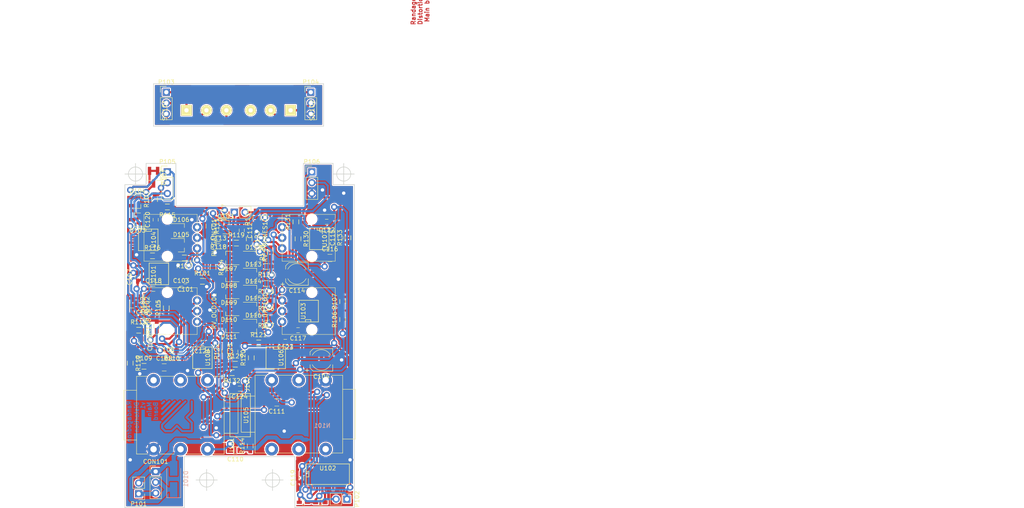
<source format=kicad_pcb>
(kicad_pcb (version 4) (host pcbnew 4.0.2-stable)
  (layers (0 F.Cu signal hide) (31 B.Cu signal hide) (34 B.Paste user hide) (35 F.Paste user hide) (36 B.SilkS user) (37 F.SilkS user) (38 B.Mask user hide) (39 F.Mask user hide) (44 Edge.Cuts user))
  (net 0 "")
  (net 1 "Net-(C101-Pad1)")
  (net 2 "Net-(C101-Pad2)")
  (net 3 "Net-(C102-Pad1)")
  (net 4 +9V)
  (net 5 /audio_gain)
  (net 6 VCOM)
  (net 7 "Net-(C105-Pad2)")
  (net 8 "Net-(C106-Pad1)")
  (net 9 "Net-(C106-Pad2)")
  (net 10 "Net-(C107-Pad1)")
  (net 11 "Net-(C108-Pad1)")
  (net 12 "Net-(C109-Pad1)")
  (net 13 "Net-(C109-Pad2)")
  (net 14 /audio_jack_in)
  (net 15 "Net-(C110-Pad2)")
  (net 16 "Net-(C111-Pad1)")
  (net 17 /audio_jack_out)
  (net 18 GND)
  (net 19 "Net-(C112-Pad2)")
  (net 20 "Net-(C113-Pad2)")
  (net 21 "Net-(C115-Pad1)")
  (net 22 "Net-(C115-Pad2)")
  (net 23 "Net-(C116-Pad1)")
  (net 24 +BATT)
  (net 25 "Net-(CON101-Pad3)")
  (net 26 "Net-(D102-Pad1)")
  (net 27 "Net-(D103-Pad1)")
  (net 28 "Net-(D103-Pad2)")
  (net 29 /audio_octave_out)
  (net 30 "Net-(D105-Pad1)")
  (net 31 "Net-(D105-Pad2)")
  (net 32 "Net-(D106-Pad1)")
  (net 33 "Net-(D107-Pad1)")
  (net 34 "Net-(D108-Pad1)")
  (net 35 "Net-(D109-Pad1)")
  (net 36 "Net-(D110-Pad1)")
  (net 37 "Net-(D111-Pad1)")
  (net 38 "Net-(D117-Pad1)")
  (net 39 "Net-(D117-Pad2)")
  (net 40 GNDPWR)
  (net 41 /bypass_cmd)
  (net 42 "Net-(R102-Pad1)")
  (net 43 "Net-(R104-Pad1)")
  (net 44 "Net-(R106-Pad2)")
  (net 45 "Net-(R116-Pad1)")
  (net 46 "Net-(R122-Pad1)")
  (net 47 "Net-(R123-Pad1)")
  (net 48 "Net-(R129-Pad2)")
  (net 49 "Net-(C114-Pad1)")
  (net 50 "Net-(R132-Pad2)")
  (net 51 /audio_ocd_out)
  (net 52 /audio_fx_in)
  (net 53 /audio_prunes_out)
  (net 54 /~bypass_cmd~)
  (net 55 /audio_bypass)
  (net 56 /audio_fx_out)
  (net 57 "Net-(RV_DRY101-Pad2)")
  (net 58 "Net-(P103-Pad1)")
  (net 59 "Net-(P103-Pad2)")
  (net 60 "Net-(P103-Pad3)")
  (net 61 "Net-(P104-Pad1)")
  (net 62 "Net-(P104-Pad2)")
  (net 63 "Net-(P105-Pad2)")
  (net 64 "Net-(P105-Pad3)")
  (net 65 "Net-(C125-Pad1)")
  (net 66 "Net-(C125-Pad2)")
  (module Connect:NMJ6HCD2 (layer F.Cu) (at 58.25 123.25 90)
    (fp_text reference J101 (at 0.89 18.41 90) (layer F.SilkS))
    (fp_text value JACK_IN)
    (pad 6 thru_hole circle (at 16.23 6.35 90) (size 3 3) (drill 1.5) (layers *.Cu *.Mask))
    (pad 5 thru_hole circle (at 16.23 12.7 90) (size 3 3) (drill 1.5) (layers *.Cu *.Mask))
    (pad 4 thru_hole circle (at 16.23 0 90) (size 3 3) (drill 1.5) (layers *.Cu *.Mask))
    (pad 3 thru_hole circle (at 0 6.35 90) (size 3 3) (drill 1.5) (layers *.Cu *.Mask) (net 40 GNDPWR))
    (pad 2 thru_hole circle (at 0 12.7 90) (size 3 3) (drill 1.5) (layers *.Cu *.Mask) (net 15 "Net-(C110-Pad2)"))
    (pad 1 thru_hole circle (at 0 0 90) (size 3 3) (drill 1.5) (layers *.Cu *.Mask) (net 18 GND))
  )
  (module Capacitors_SMD:C_0603_HandSoldering (layer F.Cu) (at 65.75 83.75 180)
    (fp_text reference C101 (at 0 -1.9 180) (layer F.SilkS))
    (fp_text value 68n)
    (pad 1 smd rect (at -0.95 0 180) (size 1.2 0.75) (layers F.Cu F.Paste F.Mask) (net 1 "Net-(C101-Pad1)"))
    (pad 2 smd rect (at 0.95 0 180) (size 1.2 0.75) (layers F.Cu F.Paste F.Mask) (net 2 "Net-(C101-Pad2)"))
  )
  (module Capacitors_SMD:C_0603_HandSoldering (layer F.Cu) (at 64.75 85.5)
    (fp_text reference C103 (at 0 -1.9) (layer F.SilkS))
    (fp_text value 220p)
    (pad 1 smd rect (at -0.95 0) (size 1.2 0.75) (layers F.Cu F.Paste F.Mask) (net 5 /audio_gain))
    (pad 2 smd rect (at 0.95 0) (size 1.2 0.75) (layers F.Cu F.Paste F.Mask) (net 2 "Net-(C101-Pad2)"))
  )
  (module Capacitors_SMD:C_0603_HandSoldering (layer F.Cu) (at 56 93)
    (fp_text reference C105 (at 0 -1.9) (layer F.SilkS))
    (fp_text value 1n)
    (pad 1 smd rect (at -0.95 0) (size 1.2 0.75) (layers F.Cu F.Paste F.Mask) (net 6 VCOM))
    (pad 2 smd rect (at 0.95 0) (size 1.2 0.75) (layers F.Cu F.Paste F.Mask) (net 7 "Net-(C105-Pad2)"))
  )
  (module Capacitors_SMD:C_0603_HandSoldering (layer F.Cu) (at 61.25 101.75)
    (fp_text reference C106 (at 0 -1.9) (layer F.SilkS))
    (fp_text value 100n)
    (pad 1 smd rect (at -0.95 0) (size 1.2 0.75) (layers F.Cu F.Paste F.Mask) (net 8 "Net-(C106-Pad1)"))
    (pad 2 smd rect (at 0.95 0) (size 1.2 0.75) (layers F.Cu F.Paste F.Mask) (net 9 "Net-(C106-Pad2)"))
  )
  (module Capacitors_SMD:C_0603_HandSoldering (layer F.Cu) (at 54.5 82.75 90)
    (fp_text reference C107 (at 0 -1.9 90) (layer F.SilkS))
    (fp_text value 220p)
    (pad 1 smd rect (at -0.95 0 90) (size 1.2 0.75) (layers F.Cu F.Paste F.Mask) (net 10 "Net-(C107-Pad1)"))
    (pad 2 smd rect (at 0.95 0 90) (size 1.2 0.75) (layers F.Cu F.Paste F.Mask) (net 9 "Net-(C106-Pad2)"))
  )
  (module Capacitors_SMD:C_0805_HandSoldering (layer F.Cu) (at 60.75 104)
    (fp_text reference C108 (at 0 -2.1) (layer F.SilkS))
    (fp_text value 1u)
    (pad 1 smd rect (at -1.25 0) (size 1.5 1.25) (layers F.Cu F.Paste F.Mask) (net 11 "Net-(C108-Pad1)"))
    (pad 2 smd rect (at 1.25 0) (size 1.5 1.25) (layers F.Cu F.Paste F.Mask) (net 10 "Net-(C107-Pad1)"))
  )
  (module Capacitors_SMD:C_0603_HandSoldering (layer F.Cu) (at 55.5 98.25 270)
    (fp_text reference C109 (at 0 -1.9 270) (layer F.SilkS))
    (fp_text value 22n)
    (pad 1 smd rect (at -0.95 0 270) (size 1.2 0.75) (layers F.Cu F.Paste F.Mask) (net 12 "Net-(C109-Pad1)"))
    (pad 2 smd rect (at 0.95 0 270) (size 1.2 0.75) (layers F.Cu F.Paste F.Mask) (net 13 "Net-(C109-Pad2)"))
  )
  (module Capacitors_SMD:C_0805_HandSoldering (layer F.Cu) (at 77.5 123.5 180)
    (fp_text reference C110 (at 0 -2.1 180) (layer F.SilkS))
    (fp_text value 470n)
    (pad 1 smd rect (at -1.25 0 180) (size 1.5 1.25) (layers F.Cu F.Paste F.Mask) (net 14 /audio_jack_in))
    (pad 2 smd rect (at 1.25 0 180) (size 1.5 1.25) (layers F.Cu F.Paste F.Mask) (net 15 "Net-(C110-Pad2)"))
  )
  (module Capacitors_SMD:C_0805_HandSoldering (layer F.Cu) (at 87.25 112.25 180)
    (fp_text reference C111 (at 0 -2.1 180) (layer F.SilkS))
    (fp_text value 470n)
    (pad 1 smd rect (at -1.25 0 180) (size 1.5 1.25) (layers F.Cu F.Paste F.Mask) (net 16 "Net-(C111-Pad1)"))
    (pad 2 smd rect (at 1.25 0 180) (size 1.5 1.25) (layers F.Cu F.Paste F.Mask) (net 17 /audio_jack_out))
  )
  (module Capacitors_SMD:C_0603_HandSoldering (layer F.Cu) (at 79 71.75 270)
    (fp_text reference C112 (at 0 -1.9 270) (layer F.SilkS))
    (fp_text value 47n)
    (pad 1 smd rect (at -0.95 0 270) (size 1.2 0.75) (layers F.Cu F.Paste F.Mask) (net 18 GND))
    (pad 2 smd rect (at 0.95 0 270) (size 1.2 0.75) (layers F.Cu F.Paste F.Mask) (net 19 "Net-(C112-Pad2)"))
  )
  (module Capacitors_SMD:C_0603_HandSoldering (layer F.Cu) (at 73.5 75.5)
    (fp_text reference C113 (at 0 -1.9) (layer F.SilkS))
    (fp_text value 220n)
    (pad 1 smd rect (at -0.95 0) (size 1.2 0.75) (layers F.Cu F.Paste F.Mask) (net 18 GND))
    (pad 2 smd rect (at 0.95 0) (size 1.2 0.75) (layers F.Cu F.Paste F.Mask) (net 20 "Net-(C113-Pad2)"))
  )
  (module Capacitors_SMD:C_0603_HandSoldering (layer F.Cu) (at 102.25 73.5 90)
    (fp_text reference C115 (at 0 -1.9 90) (layer F.SilkS))
    (fp_text value 220p)
    (pad 1 smd rect (at -0.95 0 90) (size 1.2 0.75) (layers F.Cu F.Paste F.Mask) (net 21 "Net-(C115-Pad1)"))
    (pad 2 smd rect (at 0.95 0 90) (size 1.2 0.75) (layers F.Cu F.Paste F.Mask) (net 22 "Net-(C115-Pad2)"))
  )
  (module Capacitors_SMD:C_0805_HandSoldering (layer F.Cu) (at 99.75 78.25)
    (fp_text reference C116 (at 0 -2.1) (layer F.SilkS))
    (fp_text value 1u)
    (pad 1 smd rect (at -1.25 0) (size 1.5 1.25) (layers F.Cu F.Paste F.Mask) (net 23 "Net-(C116-Pad1)"))
    (pad 2 smd rect (at 1.25 0) (size 1.5 1.25) (layers F.Cu F.Paste F.Mask) (net 21 "Net-(C115-Pad1)"))
  )
  (module Diodes_SMD:D_SMA_Handsoldering (layer B.Cu) (at 63 130.25 90)
    (fp_text reference D101 (at 0 2.85 90) (layer B.SilkS) (effects (justify mirror)))
    (fp_text value D_Small)
    (pad 1 smd rect (at -2.5 0 90) (size 3.5 1.8) (layers B.Cu B.Paste B.Mask) (net 24 +BATT))
    (pad 2 smd rect (at 2.5 0 90) (size 3.5 1.8) (layers B.Cu B.Paste B.Mask) (net 40 GNDPWR))
  )
  (module TO_SOT_Packages_SMD:SOT-23_Handsoldering (layer F.Cu) (at 58.25 89.25 90)
    (fp_text reference D102 (at 0 -2.5 90) (layer F.SilkS))
    (fp_text value D_Small)
    (pad 1 smd rect (at -1.5 -0.95 90) (size 1.9 0.8) (layers F.Cu F.Paste F.Mask) (net 26 "Net-(D102-Pad1)"))
    (pad 2 smd rect (at -1.5 0.95 90) (size 1.9 0.8) (layers F.Cu F.Paste F.Mask) (net 7 "Net-(C105-Pad2)"))
    (pad 3 smd rect (at 1.5 0 90) (size 1.9 0.8) (layers F.Cu F.Paste F.Mask))
  )
  (module TO_SOT_Packages_SMD:SOT-23_Handsoldering (layer F.Cu) (at 54.5 69.25 180)
    (fp_text reference D103 (at 0 -2.5 180) (layer F.SilkS))
    (fp_text value D_Small)
    (pad 1 smd rect (at -1.5 -0.95 180) (size 1.9 0.8) (layers F.Cu F.Paste F.Mask) (net 27 "Net-(D103-Pad1)"))
    (pad 2 smd rect (at -1.5 0.95 180) (size 1.9 0.8) (layers F.Cu F.Paste F.Mask) (net 28 "Net-(D103-Pad2)"))
    (pad 3 smd rect (at 1.5 0 180) (size 1.9 0.8) (layers F.Cu F.Paste F.Mask))
  )
  (module TO_SOT_Packages_SMD:SOT-23_Handsoldering (layer F.Cu) (at 54.5 65)
    (fp_text reference D104 (at 0 -2.5) (layer F.SilkS))
    (fp_text value D_Small)
    (pad 1 smd rect (at -1.5 -0.95) (size 1.9 0.8) (layers F.Cu F.Paste F.Mask) (net 29 /audio_octave_out))
    (pad 2 smd rect (at -1.5 0.95) (size 1.9 0.8) (layers F.Cu F.Paste F.Mask) (net 27 "Net-(D103-Pad1)"))
    (pad 3 smd rect (at 1.5 0) (size 1.9 0.8) (layers F.Cu F.Paste F.Mask))
  )
  (module TO_SOT_Packages_SMD:SOT-23_Handsoldering (layer F.Cu) (at 64.75 75.25)
    (fp_text reference D105 (at 0 -2.5) (layer F.SilkS))
    (fp_text value D_Small)
    (pad 1 smd rect (at -1.5 -0.95) (size 1.9 0.8) (layers F.Cu F.Paste F.Mask) (net 30 "Net-(D105-Pad1)"))
    (pad 2 smd rect (at -1.5 0.95) (size 1.9 0.8) (layers F.Cu F.Paste F.Mask) (net 31 "Net-(D105-Pad2)"))
    (pad 3 smd rect (at 1.5 0) (size 1.9 0.8) (layers F.Cu F.Paste F.Mask))
  )
  (module TO_SOT_Packages_SMD:SOT-23_Handsoldering (layer F.Cu) (at 64.75 71.75)
    (fp_text reference D106 (at 0 -2.5) (layer F.SilkS))
    (fp_text value D_Small)
    (pad 1 smd rect (at -1.5 -0.95) (size 1.9 0.8) (layers F.Cu F.Paste F.Mask) (net 32 "Net-(D106-Pad1)"))
    (pad 2 smd rect (at -1.5 0.95) (size 1.9 0.8) (layers F.Cu F.Paste F.Mask) (net 30 "Net-(D105-Pad1)"))
    (pad 3 smd rect (at 1.5 0) (size 1.9 0.8) (layers F.Cu F.Paste F.Mask))
  )
  (module TO_SOT_Packages_SMD:SOT-23_Handsoldering (layer F.Cu) (at 76 78.25 180)
    (fp_text reference D107 (at 0 -2.5 180) (layer F.SilkS))
    (fp_text value D_Small)
    (pad 1 smd rect (at -1.5 -0.95 180) (size 1.9 0.8) (layers F.Cu F.Paste F.Mask) (net 33 "Net-(D107-Pad1)"))
    (pad 2 smd rect (at -1.5 0.95 180) (size 1.9 0.8) (layers F.Cu F.Paste F.Mask) (net 19 "Net-(C112-Pad2)"))
    (pad 3 smd rect (at 1.5 0 180) (size 1.9 0.8) (layers F.Cu F.Paste F.Mask))
  )
  (module TO_SOT_Packages_SMD:SOT-23_Handsoldering (layer F.Cu) (at 76 82.25 180)
    (fp_text reference D108 (at 0 -2.5 180) (layer F.SilkS))
    (fp_text value D_Small)
    (pad 1 smd rect (at -1.5 -0.95 180) (size 1.9 0.8) (layers F.Cu F.Paste F.Mask) (net 34 "Net-(D108-Pad1)"))
    (pad 2 smd rect (at -1.5 0.95 180) (size 1.9 0.8) (layers F.Cu F.Paste F.Mask) (net 33 "Net-(D107-Pad1)"))
    (pad 3 smd rect (at 1.5 0 180) (size 1.9 0.8) (layers F.Cu F.Paste F.Mask))
  )
  (module TO_SOT_Packages_SMD:SOT-23_Handsoldering (layer F.Cu) (at 76 86.25 180)
    (fp_text reference D109 (at 0 -2.5 180) (layer F.SilkS))
    (fp_text value D_Small)
    (pad 1 smd rect (at -1.5 -0.95 180) (size 1.9 0.8) (layers F.Cu F.Paste F.Mask) (net 35 "Net-(D109-Pad1)"))
    (pad 2 smd rect (at -1.5 0.95 180) (size 1.9 0.8) (layers F.Cu F.Paste F.Mask) (net 34 "Net-(D108-Pad1)"))
    (pad 3 smd rect (at 1.5 0 180) (size 1.9 0.8) (layers F.Cu F.Paste F.Mask))
  )
  (module TO_SOT_Packages_SMD:SOT-23_Handsoldering (layer F.Cu) (at 76 90.25 180)
    (fp_text reference D110 (at 0 -2.5 180) (layer F.SilkS))
    (fp_text value D_Small)
    (pad 1 smd rect (at -1.5 -0.95 180) (size 1.9 0.8) (layers F.Cu F.Paste F.Mask) (net 36 "Net-(D110-Pad1)"))
    (pad 2 smd rect (at -1.5 0.95 180) (size 1.9 0.8) (layers F.Cu F.Paste F.Mask) (net 35 "Net-(D109-Pad1)"))
    (pad 3 smd rect (at 1.5 0 180) (size 1.9 0.8) (layers F.Cu F.Paste F.Mask))
  )
  (module TO_SOT_Packages_SMD:SOT-23_Handsoldering (layer F.Cu) (at 76 94.25 180)
    (fp_text reference D111 (at 0 -2.5 180) (layer F.SilkS))
    (fp_text value D_Small)
    (pad 1 smd rect (at -1.5 -0.95 180) (size 1.9 0.8) (layers F.Cu F.Paste F.Mask) (net 37 "Net-(D111-Pad1)"))
    (pad 2 smd rect (at -1.5 0.95 180) (size 1.9 0.8) (layers F.Cu F.Paste F.Mask) (net 36 "Net-(D110-Pad1)"))
    (pad 3 smd rect (at 1.5 0 180) (size 1.9 0.8) (layers F.Cu F.Paste F.Mask))
  )
  (module TO_SOT_Packages_SMD:SOT-23_Handsoldering (layer F.Cu) (at 81.75 78.25)
    (fp_text reference D112 (at 0 -2.5) (layer F.SilkS))
    (fp_text value D_Small)
    (pad 1 smd rect (at -1.5 -0.95) (size 1.9 0.8) (layers F.Cu F.Paste F.Mask) (net 19 "Net-(C112-Pad2)"))
    (pad 2 smd rect (at -1.5 0.95) (size 1.9 0.8) (layers F.Cu F.Paste F.Mask) (net 33 "Net-(D107-Pad1)"))
    (pad 3 smd rect (at 1.5 0) (size 1.9 0.8) (layers F.Cu F.Paste F.Mask))
  )
  (module TO_SOT_Packages_SMD:SOT-23_Handsoldering (layer F.Cu) (at 81.75 82.25)
    (fp_text reference D113 (at 0 -2.5) (layer F.SilkS))
    (fp_text value D_Small)
    (pad 1 smd rect (at -1.5 -0.95) (size 1.9 0.8) (layers F.Cu F.Paste F.Mask) (net 33 "Net-(D107-Pad1)"))
    (pad 2 smd rect (at -1.5 0.95) (size 1.9 0.8) (layers F.Cu F.Paste F.Mask) (net 34 "Net-(D108-Pad1)"))
    (pad 3 smd rect (at 1.5 0) (size 1.9 0.8) (layers F.Cu F.Paste F.Mask))
  )
  (module TO_SOT_Packages_SMD:SOT-23_Handsoldering (layer F.Cu) (at 81.75 86.25)
    (fp_text reference D114 (at 0 -2.5) (layer F.SilkS))
    (fp_text value D_Small)
    (pad 1 smd rect (at -1.5 -0.95) (size 1.9 0.8) (layers F.Cu F.Paste F.Mask) (net 34 "Net-(D108-Pad1)"))
    (pad 2 smd rect (at -1.5 0.95) (size 1.9 0.8) (layers F.Cu F.Paste F.Mask) (net 35 "Net-(D109-Pad1)"))
    (pad 3 smd rect (at 1.5 0) (size 1.9 0.8) (layers F.Cu F.Paste F.Mask))
  )
  (module TO_SOT_Packages_SMD:SOT-23_Handsoldering (layer F.Cu) (at 81.75 90.25)
    (fp_text reference D115 (at 0 -2.5) (layer F.SilkS))
    (fp_text value D_Small)
    (pad 1 smd rect (at -1.5 -0.95) (size 1.9 0.8) (layers F.Cu F.Paste F.Mask) (net 35 "Net-(D109-Pad1)"))
    (pad 2 smd rect (at -1.5 0.95) (size 1.9 0.8) (layers F.Cu F.Paste F.Mask) (net 36 "Net-(D110-Pad1)"))
    (pad 3 smd rect (at 1.5 0) (size 1.9 0.8) (layers F.Cu F.Paste F.Mask))
  )
  (module TO_SOT_Packages_SMD:SOT-23_Handsoldering (layer F.Cu) (at 81.75 94.25)
    (fp_text reference D116 (at 0 -2.5) (layer F.SilkS))
    (fp_text value D_Small)
    (pad 1 smd rect (at -1.5 -0.95) (size 1.9 0.8) (layers F.Cu F.Paste F.Mask) (net 36 "Net-(D110-Pad1)"))
    (pad 2 smd rect (at -1.5 0.95) (size 1.9 0.8) (layers F.Cu F.Paste F.Mask) (net 37 "Net-(D111-Pad1)"))
    (pad 3 smd rect (at 1.5 0) (size 1.9 0.8) (layers F.Cu F.Paste F.Mask))
  )
  (module Pin_Headers:Pin_Header_Straight_1x02_Pitch2.54mm (layer F.Cu) (at 77.25 67.5 90)
    (fp_text reference D117 (at 0 -2.39 90) (layer F.SilkS))
    (fp_text value Led_Small)
    (pad 1 thru_hole rect (at 0 0 90) (size 1.7 1.7) (drill 1) (layers *.Cu *.Mask) (net 38 "Net-(D117-Pad1)"))
    (pad 2 thru_hole oval (at 0 2.54 90) (size 1.7 1.7) (drill 1) (layers *.Cu *.Mask) (net 39 "Net-(D117-Pad2)"))
  )
  (module Connect:NMJ6HCD2 (layer F.Cu) (at 98.75 107 270)
    (fp_text reference J102 (at 0.89 18.41 270) (layer F.SilkS))
    (fp_text value JACK_OUT)
    (pad 6 thru_hole circle (at 16.23 6.35 270) (size 3 3) (drill 1.5) (layers *.Cu *.Mask))
    (pad 5 thru_hole circle (at 16.23 12.7 270) (size 3 3) (drill 1.5) (layers *.Cu *.Mask))
    (pad 4 thru_hole circle (at 16.23 0 270) (size 3 3) (drill 1.5) (layers *.Cu *.Mask))
    (pad 3 thru_hole circle (at 0 6.35 270) (size 3 3) (drill 1.5) (layers *.Cu *.Mask))
    (pad 2 thru_hole circle (at 0 12.7 270) (size 3 3) (drill 1.5) (layers *.Cu *.Mask) (net 16 "Net-(C111-Pad1)"))
    (pad 1 thru_hole circle (at 0 0 270) (size 3 3) (drill 1.5) (layers *.Cu *.Mask) (net 18 GND))
  )
  (module flax_lib:net_tie_0.5mm (layer B.Cu) (at 94.75 121)
    (fp_text reference N101 (at 3.175 -3.302) (layer B.SilkS) (effects (justify mirror)))
    (fp_text value net_tie)
    (fp_line (start -0.508 0) (end 0.508 0) (layer B.Cu) (width 0.5))
    (pad 2 smd circle (at 0.508 0) (size 0.5 0.5) (layers B.Cu) (net 4 +9V))
    (pad 1 smd circle (at -0.508 0) (size 0.5 0.5) (layers B.Cu) (net 24 +BATT))
  )
  (module Pin_Headers:Pin_Header_Straight_1x02_Pitch2.54mm (layer F.Cu) (at 54.75 133.75 180)
    (fp_text reference P101 (at 0 -2.39 180) (layer F.SilkS))
    (fp_text value Battery_conn)
    (pad 1 thru_hole rect (at 0 0 180) (size 1.7 1.7) (drill 1) (layers *.Cu *.Mask) (net 25 "Net-(CON101-Pad3)"))
    (pad 2 thru_hole oval (at 0 2.54 180) (size 1.7 1.7) (drill 1) (layers *.Cu *.Mask) (net 40 GNDPWR))
  )
  (module Pin_Headers:Pin_Header_Straight_1x02_Pitch2.54mm (layer F.Cu) (at 103.75 135 270)
    (fp_text reference P102 (at 0 -2.39 270) (layer F.SilkS))
    (fp_text value BYPASS_SWITCH)
    (pad 1 thru_hole rect (at 0 0 270) (size 1.7 1.7) (drill 1) (layers *.Cu *.Mask) (net 3 "Net-(C102-Pad1)"))
    (pad 2 thru_hole oval (at 0 2.54 270) (size 1.7 1.7) (drill 1) (layers *.Cu *.Mask) (net 4 +9V))
  )
  (module TO_SOT_Packages_SMD:SOT-23_Handsoldering (layer F.Cu) (at 58.25 59.25 270)
    (fp_text reference Q101 (at 0 -2.5 270) (layer F.SilkS))
    (fp_text value BS170)
    (pad 1 smd rect (at -1.5 -0.95 270) (size 1.9 0.8) (layers F.Cu F.Paste F.Mask) (net 7 "Net-(C105-Pad2)"))
    (pad 2 smd rect (at -1.5 0.95 270) (size 1.9 0.8) (layers F.Cu F.Paste F.Mask) (net 7 "Net-(C105-Pad2)"))
    (pad 3 smd rect (at 1.5 0 270) (size 1.9 0.8) (layers F.Cu F.Paste F.Mask) (net 6 VCOM))
  )
  (module TO_SOT_Packages_SMD:SOT-23_Handsoldering (layer F.Cu) (at 54.25 89.25 270)
    (fp_text reference Q102 (at 0 -2.5 270) (layer F.SilkS))
    (fp_text value BS170)
    (pad 1 smd rect (at -1.5 -0.95 270) (size 1.9 0.8) (layers F.Cu F.Paste F.Mask) (net 6 VCOM))
    (pad 2 smd rect (at -1.5 0.95 270) (size 1.9 0.8) (layers F.Cu F.Paste F.Mask) (net 6 VCOM))
    (pad 3 smd rect (at 1.5 0 270) (size 1.9 0.8) (layers F.Cu F.Paste F.Mask) (net 26 "Net-(D102-Pad1)"))
  )
  (module TO_SOT_Packages_SMD:SOT-23_Handsoldering (layer F.Cu) (at 75.25 71)
    (fp_text reference Q103 (at 0 -2.5) (layer F.SilkS))
    (fp_text value DTC114Y)
    (pad 1 smd rect (at -1.5 -0.95) (size 1.9 0.8) (layers F.Cu F.Paste F.Mask) (net 41 /bypass_cmd))
    (pad 2 smd rect (at -1.5 0.95) (size 1.9 0.8) (layers F.Cu F.Paste F.Mask) (net 18 GND))
    (pad 3 smd rect (at 1.5 0) (size 1.9 0.8) (layers F.Cu F.Paste F.Mask) (net 38 "Net-(D117-Pad1)"))
  )
  (module Resistors_SMD:R_0603_HandSoldering (layer F.Cu) (at 69.75 83.75)
    (fp_text reference R101 (at 0 -1.9) (layer F.SilkS))
    (fp_text value 1k)
    (pad 1 smd rect (at -1.1 0) (size 1.2 0.9) (layers F.Cu F.Paste F.Mask) (net 1 "Net-(C101-Pad1)"))
    (pad 2 smd rect (at 1.1 0) (size 1.2 0.9) (layers F.Cu F.Paste F.Mask) (net 18 GND))
  )
  (module Resistors_SMD:R_0603_HandSoldering (layer F.Cu) (at 97.5 135.75 180)
    (fp_text reference R102 (at 0 -1.9 180) (layer F.SilkS))
    (fp_text value 1k)
    (pad 1 smd rect (at -1.1 0 180) (size 1.2 0.9) (layers F.Cu F.Paste F.Mask) (net 42 "Net-(R102-Pad1)"))
    (pad 2 smd rect (at 1.1 0 180) (size 1.2 0.9) (layers F.Cu F.Paste F.Mask) (net 3 "Net-(C102-Pad1)"))
  )
  (module Resistors_SMD:R_0603_HandSoldering (layer F.Cu) (at 58.5 64.5 90)
    (fp_text reference R103 (at 0 -1.9 90) (layer F.SilkS))
    (fp_text value 2.2k)
    (pad 1 smd rect (at -1.1 0 90) (size 1.2 0.9) (layers F.Cu F.Paste F.Mask) (net 29 /audio_octave_out))
    (pad 2 smd rect (at 1.1 0 90) (size 1.2 0.9) (layers F.Cu F.Paste F.Mask) (net 63 "Net-(P105-Pad2)"))
  )
  (module Resistors_SMD:R_0603_HandSoldering (layer F.Cu) (at 72.25 80.5 270)
    (fp_text reference R104 (at 0 -1.9 270) (layer F.SilkS))
    (fp_text value 10k)
    (pad 1 smd rect (at -1.1 0 270) (size 1.2 0.9) (layers F.Cu F.Paste F.Mask) (net 43 "Net-(R104-Pad1)"))
    (pad 2 smd rect (at 1.1 0 270) (size 1.2 0.9) (layers F.Cu F.Paste F.Mask) (net 5 /audio_gain))
  )
  (module Resistors_SMD:R_0603_HandSoldering (layer F.Cu) (at 61.25 90 90)
    (fp_text reference R105 (at 0 -1.9 90) (layer F.SilkS))
    (fp_text value 10k)
    (pad 1 smd rect (at -1.1 0 90) (size 1.2 0.9) (layers F.Cu F.Paste F.Mask) (net 7 "Net-(C105-Pad2)"))
    (pad 2 smd rect (at 1.1 0 90) (size 1.2 0.9) (layers F.Cu F.Paste F.Mask) (net 5 /audio_gain))
  )
  (module Resistors_SMD:R_0603_HandSoldering (layer F.Cu) (at 102.75 92.75 90)
    (fp_text reference R106 (at 0 -1.9 90) (layer F.SilkS))
    (fp_text value 10k)
    (pad 1 smd rect (at -1.1 0 90) (size 1.2 0.9) (layers F.Cu F.Paste F.Mask) (net 4 +9V))
    (pad 2 smd rect (at 1.1 0 90) (size 1.2 0.9) (layers F.Cu F.Paste F.Mask) (net 44 "Net-(R106-Pad2)"))
  )
  (module Resistors_SMD:R_0603_HandSoldering (layer F.Cu) (at 102.75 88.5 90)
    (fp_text reference R107 (at 0 -1.9 90) (layer F.SilkS))
    (fp_text value 10k)
    (pad 1 smd rect (at -1.1 0 90) (size 1.2 0.9) (layers F.Cu F.Paste F.Mask) (net 44 "Net-(R106-Pad2)"))
    (pad 2 smd rect (at 1.1 0 90) (size 1.2 0.9) (layers F.Cu F.Paste F.Mask) (net 18 GND))
  )
  (module Resistors_SMD:R_0603_HandSoldering (layer F.Cu) (at 59 94.25 90)
    (fp_text reference R108 (at 0 -1.9 90) (layer F.SilkS))
    (fp_text value 10k)
    (pad 1 smd rect (at -1.1 0 90) (size 1.2 0.9) (layers F.Cu F.Paste F.Mask) (net 64 "Net-(P105-Pad3)"))
    (pad 2 smd rect (at 1.1 0 90) (size 1.2 0.9) (layers F.Cu F.Paste F.Mask) (net 7 "Net-(C105-Pad2)"))
  )
  (module Resistors_SMD:R_0603_HandSoldering (layer F.Cu) (at 56 103.75)
    (fp_text reference R109 (at 0 -1.9) (layer F.SilkS))
    (fp_text value 39k)
    (pad 1 smd rect (at -1.1 0) (size 1.2 0.9) (layers F.Cu F.Paste F.Mask) (net 8 "Net-(C106-Pad1)"))
    (pad 2 smd rect (at 1.1 0) (size 1.2 0.9) (layers F.Cu F.Paste F.Mask) (net 18 GND))
  )
  (module Resistors_SMD:R_0603_HandSoldering (layer F.Cu) (at 62.5 100 180)
    (fp_text reference R110 (at 0 -1.9 180) (layer F.SilkS))
    (fp_text value 150k)
    (pad 1 smd rect (at -1.1 0 180) (size 1.2 0.9) (layers F.Cu F.Paste F.Mask) (net 10 "Net-(C107-Pad1)"))
    (pad 2 smd rect (at 1.1 0 180) (size 1.2 0.9) (layers F.Cu F.Paste F.Mask) (net 9 "Net-(C106-Pad2)"))
  )
  (module Resistors_SMD:R_0603_HandSoldering (layer F.Cu) (at 71.25 70.75 270)
    (fp_text reference R111 (at 0 -1.9 270) (layer F.SilkS))
    (fp_text value 10k)
    (pad 1 smd rect (at -1.1 0 270) (size 1.2 0.9) (layers F.Cu F.Paste F.Mask) (net 28 "Net-(D103-Pad2)"))
    (pad 2 smd rect (at 1.1 0 270) (size 1.2 0.9) (layers F.Cu F.Paste F.Mask) (net 5 /audio_gain))
  )
  (module Resistors_SMD:R_0603_HandSoldering (layer F.Cu) (at 52.75 103 270)
    (fp_text reference R112 (at 0 -1.9 270) (layer F.SilkS))
    (fp_text value 10k)
    (pad 1 smd rect (at -1.1 0 270) (size 1.2 0.9) (layers F.Cu F.Paste F.Mask) (net 13 "Net-(C109-Pad2)"))
    (pad 2 smd rect (at 1.1 0 270) (size 1.2 0.9) (layers F.Cu F.Paste F.Mask) (net 11 "Net-(C108-Pad1)"))
  )
  (module Resistors_SMD:R_0603_HandSoldering (layer F.Cu) (at 54.75 95.25)
    (fp_text reference R113 (at 0 -1.9) (layer F.SilkS))
    (fp_text value 15k)
    (pad 1 smd rect (at -1.1 0) (size 1.2 0.9) (layers F.Cu F.Paste F.Mask) (net 6 VCOM))
    (pad 2 smd rect (at 1.1 0) (size 1.2 0.9) (layers F.Cu F.Paste F.Mask) (net 12 "Net-(C109-Pad1)"))
  )
  (module Resistors_SMD:R_0603_HandSoldering (layer F.Cu) (at 81 122.5 90)
    (fp_text reference R114 (at 0 -1.9 90) (layer F.SilkS))
    (fp_text value 1M)
    (pad 1 smd rect (at -1.1 0 90) (size 1.2 0.9) (layers F.Cu F.Paste F.Mask) (net 14 /audio_jack_in))
    (pad 2 smd rect (at 1.1 0 90) (size 1.2 0.9) (layers F.Cu F.Paste F.Mask) (net 6 VCOM))
  )
  (module Resistors_SMD:R_0603_HandSoldering (layer F.Cu) (at 61.5 66.25 180)
    (fp_text reference R115 (at 0 -1.9 180) (layer F.SilkS))
    (fp_text value 10k)
    (pad 1 smd rect (at -1.1 0 180) (size 1.2 0.9) (layers F.Cu F.Paste F.Mask) (net 29 /audio_octave_out))
    (pad 2 smd rect (at 1.1 0 180) (size 1.2 0.9) (layers F.Cu F.Paste F.Mask) (net 28 "Net-(D103-Pad2)"))
  )
  (module Resistors_SMD:R_0603_HandSoldering (layer F.Cu) (at 58 77.75)
    (fp_text reference R116 (at 0 -1.9) (layer F.SilkS))
    (fp_text value 10k)
    (pad 1 smd rect (at -1.1 0) (size 1.2 0.9) (layers F.Cu F.Paste F.Mask) (net 45 "Net-(R116-Pad1)"))
    (pad 2 smd rect (at 1.1 0) (size 1.2 0.9) (layers F.Cu F.Paste F.Mask) (net 5 /audio_gain))
  )
  (module Resistors_SMD:R_0603_HandSoldering (layer F.Cu) (at 65.5 78.25 180)
    (fp_text reference R117 (at 0 -1.9 180) (layer F.SilkS))
    (fp_text value 10k)
    (pad 1 smd rect (at -1.1 0 180) (size 1.2 0.9) (layers F.Cu F.Paste F.Mask) (net 32 "Net-(D106-Pad1)"))
    (pad 2 smd rect (at 1.1 0 180) (size 1.2 0.9) (layers F.Cu F.Paste F.Mask) (net 31 "Net-(D105-Pad2)"))
  )
  (module Resistors_SMD:R_0603_HandSoldering (layer F.Cu) (at 73.5 73.75 180)
    (fp_text reference R118 (at 0 -1.9 180) (layer F.SilkS))
    (fp_text value 2k)
    (pad 1 smd rect (at -1.1 0 180) (size 1.2 0.9) (layers F.Cu F.Paste F.Mask) (net 19 "Net-(C112-Pad2)"))
    (pad 2 smd rect (at 1.1 0 180) (size 1.2 0.9) (layers F.Cu F.Paste F.Mask) (net 5 /audio_gain))
  )
  (module Resistors_SMD:R_0603_HandSoldering (layer F.Cu) (at 77.75 74.75)
    (fp_text reference R119 (at 0 -1.9) (layer F.SilkS))
    (fp_text value 100k)
    (pad 1 smd rect (at -1.1 0) (size 1.2 0.9) (layers F.Cu F.Paste F.Mask) (net 20 "Net-(C113-Pad2)"))
    (pad 2 smd rect (at 1.1 0) (size 1.2 0.9) (layers F.Cu F.Paste F.Mask) (net 19 "Net-(C112-Pad2)"))
  )
  (module Resistors_SMD:R_0603_HandSoldering (layer F.Cu) (at 81.25 101.75 90)
    (fp_text reference R120 (at 0 -1.9 90) (layer F.SilkS))
    (fp_text value 22k)
    (pad 1 smd rect (at -1.1 0 90) (size 1.2 0.9) (layers F.Cu F.Paste F.Mask) (net 65 "Net-(C125-Pad1)"))
    (pad 2 smd rect (at 1.1 0 90) (size 1.2 0.9) (layers F.Cu F.Paste F.Mask) (net 66 "Net-(C125-Pad2)"))
  )
  (module Resistors_SMD:R_0603_HandSoldering (layer F.Cu) (at 83 98.25)
    (fp_text reference R121 (at 0 -1.9) (layer F.SilkS))
    (fp_text value 10k)
    (pad 1 smd rect (at -1.1 0) (size 1.2 0.9) (layers F.Cu F.Paste F.Mask) (net 6 VCOM))
    (pad 2 smd rect (at 1.1 0) (size 1.2 0.9) (layers F.Cu F.Paste F.Mask) (net 65 "Net-(C125-Pad1)"))
  )
  (module Resistors_SMD:R_0603_HandSoldering (layer F.Cu) (at 75 100.25 90)
    (fp_text reference R122 (at 0 -1.9 90) (layer F.SilkS))
    (fp_text value 10k)
    (pad 1 smd rect (at -1.1 0 90) (size 1.2 0.9) (layers F.Cu F.Paste F.Mask) (net 46 "Net-(R122-Pad1)"))
    (pad 2 smd rect (at 1.1 0 90) (size 1.2 0.9) (layers F.Cu F.Paste F.Mask) (net 66 "Net-(C125-Pad2)"))
  )
  (module Resistors_SMD:R_0603_HandSoldering (layer F.Cu) (at 80.75 73.75 270)
    (fp_text reference R123 (at 0 -1.9 270) (layer F.SilkS))
    (fp_text value 56k)
    (pad 1 smd rect (at -1.1 0 270) (size 1.2 0.9) (layers F.Cu F.Paste F.Mask) (net 47 "Net-(R123-Pad1)"))
    (pad 2 smd rect (at 1.1 0 270) (size 1.2 0.9) (layers F.Cu F.Paste F.Mask) (net 19 "Net-(C112-Pad2)"))
  )
  (module Resistors_SMD:R_0603_HandSoldering (layer F.Cu) (at 84.75 80.25 180)
    (fp_text reference R124 (at 0 -1.9 180) (layer F.SilkS))
    (fp_text value 20k)
    (pad 1 smd rect (at -1.1 0 180) (size 1.2 0.9) (layers F.Cu F.Paste F.Mask) (net 22 "Net-(C115-Pad2)"))
    (pad 2 smd rect (at 1.1 0 180) (size 1.2 0.9) (layers F.Cu F.Paste F.Mask) (net 33 "Net-(D107-Pad1)"))
  )
  (module Resistors_SMD:R_0603_HandSoldering (layer F.Cu) (at 84.75 84.25 180)
    (fp_text reference R125 (at 0 -1.9 180) (layer F.SilkS))
    (fp_text value 16k)
    (pad 1 smd rect (at -1.1 0 180) (size 1.2 0.9) (layers F.Cu F.Paste F.Mask) (net 47 "Net-(R123-Pad1)"))
    (pad 2 smd rect (at 1.1 0 180) (size 1.2 0.9) (layers F.Cu F.Paste F.Mask) (net 34 "Net-(D108-Pad1)"))
  )
  (module Resistors_SMD:R_0603_HandSoldering (layer F.Cu) (at 84.75 88.25 180)
    (fp_text reference R126 (at 0 -1.9 180) (layer F.SilkS))
    (fp_text value 15k)
    (pad 1 smd rect (at -1.1 0 180) (size 1.2 0.9) (layers F.Cu F.Paste F.Mask) (net 22 "Net-(C115-Pad2)"))
    (pad 2 smd rect (at 1.1 0 180) (size 1.2 0.9) (layers F.Cu F.Paste F.Mask) (net 35 "Net-(D109-Pad1)"))
  )
  (module Resistors_SMD:R_0603_HandSoldering (layer F.Cu) (at 84.75 92.25 180)
    (fp_text reference R127 (at 0 -1.9 180) (layer F.SilkS))
    (fp_text value 16k)
    (pad 1 smd rect (at -1.1 0 180) (size 1.2 0.9) (layers F.Cu F.Paste F.Mask) (net 47 "Net-(R123-Pad1)"))
    (pad 2 smd rect (at 1.1 0 180) (size 1.2 0.9) (layers F.Cu F.Paste F.Mask) (net 36 "Net-(D110-Pad1)"))
  )
  (module Resistors_SMD:R_0603_HandSoldering (layer F.Cu) (at 85.75 77 90)
    (fp_text reference R128 (at 0 -1.9 90) (layer F.SilkS))
    (fp_text value 15k)
    (pad 1 smd rect (at -1.1 0 90) (size 1.2 0.9) (layers F.Cu F.Paste F.Mask) (net 22 "Net-(C115-Pad2)"))
    (pad 2 smd rect (at 1.1 0 90) (size 1.2 0.9) (layers F.Cu F.Paste F.Mask) (net 37 "Net-(D111-Pad1)"))
  )
  (module Resistors_SMD:R_0603_HandSoldering (layer F.Cu) (at 77.5 103.25)
    (fp_text reference R129 (at 0 -1.9) (layer F.SilkS))
    (fp_text value 10k)
    (pad 1 smd rect (at -1.1 0) (size 1.2 0.9) (layers F.Cu F.Paste F.Mask) (net 46 "Net-(R122-Pad1)"))
    (pad 2 smd rect (at 1.1 0) (size 1.2 0.9) (layers F.Cu F.Paste F.Mask) (net 48 "Net-(R129-Pad2)"))
  )
  (module Resistors_SMD:R_0603_HandSoldering (layer F.Cu) (at 92.25 73.75 270)
    (fp_text reference R130 (at 0 -1.9 270) (layer F.SilkS))
    (fp_text value 10k)
    (pad 1 smd rect (at -1.1 0 270) (size 1.2 0.9) (layers F.Cu F.Paste F.Mask) (net 49 "Net-(C114-Pad1)"))
    (pad 2 smd rect (at 1.1 0 270) (size 1.2 0.9) (layers F.Cu F.Paste F.Mask) (net 47 "Net-(R123-Pad1)"))
  )
  (module Resistors_SMD:R_0603_HandSoldering (layer F.Cu) (at 91.75 69.75 90)
    (fp_text reference R131 (at 0 -1.9 90) (layer F.SilkS))
    (fp_text value 10k)
    (pad 1 smd rect (at -1.1 0 90) (size 1.2 0.9) (layers F.Cu F.Paste F.Mask) (net 49 "Net-(C114-Pad1)"))
    (pad 2 smd rect (at 1.1 0 90) (size 1.2 0.9) (layers F.Cu F.Paste F.Mask) (net 22 "Net-(C115-Pad2)"))
  )
  (module Resistors_SMD:R_0603_HandSoldering (layer F.Cu) (at 76.75 105.25 180)
    (fp_text reference R132 (at 0 -1.9 180) (layer F.SilkS))
    (fp_text value 10k)
    (pad 1 smd rect (at -1.1 0 180) (size 1.2 0.9) (layers F.Cu F.Paste F.Mask) (net 46 "Net-(R122-Pad1)"))
    (pad 2 smd rect (at 1.1 0 180) (size 1.2 0.9) (layers F.Cu F.Paste F.Mask) (net 50 "Net-(R132-Pad2)"))
  )
  (module Resistors_SMD:R_0603_HandSoldering (layer F.Cu) (at 104 73.5 90)
    (fp_text reference R133 (at 0 -1.9 90) (layer F.SilkS))
    (fp_text value 390k)
    (pad 1 smd rect (at -1.1 0 90) (size 1.2 0.9) (layers F.Cu F.Paste F.Mask) (net 21 "Net-(C115-Pad1)"))
    (pad 2 smd rect (at 1.1 0 90) (size 1.2 0.9) (layers F.Cu F.Paste F.Mask) (net 22 "Net-(C115-Pad2)"))
  )
  (module Resistors_SMD:R_0805_HandSoldering (layer F.Cu) (at 82.5 68.75 90)
    (fp_text reference R134 (at 0 -2.1 90) (layer F.SilkS))
    (fp_text value 470)
    (pad 1 smd rect (at -1.35 0 90) (size 1.5 1.3) (layers F.Cu F.Paste F.Mask) (net 4 +9V))
    (pad 2 smd rect (at 1.35 0 90) (size 1.5 1.3) (layers F.Cu F.Paste F.Mask) (net 39 "Net-(D117-Pad2)"))
  )
  (module SMD_Packages:SOIC-8-N (layer F.Cu) (at 59.5 82 90)
    (fp_text reference U101 (at 0 -1.27 90) (layer F.SilkS))
    (fp_text value TL072)
    (pad 8 smd rect (at -1.905 -3.175 90) (size 0.508 1.143) (layers F.Cu F.Paste F.Mask) (net 4 +9V))
    (pad 7 smd rect (at -0.635 -3.175 90) (size 0.508 1.143) (layers F.Cu F.Paste F.Mask) (net 10 "Net-(C107-Pad1)"))
    (pad 6 smd rect (at 0.635 -3.175 90) (size 0.508 1.143) (layers F.Cu F.Paste F.Mask) (net 9 "Net-(C106-Pad2)"))
    (pad 5 smd rect (at 1.905 -3.175 90) (size 0.508 1.143) (layers F.Cu F.Paste F.Mask) (net 64 "Net-(P105-Pad3)"))
    (pad 4 smd rect (at 1.905 3.175 90) (size 0.508 1.143) (layers F.Cu F.Paste F.Mask) (net 18 GND))
    (pad 3 smd rect (at 0.635 3.175 90) (size 0.508 1.143) (layers F.Cu F.Paste F.Mask) (net 52 /audio_fx_in))
    (pad 2 smd rect (at -0.635 3.175 90) (size 0.508 1.143) (layers F.Cu F.Paste F.Mask) (net 2 "Net-(C101-Pad2)"))
    (pad 1 smd rect (at -1.905 3.175 90) (size 0.508 1.143) (layers F.Cu F.Paste F.Mask) (net 5 /audio_gain))
  )
  (module SMD_Packages:SOIC-14_N (layer F.Cu) (at 99.25 129)
    (fp_text reference U102 (at 0 -1.27) (layer F.SilkS))
    (fp_text value 4013)
    (pad 1 smd rect (at -3.81 3.302) (size 0.508 1.143) (layers F.Cu F.Paste F.Mask) (net 41 /bypass_cmd))
    (pad 2 smd rect (at -2.54 3.302) (size 0.508 1.143) (layers F.Cu F.Paste F.Mask) (net 54 /~bypass_cmd~))
    (pad 3 smd rect (at -1.27 3.302) (size 0.508 1.143) (layers F.Cu F.Paste F.Mask) (net 42 "Net-(R102-Pad1)"))
    (pad 4 smd rect (at 0 3.302) (size 0.508 1.143) (layers F.Cu F.Paste F.Mask) (net 18 GND))
    (pad 5 smd rect (at 1.27 3.302) (size 0.508 1.143) (layers F.Cu F.Paste F.Mask) (net 54 /~bypass_cmd~))
    (pad 6 smd rect (at 2.54 3.302) (size 0.508 1.143) (layers F.Cu F.Paste F.Mask) (net 18 GND))
    (pad 7 smd rect (at 3.81 3.302) (size 0.508 1.143) (layers F.Cu F.Paste F.Mask) (net 18 GND))
    (pad 8 smd rect (at 3.81 -3.048) (size 0.508 1.143) (layers F.Cu F.Paste F.Mask) (net 18 GND))
    (pad 9 smd rect (at 2.54 -3.048) (size 0.508 1.143) (layers F.Cu F.Paste F.Mask))
    (pad 11 smd rect (at 0 -3.048) (size 0.508 1.143) (layers F.Cu F.Paste F.Mask))
    (pad 12 smd rect (at -1.27 -3.048) (size 0.508 1.143) (layers F.Cu F.Paste F.Mask))
    (pad 13 smd rect (at -2.54 -3.048) (size 0.508 1.143) (layers F.Cu F.Paste F.Mask))
    (pad 14 smd rect (at -3.81 -3.048) (size 0.508 1.143) (layers F.Cu F.Paste F.Mask) (net 4 +9V))
    (pad 10 smd rect (at 1.27 -3.048) (size 0.508 1.143) (layers F.Cu F.Paste F.Mask) (net 18 GND))
  )
  (module SMD_Packages:SOIC-8-N (layer F.Cu) (at 94.75 90.75 90)
    (fp_text reference U103 (at 0 -1.27 90) (layer F.SilkS))
    (fp_text value TL071)
    (pad 8 smd rect (at -1.905 -3.175 90) (size 0.508 1.143) (layers F.Cu F.Paste F.Mask))
    (pad 7 smd rect (at -0.635 -3.175 90) (size 0.508 1.143) (layers F.Cu F.Paste F.Mask) (net 4 +9V))
    (pad 6 smd rect (at 0.635 -3.175 90) (size 0.508 1.143) (layers F.Cu F.Paste F.Mask) (net 6 VCOM))
    (pad 5 smd rect (at 1.905 -3.175 90) (size 0.508 1.143) (layers F.Cu F.Paste F.Mask))
    (pad 4 smd rect (at 1.905 3.175 90) (size 0.508 1.143) (layers F.Cu F.Paste F.Mask) (net 18 GND))
    (pad 3 smd rect (at 0.635 3.175 90) (size 0.508 1.143) (layers F.Cu F.Paste F.Mask) (net 44 "Net-(R106-Pad2)"))
    (pad 2 smd rect (at -0.635 3.175 90) (size 0.508 1.143) (layers F.Cu F.Paste F.Mask) (net 6 VCOM))
    (pad 1 smd rect (at -1.905 3.175 90) (size 0.508 1.143) (layers F.Cu F.Paste F.Mask))
  )
  (module SMD_Packages:SOIC-8-N (layer F.Cu) (at 57 74 270)
    (fp_text reference U104 (at 0 -1.27 270) (layer F.SilkS))
    (fp_text value TL072)
    (pad 8 smd rect (at -1.905 -3.175 270) (size 0.508 1.143) (layers F.Cu F.Paste F.Mask) (net 4 +9V))
    (pad 7 smd rect (at -0.635 -3.175 270) (size 0.508 1.143) (layers F.Cu F.Paste F.Mask) (net 30 "Net-(D105-Pad1)"))
    (pad 6 smd rect (at 0.635 -3.175 270) (size 0.508 1.143) (layers F.Cu F.Paste F.Mask) (net 31 "Net-(D105-Pad2)"))
    (pad 5 smd rect (at 1.905 -3.175 270) (size 0.508 1.143) (layers F.Cu F.Paste F.Mask) (net 45 "Net-(R116-Pad1)"))
    (pad 4 smd rect (at 1.905 3.175 270) (size 0.508 1.143) (layers F.Cu F.Paste F.Mask) (net 18 GND))
    (pad 3 smd rect (at 0.635 3.175 270) (size 0.508 1.143) (layers F.Cu F.Paste F.Mask) (net 6 VCOM))
    (pad 2 smd rect (at -0.635 3.175 270) (size 0.508 1.143) (layers F.Cu F.Paste F.Mask) (net 28 "Net-(D103-Pad2)"))
    (pad 1 smd rect (at -1.905 3.175 270) (size 0.508 1.143) (layers F.Cu F.Paste F.Mask) (net 27 "Net-(D103-Pad1)"))
  )
  (module SMD_Packages:SOIC-14_N (layer F.Cu) (at 78.75 115.25 270)
    (fp_text reference U105 (at 0 -1.27 270) (layer F.SilkS))
    (fp_text value 4066)
    (pad 1 smd rect (at -3.81 3.302 270) (size 0.508 1.143) (layers F.Cu F.Paste F.Mask) (net 52 /audio_fx_in))
    (pad 2 smd rect (at -2.54 3.302 270) (size 0.508 1.143) (layers F.Cu F.Paste F.Mask) (net 14 /audio_jack_in))
    (pad 3 smd rect (at -1.27 3.302 270) (size 0.508 1.143) (layers F.Cu F.Paste F.Mask) (net 14 /audio_jack_in))
    (pad 4 smd rect (at 0 3.302 270) (size 0.508 1.143) (layers F.Cu F.Paste F.Mask) (net 55 /audio_bypass))
    (pad 5 smd rect (at 1.27 3.302 270) (size 0.508 1.143) (layers F.Cu F.Paste F.Mask) (net 54 /~bypass_cmd~))
    (pad 6 smd rect (at 2.54 3.302 270) (size 0.508 1.143) (layers F.Cu F.Paste F.Mask) (net 41 /bypass_cmd))
    (pad 7 smd rect (at 3.81 3.302 270) (size 0.508 1.143) (layers F.Cu F.Paste F.Mask) (net 18 GND))
    (pad 8 smd rect (at 3.81 -3.048 270) (size 0.508 1.143) (layers F.Cu F.Paste F.Mask) (net 56 /audio_fx_out))
    (pad 9 smd rect (at 2.54 -3.048 270) (size 0.508 1.143) (layers F.Cu F.Paste F.Mask) (net 17 /audio_jack_out))
    (pad 11 smd rect (at 0 -3.048 270) (size 0.508 1.143) (layers F.Cu F.Paste F.Mask) (net 55 /audio_bypass))
    (pad 12 smd rect (at -1.27 -3.048 270) (size 0.508 1.143) (layers F.Cu F.Paste F.Mask) (net 54 /~bypass_cmd~))
    (pad 13 smd rect (at -2.54 -3.048 270) (size 0.508 1.143) (layers F.Cu F.Paste F.Mask) (net 41 /bypass_cmd))
    (pad 14 smd rect (at -3.81 -3.048 270) (size 0.508 1.143) (layers F.Cu F.Paste F.Mask) (net 4 +9V))
    (pad 10 smd rect (at 1.27 -3.048 270) (size 0.508 1.143) (layers F.Cu F.Paste F.Mask) (net 17 /audio_jack_out))
  )
  (module SMD_Packages:SOIC-8-N (layer F.Cu) (at 97.25 73.75 270)
    (fp_text reference U107 (at 0 -1.27 270) (layer F.SilkS))
    (fp_text value TL071)
    (pad 8 smd rect (at -1.905 -3.175 270) (size 0.508 1.143) (layers F.Cu F.Paste F.Mask))
    (pad 7 smd rect (at -0.635 -3.175 270) (size 0.508 1.143) (layers F.Cu F.Paste F.Mask) (net 4 +9V))
    (pad 6 smd rect (at 0.635 -3.175 270) (size 0.508 1.143) (layers F.Cu F.Paste F.Mask) (net 21 "Net-(C115-Pad1)"))
    (pad 5 smd rect (at 1.905 -3.175 270) (size 0.508 1.143) (layers F.Cu F.Paste F.Mask))
    (pad 4 smd rect (at 1.905 3.175 270) (size 0.508 1.143) (layers F.Cu F.Paste F.Mask) (net 18 GND))
    (pad 3 smd rect (at 0.635 3.175 270) (size 0.508 1.143) (layers F.Cu F.Paste F.Mask) (net 47 "Net-(R123-Pad1)"))
    (pad 2 smd rect (at -0.635 3.175 270) (size 0.508 1.143) (layers F.Cu F.Paste F.Mask) (net 22 "Net-(C115-Pad2)"))
    (pad 1 smd rect (at -1.905 3.175 270) (size 0.508 1.143) (layers F.Cu F.Paste F.Mask))
  )
  (module Capacitors_SMD:CP_Elec_5x4.5 (layer F.Cu) (at 97.75 102.25)
    (fp_text reference C104 (at 0 3.9243) (layer F.SilkS))
    (fp_text value 10u)
    (fp_text user + (at -3.3782 2.3622) (layer F.SilkS))
    (pad 1 smd rect (at -2.2 0 180) (size 3 1.6) (layers F.Cu F.Paste F.Mask) (net 4 +9V))
    (pad 2 smd rect (at 2.2 0 180) (size 3 1.6) (layers F.Cu F.Paste F.Mask) (net 18 GND))
  )
  (module Capacitors_SMD:CP_Elec_5x4.5 (layer F.Cu) (at 92 82)
    (fp_text reference C114 (at 0 3.9243) (layer F.SilkS))
    (fp_text value 10u)
    (fp_text user + (at -3.3782 2.3622) (layer F.SilkS))
    (pad 1 smd rect (at -2.2 0 180) (size 3 1.6) (layers F.Cu F.Paste F.Mask) (net 49 "Net-(C114-Pad1)"))
    (pad 2 smd rect (at 2.2 0 180) (size 3 1.6) (layers F.Cu F.Paste F.Mask) (net 18 GND))
  )
  (module flax_lib:SW_SPDT_through_hole (layer F.Cu) (at 66 43.5 90)
    (fp_text reference SW101 (at 0 -5.1 90) (layer F.SilkS))
    (fp_text value OCTAVE_PRE_POST_SWITCH)
    (pad 1 thru_hole rect (at 0 0 90) (size 2.5 2.5) (drill 1) (layers *.Cu *.Mask F.SilkS) (net 58 "Net-(P103-Pad1)"))
    (pad 2 thru_hole oval (at 0 4.7 90) (size 2.5 2.5) (drill 1) (layers *.Cu *.Mask F.SilkS) (net 59 "Net-(P103-Pad2)"))
    (pad 3 thru_hole oval (at 0 9.4 90) (size 2.5 2.5) (drill 1) (layers *.Cu *.Mask F.SilkS) (net 60 "Net-(P103-Pad3)"))
  )
  (module flax_lib:SW_SPDT_through_hole (layer F.Cu) (at 90.5 43.5 270)
    (fp_text reference SW102 (at 0 -5.1 270) (layer F.SilkS))
    (fp_text value HALF-FULLWAVE_SWITCH)
    (pad 1 thru_hole rect (at 0 0 270) (size 2.5 2.5) (drill 1) (layers *.Cu *.Mask F.SilkS) (net 61 "Net-(P104-Pad1)"))
    (pad 2 thru_hole oval (at 0 4.7 270) (size 2.5 2.5) (drill 1) (layers *.Cu *.Mask F.SilkS) (net 62 "Net-(P104-Pad2)"))
    (pad 3 thru_hole oval (at 0 9.4 270) (size 2.5 2.5) (drill 1) (layers *.Cu *.Mask F.SilkS))
  )
  (module Capacitors_SMD:C_0603_HandSoldering (layer F.Cu) (at 93.5 135.75 180)
    (fp_text reference C102 (at 0 -1.9 180) (layer F.SilkS))
    (fp_text value 100n)
    (pad 1 smd rect (at -0.95 0 180) (size 1.2 0.75) (layers F.Cu F.Paste F.Mask) (net 3 "Net-(C102-Pad1)"))
    (pad 2 smd rect (at 0.95 0 180) (size 1.2 0.75) (layers F.Cu F.Paste F.Mask) (net 4 +9V))
  )
  (module Capacitors_SMD:C_0603_HandSoldering (layer F.Cu) (at 92.25 95.25 180)
    (fp_text reference C117 (at 0 -1.9 180) (layer F.SilkS))
    (fp_text value 100n)
    (pad 1 smd rect (at -0.95 0 180) (size 1.2 0.75) (layers F.Cu F.Paste F.Mask) (net 4 +9V))
    (pad 2 smd rect (at 0.95 0 180) (size 1.2 0.75) (layers F.Cu F.Paste F.Mask) (net 18 GND))
  )
  (module Capacitors_SMD:C_0603_HandSoldering (layer F.Cu) (at 58.25 85.5)
    (fp_text reference C118 (at 0 -1.9) (layer F.SilkS))
    (fp_text value 100n)
    (pad 1 smd rect (at -0.95 0) (size 1.2 0.75) (layers F.Cu F.Paste F.Mask) (net 4 +9V))
    (pad 2 smd rect (at 0.95 0) (size 1.2 0.75) (layers F.Cu F.Paste F.Mask) (net 18 GND))
  )
  (module Capacitors_SMD:C_0603_HandSoldering (layer F.Cu) (at 93 130 90)
    (fp_text reference C119 (at 0 -1.9 90) (layer F.SilkS))
    (fp_text value 100n)
    (pad 1 smd rect (at -0.95 0 90) (size 1.2 0.75) (layers F.Cu F.Paste F.Mask) (net 18 GND))
    (pad 2 smd rect (at 0.95 0 90) (size 1.2 0.75) (layers F.Cu F.Paste F.Mask) (net 4 +9V))
  )
  (module Capacitors_SMD:C_0603_HandSoldering (layer F.Cu) (at 58.75 69.25 90)
    (fp_text reference C120 (at 0 -1.9 90) (layer F.SilkS))
    (fp_text value 100n)
    (pad 1 smd rect (at -0.95 0 90) (size 1.2 0.75) (layers F.Cu F.Paste F.Mask) (net 4 +9V))
    (pad 2 smd rect (at 0.95 0 90) (size 1.2 0.75) (layers F.Cu F.Paste F.Mask) (net 18 GND))
  )
  (module Capacitors_SMD:C_0603_HandSoldering (layer F.Cu) (at 69.75 98.25 180)
    (fp_text reference C121 (at 0 -1.9 180) (layer F.SilkS))
    (fp_text value 100n)
    (pad 1 smd rect (at -0.95 0 180) (size 1.2 0.75) (layers F.Cu F.Paste F.Mask) (net 4 +9V))
    (pad 2 smd rect (at 0.95 0 180) (size 1.2 0.75) (layers F.Cu F.Paste F.Mask) (net 18 GND))
  )
  (module Capacitors_SMD:C_0603_HandSoldering (layer F.Cu) (at 99 69.75 180)
    (fp_text reference C122 (at 0 -1.9 180) (layer F.SilkS))
    (fp_text value 100n)
    (pad 1 smd rect (at -0.95 0 180) (size 1.2 0.75) (layers F.Cu F.Paste F.Mask) (net 4 +9V))
    (pad 2 smd rect (at 0.95 0 180) (size 1.2 0.75) (layers F.Cu F.Paste F.Mask) (net 18 GND))
  )
  (module Capacitors_SMD:C_0603_HandSoldering (layer F.Cu) (at 78.5 109 180)
    (fp_text reference C124 (at 0 -1.9 180) (layer F.SilkS))
    (fp_text value 100n)
    (pad 1 smd rect (at -0.95 0 180) (size 1.2 0.75) (layers F.Cu F.Paste F.Mask) (net 4 +9V))
    (pad 2 smd rect (at 0.95 0 180) (size 1.2 0.75) (layers F.Cu F.Paste F.Mask) (net 18 GND))
  )
  (module Pin_Headers:Pin_Header_Straight_1x03_Pitch2.54mm (layer F.Cu) (at 61.25 39.25)
    (fp_text reference P103 (at 0 -2.39) (layer F.SilkS))
    (fp_text value CONN_01X03)
    (pad 1 thru_hole rect (at 0 0) (size 1.7 1.7) (drill 1) (layers *.Cu *.Mask) (net 58 "Net-(P103-Pad1)"))
    (pad 2 thru_hole oval (at 0 2.54) (size 1.7 1.7) (drill 1) (layers *.Cu *.Mask) (net 59 "Net-(P103-Pad2)"))
    (pad 3 thru_hole oval (at 0 5.08) (size 1.7 1.7) (drill 1) (layers *.Cu *.Mask) (net 60 "Net-(P103-Pad3)"))
  )
  (module Pin_Headers:Pin_Header_Straight_1x03_Pitch2.54mm (layer F.Cu) (at 95.25 39.25)
    (fp_text reference P104 (at 0 -2.39) (layer F.SilkS))
    (fp_text value CONN_01X03)
    (pad 1 thru_hole rect (at 0 0) (size 1.7 1.7) (drill 1) (layers *.Cu *.Mask) (net 61 "Net-(P104-Pad1)"))
    (pad 2 thru_hole oval (at 0 2.54) (size 1.7 1.7) (drill 1) (layers *.Cu *.Mask) (net 62 "Net-(P104-Pad2)"))
    (pad 3 thru_hole oval (at 0 5.08) (size 1.7 1.7) (drill 1) (layers *.Cu *.Mask) (net 18 GND))
  )
  (module Pin_Headers:Pin_Header_Straight_1x03_Pitch2.54mm (layer F.Cu) (at 61.5 58)
    (fp_text reference P105 (at 0 -2.39) (layer F.SilkS))
    (fp_text value CONN_01X03)
    (pad 1 thru_hole rect (at 0 0) (size 1.7 1.7) (drill 1) (layers *.Cu *.Mask) (net 7 "Net-(C105-Pad2)"))
    (pad 2 thru_hole oval (at 0 2.54) (size 1.7 1.7) (drill 1) (layers *.Cu *.Mask) (net 63 "Net-(P105-Pad2)"))
    (pad 3 thru_hole oval (at 0 5.08) (size 1.7 1.7) (drill 1) (layers *.Cu *.Mask) (net 64 "Net-(P105-Pad3)"))
  )
  (module Pin_Headers:Pin_Header_Straight_1x03_Pitch2.54mm (layer F.Cu) (at 95.5 58)
    (fp_text reference P106 (at 0 -2.39) (layer F.SilkS))
    (fp_text value CONN_01X03)
    (pad 1 thru_hole rect (at 0 0) (size 1.7 1.7) (drill 1) (layers *.Cu *.Mask) (net 29 /audio_octave_out))
    (pad 2 thru_hole oval (at 0 2.54) (size 1.7 1.7) (drill 1) (layers *.Cu *.Mask) (net 32 "Net-(D106-Pad1)"))
    (pad 3 thru_hole oval (at 0 5.08) (size 1.7 1.7) (drill 1) (layers *.Cu *.Mask) (net 18 GND))
  )
  (module SMD_Packages:SOIC-8-N (layer F.Cu) (at 87 101.75 270)
    (fp_text reference U106 (at 0 -1.27 270) (layer F.SilkS))
    (fp_text value TL072)
    (pad 8 smd rect (at -1.905 -3.175 270) (size 0.508 1.143) (layers F.Cu F.Paste F.Mask) (net 4 +9V))
    (pad 7 smd rect (at -0.635 -3.175 270) (size 0.508 1.143) (layers F.Cu F.Paste F.Mask) (net 48 "Net-(R129-Pad2)"))
    (pad 6 smd rect (at 0.635 -3.175 270) (size 0.508 1.143) (layers F.Cu F.Paste F.Mask) (net 48 "Net-(R129-Pad2)"))
    (pad 5 smd rect (at 1.905 -3.175 270) (size 0.508 1.143) (layers F.Cu F.Paste F.Mask) (net 53 /audio_prunes_out))
    (pad 4 smd rect (at 1.905 3.175 270) (size 0.508 1.143) (layers F.Cu F.Paste F.Mask) (net 18 GND))
    (pad 3 smd rect (at 0.635 3.175 270) (size 0.508 1.143) (layers F.Cu F.Paste F.Mask) (net 57 "Net-(RV_DRY101-Pad2)"))
    (pad 2 smd rect (at -0.635 3.175 270) (size 0.508 1.143) (layers F.Cu F.Paste F.Mask) (net 65 "Net-(C125-Pad1)"))
    (pad 1 smd rect (at -1.905 3.175 270) (size 0.508 1.143) (layers F.Cu F.Paste F.Mask) (net 66 "Net-(C125-Pad2)"))
  )
  (module SMD_Packages:SOIC-8-N (layer F.Cu) (at 69.75 101.75 270)
    (fp_text reference U108 (at 0 -1.27 270) (layer F.SilkS))
    (fp_text value TL072)
    (pad 8 smd rect (at -1.905 -3.175 270) (size 0.508 1.143) (layers F.Cu F.Paste F.Mask) (net 4 +9V))
    (pad 7 smd rect (at -0.635 -3.175 270) (size 0.508 1.143) (layers F.Cu F.Paste F.Mask) (net 56 /audio_fx_out))
    (pad 6 smd rect (at 0.635 -3.175 270) (size 0.508 1.143) (layers F.Cu F.Paste F.Mask) (net 56 /audio_fx_out))
    (pad 5 smd rect (at 1.905 -3.175 270) (size 0.508 1.143) (layers F.Cu F.Paste F.Mask) (net 46 "Net-(R122-Pad1)"))
    (pad 4 smd rect (at 1.905 3.175 270) (size 0.508 1.143) (layers F.Cu F.Paste F.Mask) (net 18 GND))
    (pad 3 smd rect (at 0.635 3.175 270) (size 0.508 1.143) (layers F.Cu F.Paste F.Mask) (net 51 /audio_ocd_out))
    (pad 2 smd rect (at -0.635 3.175 270) (size 0.508 1.143) (layers F.Cu F.Paste F.Mask) (net 50 "Net-(R132-Pad2)"))
    (pad 1 smd rect (at -1.905 3.175 270) (size 0.508 1.143) (layers F.Cu F.Paste F.Mask) (net 50 "Net-(R132-Pad2)"))
  )
  (module Capacitors_SMD:C_0603_HandSoldering (layer F.Cu) (at 89.25 98 180)
    (fp_text reference C123 (at 0 -1.25 180) (layer F.SilkS))
    (fp_text value 100n)
    (pad 1 smd rect (at -0.95 0 180) (size 1.2 0.75) (layers F.Cu F.Paste F.Mask) (net 4 +9V))
    (pad 2 smd rect (at 0.95 0 180) (size 1.2 0.75) (layers F.Cu F.Paste F.Mask) (net 18 GND))
  )
  (module Capacitors_SMD:C_0603_HandSoldering (layer F.Cu) (at 77.5 100.25 90)
    (fp_text reference C125 (at 0 -1.25 90) (layer F.SilkS))
    (fp_text value 220p)
    (pad 1 smd rect (at -0.95 0 90) (size 1.2 0.75) (layers F.Cu F.Paste F.Mask) (net 65 "Net-(C125-Pad1)"))
    (pad 2 smd rect (at 0.95 0 90) (size 1.2 0.75) (layers F.Cu F.Paste F.Mask) (net 66 "Net-(C125-Pad2)"))
  )
  (module flax_lib:PTV09 (layer F.Cu) (at 88.5 90.75 270)
    (fp_text reference RV_DRY101 (at 0 4 270) (layer F.SilkS))
    (fp_text value 470k)
    (pad "" np_thru_hole circle (at 4.4 -7 270) (size 2.2 2.2) (drill 2.2) (layers *.Cu *.Mask))
    (pad 3 thru_hole circle (at 2.5 0 270) (size 2 2) (drill 1) (layers *.Cu *.Mask) (net 52 /audio_fx_in))
    (pad 2 thru_hole circle (at 0 0 270) (size 2 2) (drill 1) (layers *.Cu *.Mask) (net 57 "Net-(RV_DRY101-Pad2)"))
    (pad 1 thru_hole circle (at -2.5 0 270) (size 2 2) (drill 1) (layers *.Cu *.Mask) (net 6 VCOM))
    (pad "" np_thru_hole circle (at -4.4 -7 270) (size 2.2 2.2) (drill 2.2) (layers *.Cu *.Mask))
  )
  (module flax_lib:PTV09 (layer F.Cu) (at 68.5 73.5 90)
    (fp_text reference RV_GAIN101 (at 0 4 90) (layer F.SilkS))
    (fp_text value 1M)
    (pad "" np_thru_hole circle (at 4.4 -7 90) (size 2.2 2.2) (drill 2.2) (layers *.Cu *.Mask))
    (pad 3 thru_hole circle (at 2.5 0 90) (size 2 2) (drill 1) (layers *.Cu *.Mask))
    (pad 2 thru_hole circle (at 0 0 90) (size 2 2) (drill 1) (layers *.Cu *.Mask) (net 2 "Net-(C101-Pad2)"))
    (pad 1 thru_hole circle (at -2.5 0 90) (size 2 2) (drill 1) (layers *.Cu *.Mask) (net 43 "Net-(R104-Pad1)"))
    (pad "" np_thru_hole circle (at -4.4 -7 90) (size 2.2 2.2) (drill 2.2) (layers *.Cu *.Mask))
  )
  (module flax_lib:PTV09 (layer F.Cu) (at 68.5 90.75 90)
    (fp_text reference RV_OCD101 (at 0 4 90) (layer F.SilkS))
    (fp_text value 470k)
    (pad "" np_thru_hole circle (at 4.4 -7 90) (size 2.2 2.2) (drill 2.2) (layers *.Cu *.Mask))
    (pad 3 thru_hole circle (at 2.5 0 90) (size 2 2) (drill 1) (layers *.Cu *.Mask) (net 13 "Net-(C109-Pad2)"))
    (pad 2 thru_hole circle (at 0 0 90) (size 2 2) (drill 1) (layers *.Cu *.Mask) (net 51 /audio_ocd_out))
    (pad 1 thru_hole circle (at -2.5 0 90) (size 2 2) (drill 1) (layers *.Cu *.Mask) (net 6 VCOM))
    (pad "" np_thru_hole circle (at -4.4 -7 90) (size 2.2 2.2) (drill 2.2) (layers *.Cu *.Mask))
  )
  (module flax_lib:PTV09 (layer F.Cu) (at 88.5 73.5 270)
    (fp_text reference RV_PRUNES101 (at 0 4 270) (layer F.SilkS))
    (fp_text value 470k)
    (pad "" np_thru_hole circle (at 4.4 -7 270) (size 2.2 2.2) (drill 2.2) (layers *.Cu *.Mask))
    (pad 3 thru_hole circle (at 2.5 0 270) (size 2 2) (drill 1) (layers *.Cu *.Mask) (net 23 "Net-(C116-Pad1)"))
    (pad 2 thru_hole circle (at 0 0 270) (size 2 2) (drill 1) (layers *.Cu *.Mask) (net 53 /audio_prunes_out))
    (pad 1 thru_hole circle (at -2.5 0 270) (size 2 2) (drill 1) (layers *.Cu *.Mask) (net 6 VCOM))
    (pad "" np_thru_hole circle (at -4.4 -7 270) (size 2.2 2.2) (drill 2.2) (layers *.Cu *.Mask))
  )
  (module Pin_Headers:Pin_Header_Straight_1x03_Pitch2.54mm (layer F.Cu) (at 58.75 128.5)
    (fp_text reference CON101 (at 0 -2.33) (layer F.SilkS))
    (fp_text value Ext_PSU)
    (pad 1 thru_hole rect (at 0 0) (size 1.7 1.7) (drill 1) (layers *.Cu *.Mask) (net 40 GNDPWR))
    (pad 2 thru_hole oval (at 0 2.54) (size 1.7 1.7) (drill 1) (layers *.Cu *.Mask) (net 24 +BATT))
    (pad 3 thru_hole oval (at 0 5.08) (size 1.7 1.7) (drill 1) (layers *.Cu *.Mask) (net 25 "Net-(CON101-Pad3)"))
  )
  (gr_text Board (at 58.75 112 90) (layer B.Cu) (effects (font (size 1 1) (thickness 0.2)) (justify left mirror)))
  (gr_text Main (at 57.25 112 90) (layer B.Cu) (effects (font (size 1 1) (thickness 0.2)) (justify left mirror)))
  (gr_text v1 (at 55.75 112 90) (layer B.Cu) (effects (font (size 1 1) (thickness 0.2)) (justify left mirror)))
  (gr_text Distortion (at 54.25 112 90) (layer B.Cu) (effects (font (size 1 1) (thickness 0.2)) (justify left mirror)))
  (gr_text Randagodron (at 52.5 116.75 90) (layer B.Cu) (effects (font (size 1 1) (thickness 0.2)) (justify mirror)))
  (gr_text "Distortion v1\nSwitch board" (at 86 39.25) (layer F.Cu) (effects (font (size 1 1) (thickness 0.2))))
  (gr_line (start 58.25 47.25) (end 58.25 37.25) (angle 90) (layer Edge.Cuts) (width 0.15))
  (gr_line (start 98.25 47.25) (end 58.25 47.25) (angle 90) (layer Edge.Cuts) (width 0.15))
  (gr_line (start 98.25 37.25) (end 98.25 47.25) (angle 90) (layer Edge.Cuts) (width 0.15))
  (gr_line (start 58.25 37.25) (end 98.25 37.25) (angle 90) (layer Edge.Cuts) (width 0.15))
  (gr_line (start 93.5 56) (end 100.5 56) (angle 90) (layer Edge.Cuts) (width 0.15))
  (gr_line (start 93.5 66) (end 93.5 56) (angle 90) (layer Edge.Cuts) (width 0.15))
  (gr_line (start 63.5 66) (end 93.5 66) (angle 90) (layer Edge.Cuts) (width 0.15))
  (gr_line (start 63.5 56) (end 63.5 66) (angle 90) (layer Edge.Cuts) (width 0.15))
  (gr_line (start 56.5 56) (end 63.5 56) (angle 90) (layer Edge.Cuts) (width 0.15))
  (target plus (at 86.25 130.5) (size 5) (width 0.15) (layer Edge.Cuts))
  (target plus (at 70.75 130.5) (size 5) (width 0.15) (layer Edge.Cuts))
  (target plus (at 103 58.5) (size 5) (width 0.15) (layer Edge.Cuts))
  (target plus (at 54 58.5) (size 5) (width 0.15) (layer Edge.Cuts))
  (gr_line (start 91.5 137) (end 105.5 137) (angle 90) (layer Edge.Cuts) (width 0.15))
  (gr_line (start 91.5 125) (end 91.5 137) (angle 90) (layer Edge.Cuts) (width 0.15))
  (gr_line (start 65.5 125) (end 91.5 125) (angle 90) (layer Edge.Cuts) (width 0.15))
  (gr_line (start 65.5 137) (end 65.5 125) (angle 90) (layer Edge.Cuts) (width 0.15))
  (gr_line (start 51.5 137) (end 65.5 137) (angle 90) (layer Edge.Cuts) (width 0.15))
  (gr_line (start 51.5 61) (end 51.5 137) (angle 90) (layer Edge.Cuts) (width 0.15))
  (gr_line (start 56.5 61) (end 51.5 61) (angle 90) (layer Edge.Cuts) (width 0.15))
  (gr_line (start 56.5 56) (end 56.5 61) (angle 90) (layer Edge.Cuts) (width 0.15))
  (gr_line (start 105.5 61) (end 105.5 137) (angle 90) (layer Edge.Cuts) (width 0.15))
  (gr_line (start 100.5 61) (end 105.5 61) (angle 90) (layer Edge.Cuts) (width 0.15))
  (gr_line (start 100.5 56) (end 100.5 61) (angle 90) (layer Edge.Cuts) (width 0.15))
  (gr_text "Randagodron\nDistortion v1\nMain board" (at 19.75 20.75 270) (layer B.Cu) (effects (font (size 1 1) (thickness 0.2)) (justify mirror)))
  (gr_text Randagodron (at 72.25 38.5) (layer F.Cu) (effects (font (size 1 1) (thickness 0.2))))
  (gr_text "Randagodron\nDistortion v1\nMain board" (at 121 18.5 90) (layer F.Cu) (effects (font (size 1 1) (thickness 0.2))))
  (segment (start 64.75 113) (end 65.75 112) (width 0.5) (layer B.Cu) (net 0))
  (segment (start 60.25 117.5) (end 64.75 113) (width 0.5) (layer B.Cu) (net 0))
  (segment (start 60.25 118.25) (end 60.25 117.5) (width 0.5) (layer B.Cu) (net 0))
  (segment (start 61 119) (end 60.25 118.25) (width 0.5) (layer B.Cu) (net 0))
  (segment (start 62.5 119) (end 61 119) (width 0.5) (layer B.Cu) (net 0))
  (segment (start 63.75 117.75) (end 62.5 119) (width 0.5) (layer B.Cu) (net 0))
  (segment (start 65 119) (end 63.75 117.75) (width 0.5) (layer B.Cu) (net 0))
  (segment (start 67.25 119) (end 65 119) (width 0.5) (layer B.Cu) (net 0))
  (segment (start 67.25 118.25) (end 67.25 119) (width 0.5) (layer B.Cu) (net 0))
  (segment (start 67.25 117) (end 67.25 118.25) (width 0.5) (layer B.Cu) (net 0))
  (segment (start 66 115.75) (end 67.25 117) (width 0.5) (layer B.Cu) (net 0))
  (segment (start 67.25 114.5) (end 66 115.75) (width 0.5) (layer B.Cu) (net 0))
  (segment (start 67.25 112) (end 67.25 114.5) (width 0.5) (layer B.Cu) (net 0))
  (segment (start 60.75 112) (end 60.25 112.5) (width 0.5) (layer B.Cu) (net 0))
  (segment (start 62 112) (end 60.25 113.75) (width 0.5) (layer B.Cu) (net 0))
  (segment (start 63.25 112) (end 60.25 115) (width 0.5) (layer B.Cu) (net 0))
  (segment (start 64.5 112) (end 60.25 116.25) (width 0.5) (layer B.Cu) (net 0))
  (segment (start 68.65 83.75) (end 66.7 83.75) (width 0.5) (layer F.Cu) (net 1))
  (segment (start 64.8 83.75) (end 64.8 84.3) (width 0.5) (layer F.Cu) (net 2))
  (segment (start 65.7 84.95) (end 65.7 85.5) (width 0.5) (layer F.Cu) (net 2))
  (segment (start 65.5 84.75) (end 65.7 84.95) (width 0.5) (layer F.Cu) (net 2))
  (segment (start 65.25 84.75) (end 65.5 84.75) (width 0.5) (layer F.Cu) (net 2))
  (segment (start 64.8 84.3) (end 65.25 84.75) (width 0.5) (layer F.Cu) (net 2))
  (segment (start 70 74) (end 70 81.5) (width 0.5) (layer F.Cu) (net 2))
  (segment (start 70 81.5) (end 69.25 82.25) (width 0.5) (layer F.Cu) (net 2))
  (segment (start 70 74) (end 69.5 73.5) (width 0.5) (layer F.Cu) (net 2))
  (segment (start 69.5 73.5) (end 68.5 73.5) (width 0.5) (layer F.Cu) (net 2))
  (segment (start 68.25 82.25) (end 69.25 82.25) (width 0.5) (layer F.Cu) (net 2))
  (segment (start 64.75 82.25) (end 68.25 82.25) (width 0.5) (layer F.Cu) (net 2))
  (segment (start 69.5 73.5) (end 68.5 73.5) (width 0.5) (layer F.Cu) (net 2))
  (segment (start 64.8 83.75) (end 64.8 82.25) (width 0.5) (layer F.Cu) (net 2))
  (segment (start 64.8 82.25) (end 64.75 82.25) (width 0.5) (layer F.Cu) (net 2))
  (segment (start 62.675 82.635) (end 63.615 82.635) (width 0.5) (layer F.Cu) (net 2))
  (segment (start 64 82.25) (end 64.75 82.25) (width 0.5) (layer F.Cu) (net 2))
  (segment (start 63.615 82.635) (end 64 82.25) (width 0.5) (layer F.Cu) (net 2))
  (segment (start 103.75 135) (end 103.75 134) (width 0.5) (layer B.Cu) (net 3))
  (segment (start 103.75 134) (end 103.25 133.5) (width 0.5) (layer B.Cu) (net 3))
  (segment (start 98 133.5) (end 97.25 134.25) (width 0.5) (layer B.Cu) (net 3))
  (segment (start 103.25 133.5) (end 98 133.5) (width 0.5) (layer B.Cu) (net 3))
  (segment (start 96.4 135.75) (end 96.4 135.1) (width 0.5) (layer F.Cu) (net 3))
  (via (at 97.25 134.25) (size 1.5) (drill 0.8) (layers F.Cu B.Cu) (net 3))
  (segment (start 96.4 135.1) (end 97.25 134.25) (width 0.5) (layer F.Cu) (net 3))
  (segment (start 94.45 135.75) (end 96.4 135.75) (width 0.5) (layer F.Cu) (net 3))
  (segment (start 58.75 70.2) (end 58.75 74.5) (width 0.5) (layer F.Cu) (net 4))
  (segment (start 58.75 74.5) (end 58.25 75) (width 0.5) (layer F.Cu) (net 4))
  (segment (start 56.25 79.25) (end 57.25 79.25) (width 0.5) (layer F.Cu) (net 4))
  (segment (start 58.25 75) (end 57.5 75) (width 0.5) (layer F.Cu) (net 4))
  (segment (start 57.5 75) (end 55.5 77) (width 0.5) (layer F.Cu) (net 4))
  (segment (start 55.5 78.5) (end 56.25 79.25) (width 0.5) (layer F.Cu) (net 4))
  (segment (start 58 80) (end 58 83.35) (width 0.5) (layer F.Cu) (net 4))
  (segment (start 55.5 77) (end 55.5 78.5) (width 0.5) (layer F.Cu) (net 4))
  (segment (start 57.25 79.25) (end 58 80) (width 0.5) (layer F.Cu) (net 4))
  (segment (start 58 83.35) (end 57.3 84.05) (width 0.5) (layer F.Cu) (net 4))
  (segment (start 72.75 98.25) (end 72.75 94.75) (width 0.5) (layer B.Cu) (net 4))
  (segment (start 72.75 94.75) (end 72 94) (width 0.5) (layer B.Cu) (net 4))
  (segment (start 60.5 93.5) (end 62.25 93.5) (width 0.5) (layer B.Cu) (net 4))
  (segment (start 63.5 99.25) (end 64.75 99.25) (width 0.5) (layer B.Cu) (net 4))
  (segment (start 64.75 99.25) (end 65.5 98.5) (width 0.5) (layer B.Cu) (net 4))
  (segment (start 72 94) (end 70.75 94) (width 0.5) (layer B.Cu) (net 4))
  (segment (start 69.75 96.010037) (end 69.75 97) (width 0.5) (layer B.Cu) (net 4))
  (segment (start 70.75 94) (end 70.049999 94.700001) (width 0.5) (layer B.Cu) (net 4))
  (segment (start 57.75 91.75) (end 55.25 89.25) (width 0.5) (layer B.Cu) (net 4))
  (segment (start 60.25 98.75) (end 59.5 98.75) (width 0.5) (layer B.Cu) (net 4))
  (segment (start 70.049999 94.700001) (end 70.049999 95.710038) (width 0.5) (layer B.Cu) (net 4))
  (segment (start 70.049999 95.710038) (end 69.75 96.010037) (width 0.5) (layer B.Cu) (net 4))
  (segment (start 59.5 98.75) (end 59 98.25) (width 0.5) (layer B.Cu) (net 4))
  (segment (start 69.75 97) (end 65.5 101.25) (width 0.5) (layer B.Cu) (net 4))
  (segment (start 65.5 101.25) (end 62.75 101.25) (width 0.5) (layer B.Cu) (net 4))
  (segment (start 59 95) (end 60.5 93.5) (width 0.5) (layer B.Cu) (net 4))
  (segment (start 62.75 101.25) (end 60.25 98.75) (width 0.5) (layer B.Cu) (net 4))
  (segment (start 59 98.25) (end 59 95) (width 0.5) (layer B.Cu) (net 4))
  (segment (start 62.25 93.5) (end 63.5 94.75) (width 0.5) (layer B.Cu) (net 4))
  (segment (start 65.5 98.5) (end 65.5 94.5) (width 0.5) (layer B.Cu) (net 4))
  (segment (start 63.5 94.75) (end 63.5 97) (width 0.5) (layer B.Cu) (net 4))
  (segment (start 63.5 97) (end 63 97.5) (width 0.5) (layer B.Cu) (net 4))
  (segment (start 55.25 89.25) (end 55.25 86.25) (width 0.5) (layer B.Cu) (net 4))
  (segment (start 63 97.5) (end 63 98.75) (width 0.5) (layer B.Cu) (net 4))
  (segment (start 63 98.75) (end 63.5 99.25) (width 0.5) (layer B.Cu) (net 4))
  (segment (start 65.5 94.5) (end 62.75 91.75) (width 0.5) (layer B.Cu) (net 4))
  (segment (start 62.75 91.75) (end 57.75 91.75) (width 0.5) (layer B.Cu) (net 4))
  (segment (start 55.25 86.25) (end 56 85.5) (width 0.5) (layer B.Cu) (net 4))
  (segment (start 72.75 98.25) (end 72.75 99.31066) (width 0.5) (layer B.Cu) (net 4))
  (segment (start 75 111.25) (end 75.5 111.75) (width 0.5) (layer B.Cu) (net 4))
  (segment (start 77.5 111.75) (end 79.75 109.5) (width 0.5) (layer B.Cu) (net 4))
  (segment (start 72.75 99.31066) (end 73.25 99.81066) (width 0.5) (layer B.Cu) (net 4))
  (segment (start 73.25 99.81066) (end 73.25 110.25) (width 0.5) (layer B.Cu) (net 4))
  (segment (start 73.25 110.25) (end 74.25 111.25) (width 0.5) (layer B.Cu) (net 4))
  (segment (start 74.25 111.25) (end 75 111.25) (width 0.5) (layer B.Cu) (net 4))
  (segment (start 75.5 111.75) (end 77.5 111.75) (width 0.5) (layer B.Cu) (net 4))
  (segment (start 79.75 109.5) (end 79.75 107.25) (width 0.5) (layer B.Cu) (net 4))
  (segment (start 87.75 104.75) (end 82.25 104.75) (width 0.5) (layer B.Cu) (net 4))
  (segment (start 82 105) (end 79.75 107.25) (width 0.5) (layer B.Cu) (net 4))
  (segment (start 82.25 104.75) (end 82 105) (width 0.5) (layer B.Cu) (net 4))
  (segment (start 95.25 104.75) (end 95.25 125.25) (width 0.5) (layer B.Cu) (net 4))
  (segment (start 95.25 125.25) (end 93.25 127.25) (width 0.5) (layer B.Cu) (net 4))
  (segment (start 102.75 96) (end 103.75 96) (width 0.5) (layer B.Cu) (net 4))
  (segment (start 87.75 104.75) (end 95.25 104.75) (width 0.5) (layer B.Cu) (net 4))
  (segment (start 95.25 104.75) (end 102.5 104.75) (width 0.5) (layer B.Cu) (net 4))
  (segment (start 102.5 104.75) (end 103.75 103.5) (width 0.5) (layer B.Cu) (net 4))
  (segment (start 103.75 103.5) (end 103.75 96) (width 0.5) (layer B.Cu) (net 4))
  (segment (start 102.5 66.25) (end 100.75 66.25) (width 0.5) (layer B.Cu) (net 4))
  (segment (start 103.75 96) (end 103.75 67.5) (width 0.5) (layer B.Cu) (net 4))
  (segment (start 103.75 67.5) (end 102.5 66.25) (width 0.5) (layer B.Cu) (net 4))
  (segment (start 60.175 72.095) (end 58.75 72.095) (width 0.5) (layer F.Cu) (net 4))
  (segment (start 58.75 72.095) (end 58.75 72.25) (width 0.5) (layer F.Cu) (net 4))
  (segment (start 56.325 83.905) (end 57.445 83.905) (width 0.5) (layer F.Cu) (net 4))
  (segment (start 57.445 83.905) (end 57.155 83.905) (width 0.5) (layer F.Cu) (net 4))
  (segment (start 58.75 70.2) (end 58.75 72.25) (width 0.5) (layer F.Cu) (net 4))
  (segment (start 99.75 71) (end 94.75 71) (width 0.5) (layer B.Cu) (net 4))
  (segment (start 93.25 68) (end 85.25 68) (width 0.5) (layer B.Cu) (net 4))
  (segment (start 93.75 68.5) (end 93.25 68) (width 0.5) (layer B.Cu) (net 4))
  (segment (start 93.75 70) (end 93.75 68.5) (width 0.5) (layer B.Cu) (net 4))
  (segment (start 94.75 71) (end 93.75 70) (width 0.5) (layer B.Cu) (net 4))
  (segment (start 101.75 67.75) (end 101.75 69) (width 0.5) (layer B.Cu) (net 4))
  (segment (start 101.75 69) (end 99.75 71) (width 0.5) (layer B.Cu) (net 4))
  (segment (start 57.3 85.5) (end 56 85.5) (width 0.5) (layer F.Cu) (net 4))
  (via (at 56 85.5) (size 1.5) (drill 0.8) (layers F.Cu B.Cu) (net 4))
  (segment (start 100.425 73.115) (end 99.115 73.115) (width 0.5) (layer F.Cu) (net 4))
  (segment (start 99.95 70.3) (end 99.95 69.75) (width 0.5) (layer F.Cu) (net 4))
  (segment (start 98.75 71.5) (end 99.95 70.3) (width 0.5) (layer F.Cu) (net 4))
  (segment (start 98.75 72.75) (end 98.75 71.5) (width 0.5) (layer F.Cu) (net 4))
  (segment (start 99.115 73.115) (end 98.75 72.75) (width 0.5) (layer F.Cu) (net 4))
  (segment (start 57.155 83.905) (end 57.3 84.05) (width 0.5) (layer F.Cu) (net 4))
  (segment (start 57.3 84.05) (end 57.3 85.5) (width 0.5) (layer F.Cu) (net 4))
  (segment (start 102.75 93.85) (end 102.75 96) (width 0.5) (layer F.Cu) (net 4))
  (via (at 102.75 96) (size 1.5) (drill 0.8) (layers F.Cu B.Cu) (net 4))
  (segment (start 95.55 102.25) (end 93.2 102.25) (width 0.5) (layer F.Cu) (net 4))
  (segment (start 93.2 102.25) (end 93.25 102.25) (width 0.5) (layer F.Cu) (net 4))
  (segment (start 93.25 102.25) (end 93.2 102.25) (width 0.5) (layer F.Cu) (net 4))
  (segment (start 93.2 101.95) (end 93.2 102.25) (width 0.5) (layer F.Cu) (net 4))
  (segment (start 93.2 102.25) (end 93.2 104.05) (width 0.5) (layer F.Cu) (net 4))
  (segment (start 93.2 104.05) (end 92.75 104.5) (width 0.5) (layer F.Cu) (net 4))
  (segment (start 90.2 98) (end 93.2 98) (width 0.5) (layer F.Cu) (net 4))
  (segment (start 93.2 98) (end 93 98) (width 0.5) (layer F.Cu) (net 4))
  (segment (start 93 98) (end 93.2 98) (width 0.5) (layer F.Cu) (net 4))
  (segment (start 93.2 95.25) (end 93.2 98) (width 0.5) (layer F.Cu) (net 4))
  (segment (start 93.2 98) (end 93.2 101.95) (width 0.5) (layer F.Cu) (net 4))
  (segment (start 93.25 93) (end 93.25 95.2) (width 0.5) (layer F.Cu) (net 4))
  (segment (start 93.25 95.2) (end 93.2 95.25) (width 0.5) (layer F.Cu) (net 4))
  (segment (start 92.75 91.385) (end 91.575 91.385) (width 0.5) (layer F.Cu) (net 4))
  (segment (start 93.25 93) (end 93.25 91.885) (width 0.5) (layer F.Cu) (net 4))
  (segment (start 93.25 91.885) (end 92.75 91.385) (width 0.5) (layer F.Cu) (net 4))
  (segment (start 93.25 93.25) (end 93.25 93) (width 0.5) (layer F.Cu) (net 4))
  (segment (start 100.75 66.25) (end 100.75 67.5) (width 0.5) (layer F.Cu) (net 4))
  (segment (start 100.75 67.5) (end 99.95 68.3) (width 0.5) (layer F.Cu) (net 4))
  (segment (start 99.95 68.3) (end 99.95 69.75) (width 0.5) (layer F.Cu) (net 4))
  (via (at 100.75 66.25) (size 1.5) (drill 0.8) (layers F.Cu B.Cu) (net 4))
  (segment (start 101.75 66.25) (end 100.75 66.25) (width 0.5) (layer B.Cu) (net 4))
  (via (at 92.75 104.5) (size 1.5) (drill 0.8) (layers F.Cu B.Cu) (net 4))
  (segment (start 92.75 104.5) (end 92.75 104.75) (width 0.5) (layer B.Cu) (net 4))
  (segment (start 101.75 66.25) (end 101.75 67.75) (width 0.5) (layer B.Cu) (net 4))
  (segment (start 85.25 68) (end 84.5 68.75) (width 0.5) (layer B.Cu) (net 4))
  (via (at 84.5 68.75) (size 1.5) (drill 0.8) (layers F.Cu B.Cu) (net 4))
  (segment (start 84.5 69.25) (end 84.5 68.75) (width 0.5) (layer F.Cu) (net 4))
  (segment (start 83.65 70.1) (end 84.5 69.25) (width 0.5) (layer F.Cu) (net 4))
  (segment (start 82.5 70.1) (end 83.65 70.1) (width 0.5) (layer F.Cu) (net 4))
  (segment (start 101.21 135) (end 98.5 135) (width 0.5) (layer B.Cu) (net 4))
  (segment (start 94.25 135.5) (end 92.75 134) (width 0.5) (layer B.Cu) (net 4))
  (segment (start 98 135.5) (end 94.25 135.5) (width 0.5) (layer B.Cu) (net 4))
  (segment (start 98.5 135) (end 98 135.5) (width 0.5) (layer B.Cu) (net 4))
  (segment (start 90.2 98) (end 90.2 99.82) (width 0.5) (layer F.Cu) (net 4))
  (segment (start 87.75 104.75) (end 92.75 104.75) (width 0.5) (layer B.Cu) (net 4))
  (segment (start 70.7 98.25) (end 72.75 98.25) (width 0.5) (layer F.Cu) (net 4))
  (via (at 72.75 98.25) (size 1.5) (drill 0.8) (layers F.Cu B.Cu) (net 4))
  (segment (start 79.45 107.55) (end 79.75 107.25) (width 0.5) (layer F.Cu) (net 4))
  (via (at 79.75 107.25) (size 1.5) (drill 0.8) (layers F.Cu B.Cu) (net 4))
  (segment (start 79.45 109) (end 79.45 107.55) (width 0.5) (layer F.Cu) (net 4))
  (segment (start 90.2 99.82) (end 90.175 99.845) (width 0.5) (layer F.Cu) (net 4))
  (segment (start 92.55 135.75) (end 92.55 134.2) (width 0.5) (layer F.Cu) (net 4))
  (segment (start 92.55 134.2) (end 92.75 134) (width 0.5) (layer F.Cu) (net 4))
  (segment (start 93 129.05) (end 93.7 129.05) (width 0.5) (layer F.Cu) (net 4))
  (segment (start 95.44 127.31) (end 95.44 125.952) (width 0.5) (layer F.Cu) (net 4))
  (segment (start 93.7 129.05) (end 95.44 127.31) (width 0.5) (layer F.Cu) (net 4))
  (segment (start 93 129.05) (end 93 127.5) (width 0.5) (layer F.Cu) (net 4))
  (segment (start 93 127.5) (end 93.25 127.25) (width 0.5) (layer F.Cu) (net 4))
  (via (at 93.25 127.25) (size 1.5) (drill 0.8) (layers F.Cu B.Cu) (net 4))
  (segment (start 92.75 134) (end 93.25 134) (width 0.5) (layer F.Cu) (net 4))
  (via (at 92.75 134) (size 1.5) (drill 0.8) (layers F.Cu B.Cu) (net 4))
  (segment (start 92.75 132.25) (end 92.75 134) (width 0.5) (layer B.Cu) (net 4))
  (segment (start 93.25 127.25) (end 93.25 131.75) (width 0.5) (layer B.Cu) (net 4))
  (segment (start 93.25 131.75) (end 92.75 132.25) (width 0.5) (layer B.Cu) (net 4))
  (segment (start 79.45 109) (end 79.45 110.7) (width 0.5) (layer F.Cu) (net 4))
  (segment (start 80.19 111.44) (end 81.798 111.44) (width 0.5) (layer F.Cu) (net 4))
  (segment (start 79.45 110.7) (end 80.19 111.44) (width 0.5) (layer F.Cu) (net 4))
  (segment (start 70.7 98) (end 70.7 99.2) (width 0.5) (layer F.Cu) (net 4))
  (segment (start 70.7 99.2) (end 71.345 99.845) (width 0.5) (layer F.Cu) (net 4))
  (segment (start 71.345 99.845) (end 72.925 99.845) (width 0.5) (layer F.Cu) (net 4))
  (segment (start 71.25 86.25) (end 70.25 86.25) (width 0.5) (layer F.Cu) (net 5))
  (segment (start 66.55 86.7) (end 63.8 86.7) (width 0.5) (layer F.Cu) (net 5))
  (segment (start 67 86.25) (end 66.55 86.7) (width 0.5) (layer F.Cu) (net 5))
  (segment (start 67 85.5) (end 67 86.25) (width 0.5) (layer F.Cu) (net 5))
  (segment (start 67.5 85) (end 67 85.5) (width 0.5) (layer F.Cu) (net 5))
  (segment (start 69 85) (end 67.5 85) (width 0.5) (layer F.Cu) (net 5))
  (segment (start 70.25 86.25) (end 69 85) (width 0.5) (layer F.Cu) (net 5))
  (segment (start 63.8 85.5) (end 63.8 86.7) (width 0.5) (layer F.Cu) (net 5))
  (segment (start 62.35 88.9) (end 61.25 88.9) (width 0.5) (layer F.Cu) (net 5))
  (segment (start 63.8 86.7) (end 63.8 87.2) (width 0.5) (layer F.Cu) (net 5))
  (segment (start 63.8 87.2) (end 63.8 87.45) (width 0.5) (layer F.Cu) (net 5))
  (segment (start 63.8 87.45) (end 62.35 88.9) (width 0.5) (layer F.Cu) (net 5))
  (segment (start 62.675 83.905) (end 62.675 84.425) (width 0.5) (layer F.Cu) (net 5))
  (segment (start 63.8 85.05) (end 63.8 85.5) (width 0.5) (layer F.Cu) (net 5))
  (segment (start 63.5 84.75) (end 63.8 85.05) (width 0.5) (layer F.Cu) (net 5))
  (segment (start 63 84.75) (end 63.5 84.75) (width 0.5) (layer F.Cu) (net 5))
  (segment (start 62.675 84.425) (end 63 84.75) (width 0.5) (layer F.Cu) (net 5))
  (segment (start 59.1 77.75) (end 59.1 79.1) (width 0.5) (layer F.Cu) (net 5))
  (segment (start 61.405 83.905) (end 60.5 83) (width 0.5) (layer F.Cu) (net 5))
  (segment (start 61.405 83.905) (end 62.675 83.905) (width 0.5) (layer F.Cu) (net 5))
  (segment (start 60.5 81.5) (end 60.5 83) (width 0.5) (layer F.Cu) (net 5))
  (segment (start 60.5 80.5) (end 60.5 81.5) (width 0.5) (layer F.Cu) (net 5))
  (segment (start 59.1 79.1) (end 60.5 80.5) (width 0.5) (layer F.Cu) (net 5))
  (segment (start 72.25 84.15) (end 72.25 85.25) (width 0.5) (layer F.Cu) (net 5))
  (segment (start 72.25 85.25) (end 71.25 86.25) (width 0.5) (layer F.Cu) (net 5))
  (segment (start 72.25 81.6) (end 72.25 84.15) (width 0.5) (layer F.Cu) (net 5))
  (segment (start 71.25 71.85) (end 71.25 77.5) (width 0.5) (layer F.Cu) (net 5))
  (segment (start 71.35 81.6) (end 72.25 81.6) (width 0.5) (layer F.Cu) (net 5))
  (segment (start 70.75 81) (end 71.35 81.6) (width 0.5) (layer F.Cu) (net 5))
  (segment (start 70.75 78) (end 70.75 81) (width 0.5) (layer F.Cu) (net 5))
  (segment (start 71.25 77.5) (end 70.75 78) (width 0.5) (layer F.Cu) (net 5))
  (segment (start 71.25 71.85) (end 71.25 73.5) (width 0.5) (layer F.Cu) (net 5))
  (segment (start 71.5 73.75) (end 72.4 73.75) (width 0.5) (layer F.Cu) (net 5))
  (segment (start 71.25 73.5) (end 71.5 73.75) (width 0.5) (layer F.Cu) (net 5))
  (segment (start 100.75 98.25) (end 104.25 101.75) (width 0.5) (layer F.Cu) (net 6))
  (segment (start 104.25 101.75) (end 104.25 109) (width 0.5) (layer F.Cu) (net 6))
  (segment (start 104.25 109) (end 99.25 114) (width 0.5) (layer F.Cu) (net 6))
  (segment (start 99.25 114) (end 91.25 114) (width 0.5) (layer F.Cu) (net 6))
  (segment (start 81.95 121.4) (end 81 121.4) (width 0.5) (layer F.Cu) (net 6))
  (segment (start 91.25 114) (end 86.5 118.75) (width 0.5) (layer F.Cu) (net 6))
  (segment (start 86.5 118.75) (end 84.6 118.75) (width 0.5) (layer F.Cu) (net 6))
  (segment (start 84.6 118.75) (end 81.95 121.4) (width 0.5) (layer F.Cu) (net 6))
  (segment (start 61.5 101.25) (end 57.15 101.25) (width 0.5) (layer B.Cu) (net 6))
  (segment (start 57.15 101.25) (end 53.65 97.75) (width 0.5) (layer B.Cu) (net 6))
  (segment (start 62.20001 101.95001) (end 61.5 101.25) (width 0.5) (layer B.Cu) (net 6))
  (segment (start 70.500001 97.249999) (end 65.79999 101.95001) (width 0.5) (layer B.Cu) (net 6))
  (segment (start 65.79999 101.95001) (end 62.20001 101.95001) (width 0.5) (layer B.Cu) (net 6))
  (segment (start 71.25 95.5) (end 70.500001 96.249999) (width 0.5) (layer B.Cu) (net 6))
  (segment (start 70.500001 96.249999) (end 70.500001 97.249999) (width 0.5) (layer B.Cu) (net 6))
  (segment (start 53.65 95.25) (end 53.65 97.75) (width 0.5) (layer F.Cu) (net 6))
  (via (at 53.65 97.75) (size 1.5) (drill 0.8) (layers F.Cu B.Cu) (net 6))
  (segment (start 52.25 92.75) (end 52.25 94.95) (width 0.5) (layer F.Cu) (net 6))
  (segment (start 52.25 94.95) (end 52.55 95.25) (width 0.5) (layer F.Cu) (net 6))
  (segment (start 52.55 95.25) (end 53.65 95.25) (width 0.5) (layer F.Cu) (net 6))
  (segment (start 52.25 71.25) (end 52.25 92.75) (width 0.5) (layer F.Cu) (net 6))
  (segment (start 53.825 74.635) (end 52.25 74.635) (width 0.5) (layer F.Cu) (net 6))
  (segment (start 52.25 74.635) (end 52.25 87.75) (width 0.5) (layer F.Cu) (net 6))
  (segment (start 52.25 87.75) (end 53.3 87.75) (width 0.5) (layer F.Cu) (net 6))
  (segment (start 53.3 87.75) (end 52.25 87.75) (width 0.5) (layer F.Cu) (net 6))
  (segment (start 99.385 91.385) (end 100.75 92.75) (width 0.5) (layer F.Cu) (net 6))
  (segment (start 100.75 92.75) (end 100.75 98.25) (width 0.5) (layer F.Cu) (net 6))
  (segment (start 90.25 71.75) (end 90.25 78.5) (width 0.5) (layer F.Cu) (net 6))
  (segment (start 87.75 84.75) (end 87.25 85.25) (width 0.5) (layer F.Cu) (net 6))
  (segment (start 87.75 81) (end 87.75 84.75) (width 0.5) (layer F.Cu) (net 6))
  (segment (start 90.25 78.5) (end 87.75 81) (width 0.5) (layer F.Cu) (net 6))
  (via (at 71.25 95.5) (size 1.5) (drill 0.8) (layers F.Cu B.Cu) (net 6))
  (segment (start 52.25 87.75) (end 52.25 71.25) (width 0.5) (layer F.Cu) (net 6))
  (segment (start 52.75 70.75) (end 52.25 70.75) (width 0.5) (layer B.Cu) (net 6))
  (via (at 52.75 70.75) (size 1.5) (drill 0.8) (layers F.Cu B.Cu) (net 6))
  (segment (start 52.25 71.25) (end 52.75 70.75) (width 0.5) (layer F.Cu) (net 6))
  (segment (start 52.25 74.635) (end 52.25 74.5) (width 0.5) (layer F.Cu) (net 6))
  (segment (start 52.25 70.75) (end 52.5 70.75) (width 0.5) (layer B.Cu) (net 6))
  (segment (start 52.5 70.75) (end 52.25 70.75) (width 0.5) (layer B.Cu) (net 6))
  (segment (start 88.5 88.25) (end 88 88.25) (width 0.5) (layer F.Cu) (net 6))
  (segment (start 88 88.25) (end 87.25 87.5) (width 0.5) (layer F.Cu) (net 6))
  (segment (start 87.25 87.5) (end 87.25 85.25) (width 0.5) (layer F.Cu) (net 6))
  (segment (start 89.5 71) (end 90.25 71.75) (width 0.5) (layer F.Cu) (net 6))
  (segment (start 88.5 71) (end 89.5 71) (width 0.5) (layer F.Cu) (net 6))
  (segment (start 52.25 64.5) (end 54 62.75) (width 0.5) (layer B.Cu) (net 6))
  (segment (start 56.5 62.75) (end 58.25 61) (width 0.5) (layer F.Cu) (net 6))
  (via (at 56.5 62.75) (size 1.5) (drill 0.8) (layers F.Cu B.Cu) (net 6))
  (segment (start 52.25 70.75) (end 52.25 64.5) (width 0.5) (layer B.Cu) (net 6))
  (segment (start 54 62.75) (end 56.5 62.75) (width 0.5) (layer B.Cu) (net 6))
  (segment (start 68.5 93.25) (end 69.75 93.25) (width 0.5) (layer F.Cu) (net 6))
  (segment (start 71.25 94.75) (end 71.25 95.5) (width 0.5) (layer F.Cu) (net 6))
  (segment (start 69.75 93.25) (end 71.25 94.75) (width 0.5) (layer F.Cu) (net 6))
  (segment (start 78.25 97.75) (end 74 97.75) (width 0.5) (layer F.Cu) (net 6))
  (segment (start 71.25 96.25) (end 71.25 95.5) (width 0.5) (layer F.Cu) (net 6))
  (segment (start 72 97) (end 71.25 96.25) (width 0.5) (layer F.Cu) (net 6))
  (segment (start 73.25 97) (end 72 97) (width 0.5) (layer F.Cu) (net 6))
  (segment (start 74 97.75) (end 73.25 97) (width 0.5) (layer F.Cu) (net 6))
  (segment (start 79.75 99) (end 79.75 98.25) (width 0.5) (layer F.Cu) (net 6))
  (via (at 100.75 98.25) (size 1.5) (drill 0.8) (layers F.Cu B.Cu) (net 6))
  (segment (start 100.75 98.25) (end 100 99) (width 0.5) (layer B.Cu) (net 6))
  (segment (start 100 99) (end 79.75 99) (width 0.5) (layer B.Cu) (net 6))
  (via (at 79.75 99) (size 1.5) (drill 0.8) (layers F.Cu B.Cu) (net 6))
  (segment (start 79.75 98.25) (end 79.75 98.5) (width 0.5) (layer F.Cu) (net 6))
  (segment (start 79.75 98.5) (end 79.75 98.25) (width 0.5) (layer F.Cu) (net 6))
  (segment (start 99.385 91.385) (end 97.925 91.385) (width 0.5) (layer F.Cu) (net 6))
  (segment (start 88.5 88.25) (end 88.75 88.25) (width 0.5) (layer F.Cu) (net 6))
  (segment (start 88.75 88.25) (end 90.615 90.115) (width 0.5) (layer F.Cu) (net 6))
  (segment (start 90.615 90.115) (end 91.575 90.115) (width 0.5) (layer F.Cu) (net 6))
  (segment (start 91.575 90.115) (end 93.365 90.115) (width 0.5) (layer F.Cu) (net 6))
  (segment (start 94.635 91.385) (end 97.925 91.385) (width 0.5) (layer F.Cu) (net 6))
  (segment (start 93.365 90.115) (end 94.635 91.385) (width 0.5) (layer F.Cu) (net 6))
  (segment (start 78.75 98.25) (end 78.25 97.75) (width 0.5) (layer F.Cu) (net 6))
  (segment (start 79.75 98.25) (end 78.75 98.25) (width 0.5) (layer F.Cu) (net 6))
  (segment (start 81.9 98.25) (end 79.75 98.25) (width 0.5) (layer F.Cu) (net 6))
  (segment (start 55.05 93) (end 55.05 93.45) (width 0.5) (layer F.Cu) (net 6))
  (segment (start 55.05 93.45) (end 54.5 94) (width 0.5) (layer F.Cu) (net 6))
  (segment (start 54.5 94) (end 54 94) (width 0.5) (layer F.Cu) (net 6))
  (segment (start 54 94) (end 53.65 94.35) (width 0.5) (layer F.Cu) (net 6))
  (segment (start 53.65 94.35) (end 53.65 95.25) (width 0.5) (layer F.Cu) (net 6))
  (segment (start 58.25 60.75) (end 58.25 61) (width 0.5) (layer F.Cu) (net 6))
  (segment (start 53.3 87.75) (end 55.2 87.75) (width 0.5) (layer F.Cu) (net 6))
  (segment (start 59 59.15) (end 59 59.25) (width 0.5) (layer B.Cu) (net 7))
  (segment (start 59 59.25) (end 56.75 61.5) (width 0.5) (layer B.Cu) (net 7))
  (segment (start 61.5 58) (end 60.15 58) (width 0.5) (layer B.Cu) (net 7))
  (segment (start 60.15 58) (end 59 59.15) (width 0.5) (layer B.Cu) (net 7))
  (segment (start 57.25 85) (end 56.5 84.25) (width 0.5) (layer B.Cu) (net 7))
  (segment (start 53.75 72.75) (end 55 71.5) (width 0.5) (layer B.Cu) (net 7))
  (segment (start 53.25 72.75) (end 53.75 72.75) (width 0.5) (layer B.Cu) (net 7))
  (segment (start 53 73) (end 53.25 72.75) (width 0.5) (layer B.Cu) (net 7))
  (segment (start 53 78.5) (end 53 73) (width 0.5) (layer B.Cu) (net 7))
  (segment (start 53.25 78.75) (end 53 78.5) (width 0.5) (layer B.Cu) (net 7))
  (segment (start 54 78.75) (end 53.25 78.75) (width 0.5) (layer B.Cu) (net 7))
  (segment (start 54.75 79.5) (end 54 78.75) (width 0.5) (layer B.Cu) (net 7))
  (segment (start 54.75 80.25) (end 54.75 79.5) (width 0.5) (layer B.Cu) (net 7))
  (segment (start 55.5 81) (end 54.75 80.25) (width 0.5) (layer B.Cu) (net 7))
  (segment (start 55.5 84) (end 55.5 81) (width 0.5) (layer B.Cu) (net 7))
  (segment (start 55.75 84.25) (end 55.5 84) (width 0.5) (layer B.Cu) (net 7))
  (segment (start 56.5 84.25) (end 55.75 84.25) (width 0.5) (layer B.Cu) (net 7))
  (segment (start 55 70) (end 53.744976 68.744976) (width 0.5) (layer B.Cu) (net 7))
  (segment (start 53.744976 64.994976) (end 53.744976 68.744976) (width 0.5) (layer B.Cu) (net 7))
  (segment (start 54.489952 64.25) (end 53.744976 64.994976) (width 0.5) (layer B.Cu) (net 7))
  (segment (start 55 64.25) (end 54.489952 64.25) (width 0.5) (layer B.Cu) (net 7))
  (segment (start 55.5 64.75) (end 55 64.25) (width 0.5) (layer B.Cu) (net 7))
  (segment (start 57.5 64.75) (end 55.5 64.75) (width 0.5) (layer B.Cu) (net 7))
  (segment (start 58.25 64) (end 57.5 64.75) (width 0.5) (layer B.Cu) (net 7))
  (segment (start 60.25 64) (end 58.25 64) (width 0.5) (layer B.Cu) (net 7))
  (segment (start 60.75 64.5) (end 60.25 64) (width 0.5) (layer B.Cu) (net 7))
  (segment (start 63 58.5) (end 63 63.75) (width 0.5) (layer B.Cu) (net 7))
  (segment (start 63 63.75) (end 62.25 64.5) (width 0.5) (layer B.Cu) (net 7))
  (segment (start 61.5 58) (end 62.5 58) (width 0.5) (layer B.Cu) (net 7))
  (segment (start 62.5 58) (end 63 58.5) (width 0.5) (layer B.Cu) (net 7))
  (segment (start 62.25 64.5) (end 60.75 64.5) (width 0.5) (layer B.Cu) (net 7))
  (segment (start 55 71.5) (end 55 70) (width 0.5) (layer B.Cu) (net 7))
  (segment (start 57.25 86) (end 57.25 85) (width 0.5) (layer B.Cu) (net 7))
  (segment (start 66.25 94) (end 66.25 98.75) (width 0.5) (layer B.Cu) (net 7))
  (segment (start 63.25 91) (end 66.25 94) (width 0.5) (layer B.Cu) (net 7))
  (segment (start 58 91) (end 63.25 91) (width 0.5) (layer B.Cu) (net 7))
  (segment (start 56 89) (end 58 91) (width 0.5) (layer B.Cu) (net 7))
  (segment (start 56 87.25) (end 56 89) (width 0.5) (layer B.Cu) (net 7))
  (segment (start 57.25 86) (end 56 87.25) (width 0.5) (layer B.Cu) (net 7))
  (segment (start 57.25 85) (end 57.25 85) (width 0.5) (layer B.Cu) (net 7))
  (segment (start 65 100) (end 63 100) (width 0.5) (layer B.Cu) (net 7))
  (segment (start 63 100) (end 60.25 97.25) (width 0.5) (layer B.Cu) (net 7))
  (segment (start 66.25 98.75) (end 65 100) (width 0.5) (layer B.Cu) (net 7))
  (segment (start 59 93.15) (end 62.15 93.15) (width 0.5) (layer F.Cu) (net 7))
  (segment (start 62.15 93.15) (end 63.5 94.5) (width 0.5) (layer F.Cu) (net 7))
  (segment (start 56.75 61.5) (end 53.5 61.5) (width 0.5) (layer B.Cu) (net 7))
  (segment (start 63.5 95.75) (end 63.5 94.5) (width 0.5) (layer F.Cu) (net 7))
  (via (at 60.25 97.25) (size 1.5) (drill 0.8) (layers F.Cu B.Cu) (net 7))
  (segment (start 60.25 97.25) (end 62 97.25) (width 0.5) (layer F.Cu) (net 7))
  (segment (start 62 97.25) (end 63.5 95.75) (width 0.5) (layer F.Cu) (net 7))
  (segment (start 60.25 97.25) (end 60.25 97.25) (width 0.5) (layer B.Cu) (net 7))
  (segment (start 59.2 90.75) (end 60.25 90.75) (width 0.5) (layer F.Cu) (net 7))
  (segment (start 60.25 90.75) (end 60.6 91.1) (width 0.5) (layer F.Cu) (net 7))
  (segment (start 60.6 91.1) (end 61.25 91.1) (width 0.5) (layer F.Cu) (net 7))
  (segment (start 59.2 90.75) (end 59.2 92.05) (width 0.5) (layer F.Cu) (net 7))
  (segment (start 59 92.25) (end 59 93.15) (width 0.5) (layer F.Cu) (net 7))
  (segment (start 59.2 92.05) (end 59 92.25) (width 0.5) (layer F.Cu) (net 7))
  (segment (start 56.95 93) (end 58.85 93) (width 0.5) (layer F.Cu) (net 7))
  (segment (start 58.85 93) (end 59 93.15) (width 0.5) (layer F.Cu) (net 7))
  (segment (start 57.3 57.75) (end 59.2 57.75) (width 0.5) (layer F.Cu) (net 7))
  (segment (start 61.5 58) (end 60.75 58) (width 0.5) (layer B.Cu) (net 7))
  (segment (start 53.5 61.5) (end 52.75 62.25) (width 0.5) (layer B.Cu) (net 7))
  (segment (start 57.3 60.95) (end 57.3 57.75) (width 0.5) (layer F.Cu) (net 7))
  (segment (start 56.75 61.5) (end 57.3 60.95) (width 0.5) (layer F.Cu) (net 7))
  (segment (start 53.5 61.5) (end 56.75 61.5) (width 0.5) (layer F.Cu) (net 7))
  (segment (start 52.75 62.25) (end 53.5 61.5) (width 0.5) (layer F.Cu) (net 7))
  (via (at 52.75 62.25) (size 1.5) (drill 0.8) (layers F.Cu B.Cu) (net 7))
  (segment (start 54.9 103.75) (end 54.9 102.35) (width 0.5) (layer F.Cu) (net 8))
  (segment (start 55.5 101.75) (end 60.3 101.75) (width 0.5) (layer F.Cu) (net 8))
  (segment (start 54.9 102.35) (end 55.5 101.75) (width 0.5) (layer F.Cu) (net 8))
  (segment (start 53.5 81.75) (end 52.75 81.75) (width 0.5) (layer B.Cu) (net 9))
  (segment (start 52.25 82.25) (end 52.25 86.5) (width 0.5) (layer B.Cu) (net 9))
  (segment (start 52.75 81.75) (end 52.25 82.25) (width 0.5) (layer B.Cu) (net 9))
  (segment (start 54.5 81.8) (end 53.55 81.8) (width 0.5) (layer F.Cu) (net 9))
  (via (at 53.5 81.75) (size 1.5) (drill 0.8) (layers F.Cu B.Cu) (net 9))
  (segment (start 53.55 81.8) (end 53.5 81.75) (width 0.5) (layer F.Cu) (net 9))
  (segment (start 54.5 81.8) (end 54.95 81.8) (width 0.5) (layer F.Cu) (net 9))
  (segment (start 55.385 81.365) (end 56.325 81.365) (width 0.5) (layer F.Cu) (net 9))
  (segment (start 54.95 81.8) (end 55.385 81.365) (width 0.5) (layer F.Cu) (net 9))
  (via (at 59.75 100) (size 1.5) (drill 0.8) (layers F.Cu B.Cu) (net 9))
  (segment (start 53 90.75) (end 56.25 94) (width 0.5) (layer B.Cu) (net 9))
  (segment (start 53 87.25) (end 53 90.75) (width 0.5) (layer B.Cu) (net 9))
  (segment (start 52.25 86.5) (end 53 87.25) (width 0.5) (layer B.Cu) (net 9))
  (segment (start 59.75 100) (end 59.5 100) (width 0.5) (layer B.Cu) (net 9))
  (segment (start 56.25 98) (end 56.25 94) (width 0.5) (layer B.Cu) (net 9))
  (segment (start 57 98.75) (end 56.25 98) (width 0.5) (layer B.Cu) (net 9))
  (segment (start 58.25 98.75) (end 57 98.75) (width 0.5) (layer B.Cu) (net 9))
  (segment (start 59.5 100) (end 58.25 98.75) (width 0.5) (layer B.Cu) (net 9))
  (segment (start 61.4 100) (end 59.75 100) (width 0.5) (layer F.Cu) (net 9))
  (segment (start 61.4 100) (end 61.4 100.4) (width 0.5) (layer F.Cu) (net 9))
  (segment (start 61.4 100.4) (end 62.2 101.2) (width 0.5) (layer F.Cu) (net 9))
  (segment (start 62.2 101.2) (end 62.2 101.75) (width 0.5) (layer F.Cu) (net 9))
  (segment (start 54.5 83.7) (end 54.8 83.7) (width 0.5) (layer F.Cu) (net 10))
  (segment (start 54.8 83.7) (end 55.865 82.635) (width 0.5) (layer F.Cu) (net 10))
  (segment (start 55.865 82.635) (end 56.325 82.635) (width 0.5) (layer F.Cu) (net 10))
  (segment (start 54.25 85.5) (end 54.5 85.25) (width 0.5) (layer F.Cu) (net 10))
  (segment (start 63.6 98.65) (end 64.25 98) (width 0.5) (layer F.Cu) (net 10))
  (via (at 64.25 98) (size 1.5) (drill 0.8) (layers F.Cu B.Cu) (net 10))
  (segment (start 64.25 98) (end 64.25 94.5) (width 0.5) (layer B.Cu) (net 10))
  (segment (start 63.6 100) (end 63.6 98.65) (width 0.5) (layer F.Cu) (net 10))
  (segment (start 54.5 89.75) (end 57.25 92.5) (width 0.5) (layer B.Cu) (net 10))
  (segment (start 57.25 92.5) (end 62.25 92.5) (width 0.5) (layer B.Cu) (net 10))
  (segment (start 62.25 92.5) (end 64.25 94.5) (width 0.5) (layer B.Cu) (net 10))
  (segment (start 54.5 86.25) (end 54.5 89.75) (width 0.5) (layer B.Cu) (net 10))
  (via (at 54.25 85.5) (size 1.5) (drill 0.8) (layers F.Cu B.Cu) (net 10))
  (segment (start 54.25 85.5) (end 54.5 85.75) (width 0.5) (layer B.Cu) (net 10))
  (segment (start 54.5 85.75) (end 54.5 86.25) (width 0.5) (layer B.Cu) (net 10))
  (segment (start 54.5 85.25) (end 54.5 83.7) (width 0.5) (layer F.Cu) (net 10))
  (segment (start 63.6 100) (end 63.6 103.65) (width 0.5) (layer F.Cu) (net 10))
  (segment (start 63.6 103.65) (end 63.25 104) (width 0.5) (layer F.Cu) (net 10))
  (segment (start 63.25 104) (end 62 104) (width 0.5) (layer F.Cu) (net 10))
  (segment (start 59.5 104) (end 59.5 105.125) (width 0.5) (layer F.Cu) (net 11))
  (segment (start 59.5 105.125) (end 61.25 106.875) (width 0.5) (layer F.Cu) (net 11))
  (segment (start 61.25 106.875) (end 61.25 108.25) (width 0.5) (layer F.Cu) (net 11))
  (segment (start 52.75 104.1) (end 52.75 106.5) (width 0.5) (layer F.Cu) (net 11))
  (segment (start 52.75 106.5) (end 56 109.75) (width 0.5) (layer F.Cu) (net 11))
  (segment (start 56 109.75) (end 59.75 109.75) (width 0.5) (layer F.Cu) (net 11))
  (segment (start 59.75 109.75) (end 61.25 108.25) (width 0.5) (layer F.Cu) (net 11))
  (segment (start 55.85 95.25) (end 55.85 95.9) (width 0.5) (layer F.Cu) (net 12))
  (segment (start 55.5 96.25) (end 55.5 97.3) (width 0.5) (layer F.Cu) (net 12))
  (segment (start 55.85 95.9) (end 55.5 96.25) (width 0.5) (layer F.Cu) (net 12))
  (segment (start 58.076001 98.700001) (end 58.276002 98.5) (width 0.5) (layer F.Cu) (net 13))
  (segment (start 58.276002 98.5) (end 62 98.5) (width 0.5) (layer F.Cu) (net 13))
  (segment (start 56.899499 98.675501) (end 56.923999 98.700001) (width 0.5) (layer F.Cu) (net 13))
  (segment (start 56.923999 98.700001) (end 58.076001 98.700001) (width 0.5) (layer F.Cu) (net 13))
  (segment (start 55.5 99.2) (end 56.375 99.2) (width 0.5) (layer F.Cu) (net 13))
  (segment (start 56.375 99.2) (end 56.899499 98.675501) (width 0.5) (layer F.Cu) (net 13))
  (segment (start 64.75 95.75) (end 64.75 91) (width 0.5) (layer F.Cu) (net 13))
  (segment (start 66.700002 90.049998) (end 68.5 88.25) (width 0.5) (layer F.Cu) (net 13))
  (segment (start 65.700002 90.049998) (end 66.700002 90.049998) (width 0.5) (layer F.Cu) (net 13))
  (segment (start 64.75 91) (end 65.700002 90.049998) (width 0.5) (layer F.Cu) (net 13))
  (segment (start 52.75 101.9) (end 53.6 101.9) (width 0.5) (layer F.Cu) (net 13))
  (segment (start 53.6 101.9) (end 54 101.5) (width 0.5) (layer F.Cu) (net 13))
  (segment (start 54.55 99.2) (end 55.5 99.2) (width 0.5) (layer F.Cu) (net 13))
  (segment (start 54 99.75) (end 54.55 99.2) (width 0.5) (layer F.Cu) (net 13))
  (segment (start 54 101.5) (end 54 99.75) (width 0.5) (layer F.Cu) (net 13))
  (segment (start 64.75 95.75) (end 62 98.5) (width 0.5) (layer F.Cu) (net 13))
  (segment (start 68 88.75) (end 68.5 88.25) (width 0.5) (layer F.Cu) (net 13))
  (segment (start 71.25 116) (end 72.049999 115.200001) (width 0.5) (layer F.Cu) (net 14))
  (segment (start 72.049999 115.200001) (end 72.049999 114.923999) (width 0.5) (layer F.Cu) (net 14))
  (segment (start 72.049999 114.923999) (end 72.993998 113.98) (width 0.5) (layer F.Cu) (net 14))
  (segment (start 72.993998 113.98) (end 74.3765 113.98) (width 0.5) (layer F.Cu) (net 14))
  (segment (start 74.3765 113.98) (end 75.448 113.98) (width 0.5) (layer F.Cu) (net 14))
  (segment (start 71.010038 116) (end 71.25 116) (width 0.5) (layer F.Cu) (net 14))
  (segment (start 69.423999 116.799999) (end 70.210039 116.799999) (width 0.5) (layer F.Cu) (net 14))
  (segment (start 70.210039 116.799999) (end 71.010038 116) (width 0.5) (layer F.Cu) (net 14))
  (segment (start 68.799999 119.549999) (end 68.799999 117.423999) (width 0.5) (layer F.Cu) (net 14))
  (segment (start 68.799999 117.423999) (end 69.423999 116.799999) (width 0.5) (layer F.Cu) (net 14))
  (segment (start 72.5 121.25) (end 75.223998 121.25) (width 0.5) (layer F.Cu) (net 14))
  (segment (start 77.799999 120.799999) (end 78.75 121.75) (width 0.5) (layer F.Cu) (net 14))
  (segment (start 68.799999 119.549999) (end 70 120.75) (width 0.5) (layer F.Cu) (net 14))
  (segment (start 75.223998 121.25) (end 75.673999 120.799999) (width 0.5) (layer F.Cu) (net 14))
  (segment (start 75.673999 120.799999) (end 77.799999 120.799999) (width 0.5) (layer F.Cu) (net 14))
  (segment (start 78.75 121.75) (end 78.75 123.5) (width 0.5) (layer F.Cu) (net 14))
  (segment (start 70 120.75) (end 72 120.75) (width 0.5) (layer F.Cu) (net 14))
  (segment (start 72 120.75) (end 72.5 121.25) (width 0.5) (layer F.Cu) (net 14))
  (segment (start 78.75 123.5) (end 80.9 123.5) (width 0.5) (layer F.Cu) (net 14))
  (segment (start 80.9 123.5) (end 81 123.6) (width 0.5) (layer F.Cu) (net 14))
  (segment (start 75.448 113.98) (end 75.448 112.71) (width 0.5) (layer F.Cu) (net 14))
  (segment (start 76.25 122) (end 75 123.25) (width 0.5) (layer B.Cu) (net 15))
  (segment (start 75 123.25) (end 74.75 123.25) (width 0.5) (layer B.Cu) (net 15))
  (segment (start 76.25 123.5) (end 76.25 122) (width 0.5) (layer F.Cu) (net 15))
  (via (at 76.25 122) (size 1.5) (drill 0.8) (layers F.Cu B.Cu) (net 15))
  (segment (start 74.75 123.25) (end 70.95 123.25) (width 0.5) (layer B.Cu) (net 15))
  (segment (start 86.05 107) (end 86.05 109.8) (width 0.5) (layer B.Cu) (net 16))
  (segment (start 90.75 112.25) (end 88.5 112.25) (width 0.5) (layer F.Cu) (net 16))
  (via (at 90.75 112.25) (size 1.5) (drill 0.8) (layers F.Cu B.Cu) (net 16))
  (segment (start 88.5 112.25) (end 90.75 112.25) (width 0.5) (layer B.Cu) (net 16))
  (segment (start 86.05 109.8) (end 88.5 112.25) (width 0.5) (layer B.Cu) (net 16))
  (segment (start 86 112.25) (end 86 115.5) (width 0.5) (layer F.Cu) (net 17))
  (segment (start 86 115.5) (end 84.98 116.52) (width 0.5) (layer F.Cu) (net 17))
  (segment (start 84.98 116.52) (end 81.798 116.52) (width 0.5) (layer F.Cu) (net 17))
  (segment (start 81.798 116.52) (end 81.818 116.5) (width 0.5) (layer F.Cu) (net 17))
  (segment (start 81.798 117.79) (end 81.798 116.52) (width 0.5) (layer F.Cu) (net 17))
  (segment (start 94.5 124.016002) (end 94.5 122.443998) (width 0.5) (layer F.Cu) (net 18))
  (segment (start 91.056002 119) (end 89 119) (width 0.5) (layer F.Cu) (net 18))
  (segment (start 94.5 122.443998) (end 91.056002 119) (width 0.5) (layer F.Cu) (net 18))
  (via (at 89 119) (size 1.5) (drill 0.8) (layers F.Cu B.Cu) (net 18))
  (segment (start 92.75 125.25) (end 93.266002 125.25) (width 0.5) (layer F.Cu) (net 18))
  (segment (start 93.266002 125.25) (end 94.5 124.016002) (width 0.5) (layer F.Cu) (net 18))
  (segment (start 75.448 119.06) (end 73.81 119.06) (width 0.5) (layer F.Cu) (net 18))
  (segment (start 73.81 119.06) (end 73 118.25) (width 0.5) (layer F.Cu) (net 18))
  (via (at 73 118.25) (size 1.5) (drill 0.8) (layers F.Cu B.Cu) (net 18))
  (segment (start 57.1 103.75) (end 57.1 104.7) (width 0.5) (layer F.Cu) (net 18))
  (segment (start 56.3 105.5) (end 55 105.5) (width 0.5) (layer F.Cu) (net 18))
  (segment (start 57.1 104.7) (end 56.3 105.5) (width 0.5) (layer F.Cu) (net 18))
  (via (at 55 105.5) (size 1.5) (drill 0.8) (layers F.Cu B.Cu) (net 18))
  (segment (start 58.25 123.25) (end 55.25 123.25) (width 0.5) (layer B.Cu) (net 18))
  (segment (start 55.25 123.25) (end 52.75 125.75) (width 0.5) (layer B.Cu) (net 18))
  (via (at 52.75 125.75) (size 1.5) (drill 0.8) (layers F.Cu B.Cu) (net 18))
  (segment (start 53.825 75.905) (end 53.825 77.075) (width 0.5) (layer F.Cu) (net 18))
  (segment (start 54.25 77.5) (end 54.5 77.5) (width 0.5) (layer B.Cu) (net 18))
  (via (at 54.25 77.5) (size 1.5) (drill 0.8) (layers F.Cu B.Cu) (net 18))
  (segment (start 53.825 77.075) (end 54.25 77.5) (width 0.5) (layer F.Cu) (net 18))
  (segment (start 65.5 70.25) (end 66.25 70.25) (width 0.5) (layer F.Cu) (net 18))
  (segment (start 64.75 71.75) (end 64.75 70.5) (width 0.5) (layer F.Cu) (net 18))
  (segment (start 59.3 68.3) (end 59.75 68.75) (width 0.5) (layer F.Cu) (net 18))
  (segment (start 59.75 68.75) (end 59.75 69.75) (width 0.5) (layer F.Cu) (net 18))
  (segment (start 59.75 69.75) (end 61.75 71.75) (width 0.5) (layer F.Cu) (net 18))
  (segment (start 61.75 71.75) (end 64.75 71.75) (width 0.5) (layer F.Cu) (net 18))
  (segment (start 58.75 68.3) (end 59.3 68.3) (width 0.5) (layer F.Cu) (net 18))
  (segment (start 65 70.25) (end 65.5 70.25) (width 0.5) (layer F.Cu) (net 18))
  (segment (start 64.75 70.5) (end 65 70.25) (width 0.5) (layer F.Cu) (net 18))
  (segment (start 67.25 69.25) (end 67.5 69.25) (width 0.5) (layer B.Cu) (net 18))
  (via (at 67.25 69.25) (size 1.5) (drill 0.8) (layers F.Cu B.Cu) (net 18))
  (segment (start 66.25 70.25) (end 67.25 69.25) (width 0.5) (layer F.Cu) (net 18))
  (segment (start 70.75 85) (end 70.25 85.5) (width 0.5) (layer B.Cu) (net 18))
  (segment (start 72.5 87) (end 72.5 86.75) (width 0.5) (layer B.Cu) (net 18))
  (via (at 72.5 87) (size 1.5) (drill 0.8) (layers F.Cu B.Cu) (net 18))
  (segment (start 71.5 88) (end 72.5 87) (width 0.5) (layer F.Cu) (net 18))
  (segment (start 71.5 90.5) (end 71.5 88) (width 0.5) (layer F.Cu) (net 18))
  (via (at 71.5 90.5) (size 1.5) (drill 0.8) (layers F.Cu B.Cu) (net 18))
  (segment (start 70.25 89.25) (end 71.5 90.5) (width 0.5) (layer B.Cu) (net 18))
  (segment (start 70.25 85.5) (end 70.25 89.25) (width 0.5) (layer B.Cu) (net 18))
  (segment (start 62.675 80.095) (end 63.905 80.095) (width 0.5) (layer F.Cu) (net 18))
  (segment (start 64 80) (end 64 79.75) (width 0.5) (layer B.Cu) (net 18))
  (via (at 64 80) (size 1.5) (drill 0.8) (layers F.Cu B.Cu) (net 18))
  (segment (start 63.905 80.095) (end 64 80) (width 0.5) (layer F.Cu) (net 18))
  (segment (start 79 70.8) (end 80.55 70.8) (width 0.5) (layer F.Cu) (net 18))
  (segment (start 82.5 72) (end 82.5 71.75) (width 0.5) (layer B.Cu) (net 18))
  (via (at 82.5 72) (size 1.5) (drill 0.8) (layers F.Cu B.Cu) (net 18))
  (segment (start 82 71.5) (end 82.5 72) (width 0.5) (layer F.Cu) (net 18))
  (segment (start 81.25 71.5) (end 82 71.5) (width 0.5) (layer F.Cu) (net 18))
  (segment (start 80.55 70.8) (end 81.25 71.5) (width 0.5) (layer F.Cu) (net 18))
  (segment (start 98.05 69.75) (end 98.05 70.7) (width 0.5) (layer F.Cu) (net 18))
  (segment (start 95.345 75.655) (end 94.075 75.655) (width 0.5) (layer F.Cu) (net 18))
  (segment (start 97 74) (end 95.345 75.655) (width 0.5) (layer F.Cu) (net 18))
  (segment (start 97 71.75) (end 97 74) (width 0.5) (layer F.Cu) (net 18))
  (segment (start 98.05 70.7) (end 97 71.75) (width 0.5) (layer F.Cu) (net 18))
  (segment (start 70.85 83.75) (end 70.85 84.9) (width 0.5) (layer F.Cu) (net 18))
  (segment (start 70.75 85) (end 70.25 85) (width 0.5) (layer B.Cu) (net 18))
  (via (at 70.75 85) (size 1.5) (drill 0.8) (layers F.Cu B.Cu) (net 18))
  (segment (start 70.85 84.9) (end 70.75 85) (width 0.5) (layer F.Cu) (net 18))
  (segment (start 72.55 75.5) (end 72.55 76.8) (width 0.5) (layer F.Cu) (net 18))
  (segment (start 72.75 77) (end 73.25 77) (width 0.5) (layer B.Cu) (net 18))
  (via (at 72.75 77) (size 1.5) (drill 0.8) (layers F.Cu B.Cu) (net 18))
  (segment (start 72.55 76.8) (end 72.75 77) (width 0.5) (layer F.Cu) (net 18))
  (segment (start 91.3 95.25) (end 91.3 96.2) (width 0.5) (layer F.Cu) (net 18))
  (segment (start 88.3 97.45) (end 88.3 98) (width 0.5) (layer F.Cu) (net 18))
  (segment (start 89 96.75) (end 88.3 97.45) (width 0.5) (layer F.Cu) (net 18))
  (segment (start 90.75 96.75) (end 89 96.75) (width 0.5) (layer F.Cu) (net 18))
  (segment (start 91.3 96.2) (end 90.75 96.75) (width 0.5) (layer F.Cu) (net 18))
  (segment (start 102.75 87.4) (end 101.6 87.4) (width 0.5) (layer F.Cu) (net 18))
  (segment (start 100.155 88.845) (end 97.925 88.845) (width 0.5) (layer F.Cu) (net 18))
  (segment (start 101.6 87.4) (end 100.155 88.845) (width 0.5) (layer F.Cu) (net 18))
  (segment (start 99.75 83.25) (end 101.75 83.25) (width 0.5) (layer F.Cu) (net 18))
  (segment (start 98.5 84.5) (end 99.75 83.25) (width 0.5) (layer F.Cu) (net 18))
  (segment (start 94 84.5) (end 98.5 84.5) (width 0.5) (layer F.Cu) (net 18))
  (segment (start 98.05 69.75) (end 98.05 67.45) (width 0.5) (layer F.Cu) (net 18))
  (segment (start 98.5 67) (end 98.5 66.75) (width 0.5) (layer B.Cu) (net 18))
  (via (at 98.5 67) (size 1.5) (drill 0.8) (layers F.Cu B.Cu) (net 18))
  (segment (start 98.05 67.45) (end 98.5 67) (width 0.5) (layer F.Cu) (net 18))
  (segment (start 77.55 109) (end 77.55 108.05) (width 0.5) (layer F.Cu) (net 18))
  (segment (start 77.25 107.75) (end 77.25 107.5) (width 0.5) (layer B.Cu) (net 18))
  (via (at 77.25 107.75) (size 1.5) (drill 0.8) (layers F.Cu B.Cu) (net 18))
  (segment (start 77.55 108.05) (end 77.25 107.75) (width 0.5) (layer F.Cu) (net 18))
  (segment (start 98 62.25) (end 102.25 62.25) (width 0.5) (layer F.Cu) (net 18))
  (segment (start 97.17 63.08) (end 98 62.25) (width 0.5) (layer B.Cu) (net 18))
  (via (at 98 62.25) (size 1.5) (drill 0.8) (layers F.Cu B.Cu) (net 18))
  (segment (start 95.5 63.08) (end 97.17 63.08) (width 0.5) (layer B.Cu) (net 18))
  (segment (start 103 63) (end 103 63.5) (width 0.5) (layer B.Cu) (net 18))
  (via (at 103 63) (size 1.5) (drill 0.8) (layers F.Cu B.Cu) (net 18))
  (segment (start 102.25 62.25) (end 103 63) (width 0.5) (layer F.Cu) (net 18))
  (segment (start 88.3 98) (end 88.3 101.7) (width 0.5) (layer F.Cu) (net 18))
  (segment (start 88.3 101.7) (end 86.345 103.655) (width 0.5) (layer F.Cu) (net 18))
  (segment (start 86.345 103.655) (end 83.825 103.655) (width 0.5) (layer F.Cu) (net 18))
  (segment (start 88.3 98) (end 88.5 98) (width 0.5) (layer F.Cu) (net 18))
  (segment (start 99.95 102.25) (end 102.5 102.25) (width 0.5) (layer F.Cu) (net 18))
  (segment (start 102.5 102.25) (end 102.5 102) (width 0.5) (layer B.Cu) (net 18))
  (via (at 102.5 102.25) (size 1.5) (drill 0.8) (layers F.Cu B.Cu) (net 18))
  (segment (start 66.575 103.655) (end 66.575 104.425) (width 0.5) (layer F.Cu) (net 18))
  (via (at 66.25 104.75) (size 1.5) (drill 0.8) (layers F.Cu B.Cu) (net 18))
  (segment (start 66.575 104.425) (end 66.25 104.75) (width 0.5) (layer F.Cu) (net 18))
  (segment (start 68.8 98.25) (end 68.8 102.95) (width 0.5) (layer F.Cu) (net 18))
  (segment (start 68.095 103.655) (end 66.575 103.655) (width 0.5) (layer F.Cu) (net 18))
  (segment (start 68.8 102.95) (end 68.095 103.655) (width 0.5) (layer F.Cu) (net 18))
  (segment (start 102.75 87.4) (end 102.75 86) (width 0.5) (layer F.Cu) (net 18))
  (segment (start 102.75 86) (end 101.75 85) (width 0.5) (layer F.Cu) (net 18))
  (segment (start 101.75 83.25) (end 101.5 83.25) (width 0.5) (layer B.Cu) (net 18))
  (via (at 101.75 83.25) (size 1.5) (drill 0.8) (layers F.Cu B.Cu) (net 18))
  (segment (start 101.75 85) (end 101.75 83.25) (width 0.5) (layer F.Cu) (net 18))
  (segment (start 103.06 125.952) (end 104.298 125.952) (width 0.5) (layer F.Cu) (net 18))
  (segment (start 104.5 125.75) (end 104.5 125.25) (width 0.5) (layer B.Cu) (net 18))
  (via (at 104.5 125.75) (size 1.5) (drill 0.8) (layers F.Cu B.Cu) (net 18))
  (segment (start 104.298 125.952) (end 104.5 125.75) (width 0.5) (layer F.Cu) (net 18))
  (segment (start 101.79 132.302) (end 101.79 132.96) (width 0.5) (layer F.Cu) (net 18))
  (segment (start 99.25 133) (end 99.25 132.302) (width 0.5) (layer F.Cu) (net 18))
  (segment (start 99.75 133.5) (end 99.25 133) (width 0.5) (layer F.Cu) (net 18))
  (segment (start 101.25 133.5) (end 99.75 133.5) (width 0.5) (layer F.Cu) (net 18))
  (segment (start 101.79 132.96) (end 101.25 133.5) (width 0.5) (layer F.Cu) (net 18))
  (segment (start 93 130.95) (end 98.7 130.95) (width 0.5) (layer F.Cu) (net 18))
  (segment (start 98.7 130.95) (end 99.25 131.5) (width 0.5) (layer F.Cu) (net 18))
  (segment (start 99.25 131.5) (end 99.25 132.302) (width 0.5) (layer F.Cu) (net 18))
  (segment (start 92 129.75) (end 92 130.5) (width 0.5) (layer F.Cu) (net 18))
  (segment (start 92 129.25) (end 92 129.75) (width 0.5) (layer F.Cu) (net 18))
  (segment (start 92 127.5) (end 92 129.25) (width 0.5) (layer F.Cu) (net 18))
  (segment (start 92 126) (end 92 127.5) (width 0.5) (layer F.Cu) (net 18))
  (segment (start 92.45 130.95) (end 93 130.95) (width 0.5) (layer F.Cu) (net 18))
  (segment (start 92 130.5) (end 92.45 130.95) (width 0.5) (layer F.Cu) (net 18))
  (segment (start 92 126) (end 92.75 125.25) (width 0.5) (layer F.Cu) (net 18))
  (segment (start 101.79 132.302) (end 103.06 132.302) (width 0.5) (layer F.Cu) (net 18))
  (segment (start 92.75 125.25) (end 92 126) (width 0.5) (layer F.Cu) (net 18))
  (segment (start 99.25 131.5) (end 99.25 132.302) (width 0.5) (layer F.Cu) (net 18))
  (segment (start 100.52 125.952) (end 100.52 127.27) (width 0.5) (layer F.Cu) (net 18))
  (segment (start 103.06 127.19) (end 103.06 125.952) (width 0.5) (layer F.Cu) (net 18))
  (segment (start 102.5 127.75) (end 103.06 127.19) (width 0.5) (layer F.Cu) (net 18))
  (segment (start 101 127.75) (end 102.5 127.75) (width 0.5) (layer F.Cu) (net 18))
  (segment (start 100.52 127.27) (end 101 127.75) (width 0.5) (layer F.Cu) (net 18))
  (segment (start 74.6 73.75) (end 76.25 73.75) (width 0.5) (layer F.Cu) (net 19))
  (segment (start 77.3 72.7) (end 79 72.7) (width 0.5) (layer F.Cu) (net 19))
  (segment (start 76.25 73.75) (end 77.3 72.7) (width 0.5) (layer F.Cu) (net 19))
  (segment (start 79 72.7) (end 79 74.6) (width 0.5) (layer F.Cu) (net 19))
  (segment (start 79 74.6) (end 78.85 74.75) (width 0.5) (layer F.Cu) (net 19))
  (segment (start 80.75 74.85) (end 80.75 75.75) (width 0.5) (layer F.Cu) (net 19))
  (segment (start 80.25 76.25) (end 80.25 77.3) (width 0.5) (layer F.Cu) (net 19))
  (segment (start 80.75 75.75) (end 80.25 76.25) (width 0.5) (layer F.Cu) (net 19))
  (segment (start 78.85 74.75) (end 80.65 74.75) (width 0.5) (layer F.Cu) (net 19))
  (segment (start 80.65 74.75) (end 80.75 74.85) (width 0.5) (layer F.Cu) (net 19))
  (segment (start 74.6 73.75) (end 75 73.75) (width 0.5) (layer F.Cu) (net 19))
  (segment (start 77.5 77.3) (end 80.25 77.3) (width 0.5) (layer F.Cu) (net 19))
  (segment (start 74.45 75.5) (end 75.25 75.5) (width 0.5) (layer F.Cu) (net 20))
  (segment (start 76 74.75) (end 76.65 74.75) (width 0.5) (layer F.Cu) (net 20))
  (segment (start 75.25 75.5) (end 76 74.75) (width 0.5) (layer F.Cu) (net 20))
  (segment (start 76.65 74.75) (end 76.25 74.75) (width 0.5) (layer F.Cu) (net 20))
  (segment (start 100.425 74.385) (end 102.185 74.385) (width 0.5) (layer F.Cu) (net 21))
  (segment (start 102.185 74.385) (end 102.25 74.45) (width 0.5) (layer F.Cu) (net 21))
  (segment (start 102.25 74.45) (end 102.25 76) (width 0.5) (layer F.Cu) (net 21))
  (segment (start 101 77.25) (end 101 78.25) (width 0.5) (layer F.Cu) (net 21))
  (segment (start 102.25 76) (end 101 77.25) (width 0.5) (layer F.Cu) (net 21))
  (segment (start 102.25 74.45) (end 102.95 74.45) (width 0.5) (layer F.Cu) (net 21))
  (segment (start 103.1 74.6) (end 104 74.6) (width 0.5) (layer F.Cu) (net 21))
  (segment (start 102.95 74.45) (end 103.1 74.6) (width 0.5) (layer F.Cu) (net 21))
  (segment (start 86 76.5) (end 83.5 74) (width 0.5) (layer B.Cu) (net 22))
  (segment (start 84.25 72.75) (end 84.25 70.75) (width 0.5) (layer F.Cu) (net 22))
  (segment (start 83.5 73.5) (end 84.25 72.75) (width 0.5) (layer F.Cu) (net 22))
  (via (at 83.5 73.5) (size 1.5) (drill 0.8) (layers F.Cu B.Cu) (net 22))
  (segment (start 83.5 74) (end 83.5 73.5) (width 0.5) (layer B.Cu) (net 22))
  (segment (start 94.075 73.115) (end 95.385 73.115) (width 0.5) (layer F.Cu) (net 22))
  (segment (start 92.85 69.35) (end 92.85 68.65) (width 0.5) (layer F.Cu) (net 22))
  (segment (start 94.25 70.75) (end 92.85 69.35) (width 0.5) (layer F.Cu) (net 22))
  (segment (start 95 70.75) (end 94.25 70.75) (width 0.5) (layer F.Cu) (net 22))
  (segment (start 95.75 71.5) (end 95 70.75) (width 0.5) (layer F.Cu) (net 22))
  (segment (start 95.75 72.75) (end 95.75 71.5) (width 0.5) (layer F.Cu) (net 22))
  (segment (start 95.385 73.115) (end 95.75 72.75) (width 0.5) (layer F.Cu) (net 22))
  (segment (start 86.5 68.5) (end 84.25 70.75) (width 0.5) (layer F.Cu) (net 22))
  (segment (start 86.5 68.5) (end 91 68.5) (width 0.5) (layer F.Cu) (net 22))
  (segment (start 86 76.5) (end 86 82.25) (width 0.5) (layer B.Cu) (net 22))
  (segment (start 91.75 68.65) (end 92.85 68.65) (width 0.5) (layer F.Cu) (net 22))
  (segment (start 93.5 68) (end 93.5 67) (width 0.5) (layer F.Cu) (net 22))
  (segment (start 92.85 68.65) (end 93.5 68) (width 0.5) (layer F.Cu) (net 22))
  (segment (start 91.75 68.5) (end 92 68.5) (width 0.5) (layer F.Cu) (net 22))
  (segment (start 85.85 88.25) (end 85.85 89.15) (width 0.5) (layer F.Cu) (net 22))
  (segment (start 86 82.25) (end 86 84.5) (width 0.5) (layer B.Cu) (net 22))
  (segment (start 86.75 85.25) (end 86.75 86.5) (width 0.5) (layer B.Cu) (net 22))
  (segment (start 86 84.5) (end 86.75 85.25) (width 0.5) (layer B.Cu) (net 22))
  (segment (start 85.85 82.1) (end 85.85 80.25) (width 0.5) (layer F.Cu) (net 22))
  (segment (start 85.85 82.1) (end 86 82.25) (width 0.5) (layer F.Cu) (net 22))
  (via (at 86 82.25) (size 1.5) (drill 0.8) (layers F.Cu B.Cu) (net 22))
  (segment (start 86.75 86.5) (end 86.25 87) (width 0.5) (layer B.Cu) (net 22))
  (segment (start 86.25 88.75) (end 86.25 87) (width 0.5) (layer B.Cu) (net 22))
  (segment (start 85.5 89.5) (end 86.25 88.75) (width 0.5) (layer B.Cu) (net 22))
  (via (at 85.5 89.5) (size 1.5) (drill 0.8) (layers F.Cu B.Cu) (net 22))
  (segment (start 85.85 89.15) (end 85.5 89.5) (width 0.5) (layer F.Cu) (net 22))
  (segment (start 88.75 68.5) (end 90.5 68.5) (width 0.5) (layer F.Cu) (net 22))
  (segment (start 91 68.5) (end 90.5 68.5) (width 0.5) (layer F.Cu) (net 22))
  (segment (start 102.25 68.75) (end 102.25 65.75) (width 0.5) (layer F.Cu) (net 22))
  (segment (start 98 64) (end 97 65) (width 0.5) (layer F.Cu) (net 22))
  (segment (start 100.5 64) (end 98 64) (width 0.5) (layer F.Cu) (net 22))
  (segment (start 102.25 65.75) (end 100.5 64) (width 0.5) (layer F.Cu) (net 22))
  (segment (start 95.5 65) (end 93.5 67) (width 0.5) (layer F.Cu) (net 22))
  (segment (start 97 65) (end 95.5 65) (width 0.5) (layer F.Cu) (net 22))
  (segment (start 102.25 72.55) (end 102.25 68.75) (width 0.5) (layer F.Cu) (net 22))
  (segment (start 92 68.5) (end 91 68.5) (width 0.5) (layer F.Cu) (net 22))
  (segment (start 104 72.4) (end 102.4 72.4) (width 0.5) (layer F.Cu) (net 22))
  (segment (start 102.4 72.4) (end 102.25 72.55) (width 0.5) (layer F.Cu) (net 22))
  (segment (start 85.85 80.25) (end 85.85 79.35) (width 0.5) (layer F.Cu) (net 22))
  (segment (start 85.75 79.25) (end 85.75 78.1) (width 0.5) (layer F.Cu) (net 22))
  (segment (start 85.85 79.35) (end 85.75 79.25) (width 0.5) (layer F.Cu) (net 22))
  (segment (start 89.25 69.25) (end 87.75 69.25) (width 0.5) (layer B.Cu) (net 23))
  (segment (start 85.25 72.25) (end 85.25 74) (width 0.5) (layer B.Cu) (net 23))
  (segment (start 86 71.5) (end 85.25 72.25) (width 0.5) (layer B.Cu) (net 23))
  (segment (start 86.5 71.5) (end 86 71.5) (width 0.5) (layer B.Cu) (net 23))
  (segment (start 87 71) (end 86.5 71.5) (width 0.5) (layer B.Cu) (net 23))
  (segment (start 87 70) (end 87 71) (width 0.5) (layer B.Cu) (net 23))
  (segment (start 87.75 69.25) (end 87 70) (width 0.5) (layer B.Cu) (net 23))
  (segment (start 94.5 79.75) (end 91.5 76.75) (width 0.5) (layer B.Cu) (net 23))
  (segment (start 90.25 70.25) (end 89.25 69.25) (width 0.5) (layer B.Cu) (net 23))
  (segment (start 90.25 76.25) (end 90.25 70.25) (width 0.5) (layer B.Cu) (net 23))
  (segment (start 90.75 76.75) (end 90.25 76.25) (width 0.5) (layer B.Cu) (net 23))
  (segment (start 91.5 76.75) (end 90.75 76.75) (width 0.5) (layer B.Cu) (net 23))
  (segment (start 87 74.5) (end 85.75 74.5) (width 0.5) (layer F.Cu) (net 23))
  (via (at 85.25 74) (size 1.5) (drill 0.8) (layers F.Cu B.Cu) (net 23))
  (segment (start 85.75 74.5) (end 85.25 74) (width 0.5) (layer F.Cu) (net 23))
  (segment (start 88.5 76) (end 87 74.5) (width 0.5) (layer F.Cu) (net 23))
  (segment (start 98.5 80.25) (end 97.5 80.25) (width 0.5) (layer B.Cu) (net 23))
  (via (at 98.5 80.25) (size 1.5) (drill 0.8) (layers F.Cu B.Cu) (net 23))
  (segment (start 98.5 80.25) (end 98.5 78.25) (width 0.5) (layer F.Cu) (net 23))
  (segment (start 97.5 80.25) (end 97 79.75) (width 0.5) (layer B.Cu) (net 23))
  (segment (start 97 79.75) (end 94.5 79.75) (width 0.5) (layer B.Cu) (net 23))
  (segment (start 91.5 120.5) (end 90.5 121.5) (width 1) (layer B.Cu) (net 24))
  (segment (start 94.242 121) (end 93.486 121) (width 1) (layer B.Cu) (net 24))
  (segment (start 82.5 123) (end 79.396002 123) (width 1) (layer B.Cu) (net 24))
  (segment (start 93.486 121) (end 92.986 120.5) (width 1) (layer B.Cu) (net 24))
  (segment (start 72.006001 121.049999) (end 69.893999 121.049999) (width 1) (layer B.Cu) (net 24))
  (segment (start 72.456002 121.5) (end 72.006001 121.049999) (width 1) (layer B.Cu) (net 24))
  (segment (start 79.396002 123) (end 76.896002 120.5) (width 1) (layer B.Cu) (net 24))
  (segment (start 92.986 120.5) (end 91.5 120.5) (width 1) (layer B.Cu) (net 24))
  (segment (start 87 120.5) (end 85 120.5) (width 1) (layer B.Cu) (net 24))
  (segment (start 90.5 121.5) (end 88 121.5) (width 1) (layer B.Cu) (net 24))
  (segment (start 88 121.5) (end 87 120.5) (width 1) (layer B.Cu) (net 24))
  (segment (start 85 120.5) (end 82.5 123) (width 1) (layer B.Cu) (net 24))
  (segment (start 75 120.5) (end 74 121.5) (width 1) (layer B.Cu) (net 24))
  (segment (start 66.106002 121.5) (end 65.656001 121.049999) (width 1) (layer B.Cu) (net 24))
  (segment (start 76.896002 120.5) (end 75 120.5) (width 1) (layer B.Cu) (net 24))
  (segment (start 74 121.5) (end 72.456002 121.5) (width 1) (layer B.Cu) (net 24))
  (segment (start 63.543999 121.049999) (end 62.399999 122.193999) (width 1) (layer B.Cu) (net 24))
  (segment (start 69.893999 121.049999) (end 69.443998 121.5) (width 1) (layer B.Cu) (net 24))
  (segment (start 62.399999 122.193999) (end 62.399999 123.752931) (width 1) (layer B.Cu) (net 24))
  (segment (start 69.443998 121.5) (end 66.106002 121.5) (width 1) (layer B.Cu) (net 24))
  (segment (start 65.656001 121.049999) (end 63.543999 121.049999) (width 1) (layer B.Cu) (net 24))
  (segment (start 53 130.25) (end 53 134.960002) (width 1) (layer B.Cu) (net 24))
  (segment (start 53 134.960002) (end 53.539998 135.5) (width 1) (layer B.Cu) (net 24))
  (segment (start 54.25 129) (end 53 130.25) (width 1) (layer B.Cu) (net 24))
  (segment (start 54.75 129) (end 54.25 129) (width 1) (layer B.Cu) (net 24))
  (segment (start 57.25 126.5) (end 54.75 129) (width 1) (layer B.Cu) (net 24))
  (segment (start 59.65293 126.5) (end 57.25 126.5) (width 1) (layer B.Cu) (net 24))
  (segment (start 62.399999 123.752931) (end 59.65293 126.5) (width 1) (layer B.Cu) (net 24))
  (segment (start 62.399999 123.752931) (end 59.90293 126.25) (width 1) (layer B.Cu) (net 24))
  (segment (start 53.199999 135.160001) (end 53.539998 135.5) (width 1) (layer B.Cu) (net 24))
  (segment (start 53.539998 135.5) (end 59.124002 135.5) (width 1) (layer B.Cu) (net 24))
  (segment (start 60.75 133.5) (end 60.75 133.874002) (width 1) (layer B.Cu) (net 24))
  (segment (start 60.75 133.874002) (end 59.124002 135.5) (width 1) (layer B.Cu) (net 24))
  (segment (start 61.5 132.75) (end 60.75 133.5) (width 1) (layer B.Cu) (net 24))
  (segment (start 63 132.75) (end 61.5 132.75) (width 1) (layer B.Cu) (net 24))
  (segment (start 58.75 131.04) (end 59.79 131.04) (width 1) (layer B.Cu) (net 24))
  (segment (start 59.79 131.04) (end 61.5 132.75) (width 1) (layer B.Cu) (net 24))
  (segment (start 54.75 133.75) (end 58.58 133.75) (width 1) (layer B.Cu) (net 25))
  (segment (start 58.58 133.75) (end 58.75 133.58) (width 1) (layer B.Cu) (net 25))
  (segment (start 54.25 90.75) (end 57.3 90.75) (width 0.5) (layer F.Cu) (net 26))
  (segment (start 56 70.2) (end 54.7 70.2) (width 0.5) (layer F.Cu) (net 27))
  (segment (start 53 66.75) (end 53 65.95) (width 0.5) (layer F.Cu) (net 27))
  (segment (start 54.5 68.25) (end 53 66.75) (width 0.5) (layer F.Cu) (net 27))
  (segment (start 54.5 70) (end 54.5 68.25) (width 0.5) (layer F.Cu) (net 27))
  (segment (start 54.7 70.2) (end 54.5 70) (width 0.5) (layer F.Cu) (net 27))
  (segment (start 53.825 72.095) (end 55.405 72.095) (width 0.5) (layer F.Cu) (net 27))
  (segment (start 56 71.5) (end 56 70.2) (width 0.5) (layer F.Cu) (net 27))
  (segment (start 55.405 72.095) (end 56 71.5) (width 0.5) (layer F.Cu) (net 27))
  (segment (start 60 67.5) (end 63.25 67.5) (width 0.5) (layer F.Cu) (net 28))
  (segment (start 71 68.5) (end 71.25 68.75) (width 0.5) (layer F.Cu) (net 28))
  (segment (start 71 68) (end 71 68.5) (width 0.5) (layer F.Cu) (net 28))
  (segment (start 70.25 67.25) (end 71 68) (width 0.5) (layer F.Cu) (net 28))
  (segment (start 63.5 67.25) (end 70.25 67.25) (width 0.5) (layer F.Cu) (net 28))
  (segment (start 63.25 67.5) (end 63.5 67.25) (width 0.5) (layer F.Cu) (net 28))
  (segment (start 71.25 68.75) (end 71.25 69.65) (width 0.5) (layer F.Cu) (net 28))
  (segment (start 60.4 66.25) (end 60.4 67.5) (width 0.5) (layer F.Cu) (net 28))
  (segment (start 60.4 67.5) (end 60.25 67.5) (width 0.5) (layer F.Cu) (net 28))
  (segment (start 56 68.3) (end 57.5 68.3) (width 0.5) (layer F.Cu) (net 28))
  (segment (start 57.5 68.3) (end 57.5 68.75) (width 0.5) (layer F.Cu) (net 28))
  (segment (start 71.25 69.65) (end 71.25 68.75) (width 0.5) (layer F.Cu) (net 28))
  (segment (start 60.25 67.5) (end 60 67.5) (width 0.5) (layer F.Cu) (net 28))
  (segment (start 60 67.5) (end 59.5 67) (width 0.5) (layer F.Cu) (net 28))
  (segment (start 59.5 67) (end 57.75 67) (width 0.5) (layer F.Cu) (net 28))
  (segment (start 57.75 67) (end 57.5 67.25) (width 0.5) (layer F.Cu) (net 28))
  (segment (start 57.5 67.25) (end 57.5 68.75) (width 0.5) (layer F.Cu) (net 28))
  (segment (start 53.825 73.365) (end 56.385 73.365) (width 0.5) (layer F.Cu) (net 28))
  (segment (start 57.5 72.25) (end 57.5 68.75) (width 0.5) (layer F.Cu) (net 28))
  (segment (start 56.385 73.365) (end 57.5 72.25) (width 0.5) (layer F.Cu) (net 28))
  (segment (start 74.5 66.5) (end 63.5 66.5) (width 0.5) (layer F.Cu) (net 29))
  (segment (start 63.25 66.25) (end 62.6 66.25) (width 0.5) (layer F.Cu) (net 29))
  (segment (start 63.5 66.5) (end 63.25 66.25) (width 0.5) (layer F.Cu) (net 29))
  (segment (start 80.25 69.25) (end 83 66.5) (width 0.5) (layer B.Cu) (net 29))
  (segment (start 83 66.5) (end 93.75 66.5) (width 0.5) (layer B.Cu) (net 29))
  (segment (start 93.75 66.5) (end 94 66.25) (width 0.5) (layer B.Cu) (net 29))
  (segment (start 94 66.25) (end 94 59.5) (width 0.5) (layer B.Cu) (net 29))
  (segment (start 95.5 58) (end 94 59.5) (width 0.5) (layer B.Cu) (net 29))
  (segment (start 79.25 69.25) (end 80.25 69.25) (width 0.5) (layer B.Cu) (net 29))
  (segment (start 75.75 69.25) (end 75 68.5) (width 0.5) (layer B.Cu) (net 29))
  (segment (start 75 68.5) (end 75 67) (width 0.5) (layer B.Cu) (net 29))
  (via (at 75 67) (size 1.5) (drill 0.8) (layers F.Cu B.Cu) (net 29))
  (segment (start 79.25 69.25) (end 75.75 69.25) (width 0.5) (layer B.Cu) (net 29))
  (segment (start 75 67) (end 74.5 66.5) (width 0.5) (layer F.Cu) (net 29))
  (segment (start 58.5 65.6) (end 59.15 65.6) (width 0.5) (layer F.Cu) (net 29))
  (segment (start 62.6 65.6) (end 62.6 66.25) (width 0.5) (layer F.Cu) (net 29))
  (segment (start 62.25 65.25) (end 62.6 65.6) (width 0.5) (layer F.Cu) (net 29))
  (segment (start 59.5 65.25) (end 62.25 65.25) (width 0.5) (layer F.Cu) (net 29))
  (segment (start 59.15 65.6) (end 59.5 65.25) (width 0.5) (layer F.Cu) (net 29))
  (segment (start 58.5 65.6) (end 57.85 65.6) (width 0.5) (layer F.Cu) (net 29))
  (segment (start 57.3 64.05) (end 53 64.05) (width 0.5) (layer F.Cu) (net 29))
  (segment (start 57.5 64.25) (end 57.3 64.05) (width 0.5) (layer F.Cu) (net 29))
  (segment (start 57.5 65.25) (end 57.5 64.25) (width 0.5) (layer F.Cu) (net 29))
  (segment (start 57.85 65.6) (end 57.5 65.25) (width 0.5) (layer F.Cu) (net 29))
  (segment (start 63.25 72.7) (end 63.25 74.3) (width 0.5) (layer F.Cu) (net 30))
  (segment (start 60.175 73.365) (end 61.135 73.365) (width 0.5) (layer F.Cu) (net 30))
  (segment (start 61.8 72.7) (end 63.25 72.7) (width 0.5) (layer F.Cu) (net 30))
  (segment (start 61.135 73.365) (end 61.8 72.7) (width 0.5) (layer F.Cu) (net 30))
  (segment (start 63.25 76.2) (end 63.25 78) (width 0.5) (layer F.Cu) (net 31))
  (segment (start 63.5 78.25) (end 64.4 78.25) (width 0.5) (layer F.Cu) (net 31))
  (segment (start 63.25 78) (end 63.5 78.25) (width 0.5) (layer F.Cu) (net 31))
  (segment (start 60.175 74.635) (end 61.135 74.635) (width 0.5) (layer F.Cu) (net 31))
  (segment (start 61.95 76.2) (end 63.25 76.2) (width 0.5) (layer F.Cu) (net 31))
  (segment (start 61.5 75.75) (end 61.95 76.2) (width 0.5) (layer F.Cu) (net 31))
  (segment (start 61.5 75) (end 61.5 75.75) (width 0.5) (layer F.Cu) (net 31))
  (segment (start 61.135 74.635) (end 61.5 75) (width 0.5) (layer F.Cu) (net 31))
  (segment (start 63.15 76.3) (end 63.25 76.2) (width 0.5) (layer F.Cu) (net 31))
  (segment (start 69.75 69) (end 69.75 68.5) (width 0.5) (layer F.Cu) (net 32))
  (segment (start 63.25 68.5) (end 63.25 70.8) (width 0.5) (layer F.Cu) (net 32))
  (segment (start 63.799998 67.950002) (end 63.25 68.5) (width 0.5) (layer F.Cu) (net 32))
  (segment (start 69.200002 67.950002) (end 63.799998 67.950002) (width 0.5) (layer F.Cu) (net 32))
  (segment (start 69.75 68.5) (end 69.200002 67.950002) (width 0.5) (layer F.Cu) (net 32))
  (segment (start 70 69) (end 69.75 69) (width 0.5) (layer B.Cu) (net 32))
  (via (at 69.75 69) (size 1.5) (drill 0.8) (layers F.Cu B.Cu) (net 32))
  (segment (start 69.75 69) (end 70 69) (width 0.5) (layer B.Cu) (net 32))
  (segment (start 69.25 77.5) (end 67.25 77.5) (width 0.5) (layer B.Cu) (net 32))
  (segment (start 66.5 78.25) (end 66.5 80) (width 0.5) (layer B.Cu) (net 32))
  (segment (start 67.25 77.5) (end 66.5 78.25) (width 0.5) (layer B.Cu) (net 32))
  (segment (start 66.6 78.25) (end 66.6 79.9) (width 0.5) (layer F.Cu) (net 32))
  (via (at 66.5 80) (size 1.5) (drill 0.8) (layers F.Cu B.Cu) (net 32))
  (segment (start 66.6 79.9) (end 66.5 80) (width 0.5) (layer F.Cu) (net 32))
  (segment (start 99.25 61.25) (end 98.54 60.54) (width 0.5) (layer B.Cu) (net 32))
  (segment (start 98.54 60.54) (end 95.5 60.54) (width 0.5) (layer B.Cu) (net 32))
  (segment (start 83.5 67.25) (end 80.75 70) (width 0.5) (layer B.Cu) (net 32))
  (segment (start 91.5 67.25) (end 83.5 67.25) (width 0.5) (layer B.Cu) (net 32))
  (segment (start 75.25 70) (end 80.75 70) (width 0.5) (layer B.Cu) (net 32))
  (segment (start 73.75 68.5) (end 75.25 70) (width 0.5) (layer B.Cu) (net 32))
  (segment (start 73.75 67.25) (end 73.75 68.5) (width 0.5) (layer B.Cu) (net 32))
  (segment (start 73 66.5) (end 73.75 67.25) (width 0.5) (layer B.Cu) (net 32))
  (segment (start 71.25 66.5) (end 73 66.5) (width 0.5) (layer B.Cu) (net 32))
  (segment (start 70.5 67.25) (end 71.25 66.5) (width 0.5) (layer B.Cu) (net 32))
  (segment (start 70.5 68) (end 70.5 67.25) (width 0.5) (layer B.Cu) (net 32))
  (segment (start 99.25 63.75) (end 95.75 67.25) (width 0.5) (layer B.Cu) (net 32))
  (segment (start 95.75 67.25) (end 91.5 67.25) (width 0.5) (layer B.Cu) (net 32))
  (segment (start 99.25 61.25) (end 99.25 63.75) (width 0.5) (layer B.Cu) (net 32))
  (segment (start 70 68.5) (end 70.5 68) (width 0.5) (layer B.Cu) (net 32))
  (segment (start 70 76.75) (end 70 69) (width 0.5) (layer B.Cu) (net 32))
  (segment (start 70 69) (end 70 68.5) (width 0.5) (layer B.Cu) (net 32))
  (segment (start 69.25 77.5) (end 70 76.75) (width 0.5) (layer B.Cu) (net 32))
  (segment (start 80.25 80.25) (end 77.5 80.25) (width 0.5) (layer F.Cu) (net 33))
  (segment (start 83.65 80.25) (end 80.25 80.25) (width 0.5) (layer F.Cu) (net 33))
  (segment (start 80.25 79.2) (end 80.25 80.25) (width 0.5) (layer F.Cu) (net 33))
  (segment (start 80.25 80.25) (end 80.25 81.3) (width 0.5) (layer F.Cu) (net 33))
  (segment (start 77.5 79.2) (end 77.5 80.25) (width 0.5) (layer F.Cu) (net 33))
  (segment (start 77.5 80.25) (end 77.5 81.3) (width 0.5) (layer F.Cu) (net 33))
  (segment (start 80.25 84.25) (end 77.5 84.25) (width 0.5) (layer F.Cu) (net 34))
  (segment (start 83.65 84.25) (end 80.25 84.25) (width 0.5) (layer F.Cu) (net 34))
  (segment (start 80.25 83.2) (end 80.25 84.25) (width 0.5) (layer F.Cu) (net 34))
  (segment (start 80.25 84.25) (end 80.25 85.3) (width 0.5) (layer F.Cu) (net 34))
  (segment (start 77.5 85.3) (end 77.5 84.25) (width 0.5) (layer F.Cu) (net 34))
  (segment (start 77.5 84.25) (end 77.5 83.2) (width 0.5) (layer F.Cu) (net 34))
  (segment (start 80.25 88.25) (end 77.5 88.25) (width 0.5) (layer F.Cu) (net 35))
  (segment (start 83.65 88.25) (end 80.25 88.25) (width 0.5) (layer F.Cu) (net 35))
  (segment (start 80.25 89.3) (end 80.25 88.25) (width 0.5) (layer F.Cu) (net 35))
  (segment (start 80.25 88.25) (end 80.25 87.2) (width 0.5) (layer F.Cu) (net 35))
  (segment (start 77.5 87.2) (end 77.5 88.25) (width 0.5) (layer F.Cu) (net 35))
  (segment (start 77.5 88.25) (end 77.5 89.3) (width 0.5) (layer F.Cu) (net 35))
  (segment (start 80.25 92.25) (end 77.5 92.25) (width 0.5) (layer F.Cu) (net 36))
  (segment (start 77.5 92.25) (end 77.75 92.25) (width 0.5) (layer F.Cu) (net 36))
  (segment (start 77.75 92.25) (end 77.5 92.25) (width 0.5) (layer F.Cu) (net 36))
  (segment (start 83.65 92.25) (end 80.25 92.25) (width 0.5) (layer F.Cu) (net 36))
  (segment (start 80.25 92.25) (end 80.25 92.5) (width 0.5) (layer F.Cu) (net 36))
  (segment (start 80.25 91.2) (end 80.25 92.5) (width 0.5) (layer F.Cu) (net 36))
  (segment (start 80.25 92.5) (end 80.25 93.3) (width 0.5) (layer F.Cu) (net 36))
  (segment (start 77.5 91.2) (end 77.5 92.25) (width 0.5) (layer F.Cu) (net 36))
  (segment (start 77.5 92.25) (end 77.5 93.3) (width 0.5) (layer F.Cu) (net 36))
  (segment (start 85.25 95.75) (end 84.25 94.75) (width 0.5) (layer B.Cu) (net 37))
  (segment (start 84.25 85.5) (end 84.5 85.25) (width 0.5) (layer B.Cu) (net 37))
  (segment (start 84.5 85.25) (end 84.5 83.700002) (width 0.5) (layer B.Cu) (net 37))
  (segment (start 84.25 94.75) (end 84.25 91.5) (width 0.5) (layer B.Cu) (net 37))
  (segment (start 84.25 91.5) (end 83.5 90.75) (width 0.5) (layer B.Cu) (net 37))
  (segment (start 84.54999 77.29999) (end 84 76.75) (width 0.5) (layer B.Cu) (net 37))
  (segment (start 83.5 90.75) (end 83.5 88.510048) (width 0.5) (layer B.Cu) (net 37))
  (segment (start 83.5 88.510048) (end 84.5 87.510048) (width 0.5) (layer B.Cu) (net 37))
  (segment (start 84.5 87.510048) (end 84.5 86.75) (width 0.5) (layer B.Cu) (net 37))
  (segment (start 84.5 86.75) (end 84.25 86.5) (width 0.5) (layer B.Cu) (net 37))
  (segment (start 84.25 86.5) (end 84.25 85.5) (width 0.5) (layer B.Cu) (net 37))
  (segment (start 84 83.200002) (end 84 81.510037) (width 0.5) (layer B.Cu) (net 37))
  (segment (start 84.5 83.700002) (end 84 83.200002) (width 0.5) (layer B.Cu) (net 37))
  (segment (start 84 81.510037) (end 84.54999 80.960048) (width 0.5) (layer B.Cu) (net 37))
  (segment (start 84.54999 80.960048) (end 84.54999 77.29999) (width 0.5) (layer B.Cu) (net 37))
  (segment (start 84 76.75) (end 83.25 76.75) (width 0.5) (layer B.Cu) (net 37))
  (segment (start 80.25 95.2) (end 80.8 95.75) (width 0.5) (layer F.Cu) (net 37))
  (via (at 85.25 95.75) (size 1.5) (drill 0.8) (layers F.Cu B.Cu) (net 37))
  (segment (start 80.8 95.75) (end 85.25 95.75) (width 0.5) (layer F.Cu) (net 37))
  (segment (start 83.75 76.75) (end 83.25 76.75) (width 0.5) (layer F.Cu) (net 37))
  (via (at 83.25 76.75) (size 1.5) (drill 0.8) (layers F.Cu B.Cu) (net 37))
  (segment (start 84.6 75.9) (end 83.75 76.75) (width 0.5) (layer F.Cu) (net 37))
  (segment (start 85.75 75.9) (end 84.6 75.9) (width 0.5) (layer F.Cu) (net 37))
  (segment (start 77.5 95.2) (end 80.25 95.2) (width 0.5) (layer F.Cu) (net 37))
  (segment (start 80.3 95.25) (end 80.25 95.2) (width 0.5) (layer F.Cu) (net 37))
  (segment (start 77.25 67.5) (end 77.25 69.5) (width 0.5) (layer F.Cu) (net 38))
  (segment (start 77 69.75) (end 77 71) (width 0.5) (layer F.Cu) (net 38))
  (segment (start 77.25 69.5) (end 77 69.75) (width 0.5) (layer F.Cu) (net 38))
  (segment (start 79.79 67.5) (end 82.4 67.5) (width 0.5) (layer F.Cu) (net 39))
  (segment (start 82.4 67.5) (end 82.5 67.4) (width 0.5) (layer F.Cu) (net 39))
  (segment (start 58.75 128.5) (end 59.5 128.5) (width 1) (layer B.Cu) (net 40))
  (segment (start 59.5 128.5) (end 61.25 126.75) (width 1) (layer B.Cu) (net 40))
  (segment (start 61.25 126.75) (end 62 126.75) (width 1) (layer B.Cu) (net 40))
  (segment (start 62 126.75) (end 63 127.75) (width 1) (layer B.Cu) (net 40))
  (segment (start 55.599999 129.900001) (end 57 128.5) (width 1) (layer B.Cu) (net 40))
  (segment (start 57 128.5) (end 58.75 128.5) (width 1) (layer B.Cu) (net 40))
  (segment (start 54.75 131.21) (end 55.599999 130.360001) (width 1) (layer B.Cu) (net 40))
  (segment (start 55.599999 130.360001) (end 55.599999 129.900001) (width 1) (layer B.Cu) (net 40))
  (segment (start 63 127.75) (end 63 124.85) (width 1) (layer B.Cu) (net 40))
  (segment (start 63 124.85) (end 64.6 123.25) (width 1) (layer B.Cu) (net 40))
  (segment (start 70 111) (end 71.5 111) (width 0.5) (layer F.Cu) (net 41))
  (segment (start 79.25 106) (end 80.25 106) (width 0.5) (layer F.Cu) (net 41))
  (segment (start 71.5 111) (end 74 108.5) (width 0.5) (layer F.Cu) (net 41))
  (segment (start 74 108.5) (end 74 107.5) (width 0.5) (layer F.Cu) (net 41))
  (segment (start 81 107.75) (end 80.75 108) (width 0.5) (layer F.Cu) (net 41))
  (segment (start 74 107.5) (end 75 106.5) (width 0.5) (layer F.Cu) (net 41))
  (segment (start 75 106.5) (end 78.75 106.5) (width 0.5) (layer F.Cu) (net 41))
  (segment (start 81 106.75) (end 81 107.75) (width 0.5) (layer F.Cu) (net 41))
  (segment (start 78.75 106.5) (end 79.25 106) (width 0.5) (layer F.Cu) (net 41))
  (segment (start 80.75 110) (end 81.25 110.5) (width 0.5) (layer F.Cu) (net 41))
  (segment (start 80.25 106) (end 81 106.75) (width 0.5) (layer F.Cu) (net 41))
  (segment (start 80.75 108) (end 80.75 110) (width 0.5) (layer F.Cu) (net 41))
  (segment (start 82.839943 110.5) (end 83.54999 111.210047) (width 0.5) (layer F.Cu) (net 41))
  (segment (start 81.25 110.5) (end 82.839943 110.5) (width 0.5) (layer F.Cu) (net 41))
  (segment (start 85 110.34998) (end 84.410057 110.34998) (width 0.5) (layer F.Cu) (net 41))
  (segment (start 84.410057 110.34998) (end 83.54999 111.210047) (width 0.5) (layer F.Cu) (net 41))
  (segment (start 83.54999 111.210047) (end 83.54999 112.02951) (width 0.5) (layer F.Cu) (net 41))
  (segment (start 83.54999 112.02951) (end 82.8695 112.71) (width 0.5) (layer F.Cu) (net 41))
  (segment (start 95.08936 110.34998) (end 85 110.34998) (width 0.5) (layer F.Cu) (net 41))
  (segment (start 83.25 112.3295) (end 82.8695 112.71) (width 0.5) (layer F.Cu) (net 41))
  (segment (start 82.8695 112.71) (end 81.798 112.71) (width 0.5) (layer F.Cu) (net 41))
  (segment (start 96.75 109.75) (end 95.68934 109.75) (width 0.5) (layer F.Cu) (net 41))
  (segment (start 95.68934 109.75) (end 95.08936 110.34998) (width 0.5) (layer F.Cu) (net 41))
  (segment (start 94 132.75) (end 94 128.25) (width 0.5) (layer B.Cu) (net 41))
  (segment (start 94 128.25) (end 94.5 127.75) (width 0.5) (layer B.Cu) (net 41))
  (segment (start 96 125.75) (end 96.000001 110.499999) (width 0.5) (layer B.Cu) (net 41))
  (segment (start 94.5 127.75) (end 94.5 127.25) (width 0.5) (layer B.Cu) (net 41))
  (segment (start 94.5 127.25) (end 96 125.75) (width 0.5) (layer B.Cu) (net 41))
  (segment (start 96.000001 110.499999) (end 96.75 109.75) (width 0.5) (layer B.Cu) (net 41))
  (via (at 96.75 109.75) (size 1.5) (drill 0.8) (layers F.Cu B.Cu) (net 41))
  (segment (start 73.5 116.75) (end 71.25 116.75) (width 0.5) (layer F.Cu) (net 41))
  (segment (start 71.25 116.75) (end 70 118) (width 0.5) (layer F.Cu) (net 41))
  (segment (start 74 117.25) (end 73.5 116.75) (width 0.5) (layer F.Cu) (net 41))
  (segment (start 74 117.4135) (end 74 117.25) (width 0.5) (layer F.Cu) (net 41))
  (segment (start 75.448 117.79) (end 74.3765 117.79) (width 0.5) (layer F.Cu) (net 41))
  (segment (start 74.3765 117.79) (end 74 117.4135) (width 0.5) (layer F.Cu) (net 41))
  (via (at 70 111) (size 1.5) (drill 0.8) (layers F.Cu B.Cu) (net 41))
  (segment (start 70 118) (end 70 111) (width 0.5) (layer B.Cu) (net 41))
  (via (at 70 118) (size 1.5) (drill 0.8) (layers F.Cu B.Cu) (net 41))
  (segment (start 76.25 104) (end 76.25 104.5) (width 0.5) (layer B.Cu) (net 41))
  (segment (start 76.25 72.5) (end 72.25 68.5) (width 0.5) (layer B.Cu) (net 41))
  (segment (start 72.25 68.5) (end 72.25 67.75) (width 0.5) (layer B.Cu) (net 41))
  (segment (start 76.25 103.75) (end 76.25 72.5) (width 0.5) (layer B.Cu) (net 41))
  (via (at 75.25 108) (size 1.5) (drill 0.8) (layers F.Cu B.Cu) (net 41))
  (segment (start 75.25 108) (end 75.25 106.5) (width 0.5) (layer F.Cu) (net 41))
  (segment (start 76.25 103.75) (end 76.25 104) (width 0.5) (layer B.Cu) (net 41))
  (segment (start 76.25 104.5) (end 75.25 105.5) (width 0.5) (layer B.Cu) (net 41))
  (segment (start 75.25 105.5) (end 75.25 108) (width 0.5) (layer B.Cu) (net 41))
  (segment (start 72.25 67.75) (end 72.25 68.25) (width 0.5) (layer F.Cu) (net 41))
  (via (at 72.25 67.75) (size 1.5) (drill 0.8) (layers F.Cu B.Cu) (net 41))
  (segment (start 72.25 67.75) (end 72.25 68.25) (width 0.5) (layer B.Cu) (net 41))
  (segment (start 72.25 68.25) (end 72.75 68.75) (width 0.5) (layer F.Cu) (net 41))
  (segment (start 72.75 68.75) (end 73.5 68.75) (width 0.5) (layer F.Cu) (net 41))
  (segment (start 73.5 68.75) (end 73.75 69) (width 0.5) (layer F.Cu) (net 41))
  (segment (start 73.75 69) (end 73.75 70.05) (width 0.5) (layer F.Cu) (net 41))
  (segment (start 95.44 132.302) (end 94.448 132.302) (width 0.5) (layer F.Cu) (net 41))
  (via (at 94 132.75) (size 1.5) (drill 0.8) (layers F.Cu B.Cu) (net 41))
  (segment (start 94.448 132.302) (end 94 132.75) (width 0.5) (layer F.Cu) (net 41))
  (segment (start 97.98 132.302) (end 97.98 133.23) (width 0.5) (layer F.Cu) (net 42))
  (segment (start 98.6 133.85) (end 98.6 135.75) (width 0.5) (layer F.Cu) (net 42))
  (segment (start 97.98 133.23) (end 98.6 133.85) (width 0.5) (layer F.Cu) (net 42))
  (segment (start 68.5 76) (end 68.5 78.75) (width 0.5) (layer F.Cu) (net 43))
  (segment (start 70 80.25) (end 74.25 80.25) (width 0.5) (layer B.Cu) (net 43))
  (segment (start 68.5 78.75) (end 70 80.25) (width 0.5) (layer B.Cu) (net 43))
  (via (at 68.5 78.75) (size 1.5) (drill 0.8) (layers F.Cu B.Cu) (net 43))
  (segment (start 73.4 79.4) (end 72.25 79.4) (width 0.5) (layer F.Cu) (net 43))
  (via (at 74.25 80.25) (size 1.5) (drill 0.8) (layers F.Cu B.Cu) (net 43))
  (segment (start 74.25 80.25) (end 73.4 79.4) (width 0.5) (layer F.Cu) (net 43))
  (segment (start 102.75 89.6) (end 101.15 89.6) (width 0.5) (layer F.Cu) (net 44))
  (segment (start 100.635 90.115) (end 97.925 90.115) (width 0.5) (layer F.Cu) (net 44))
  (segment (start 101.15 89.6) (end 100.635 90.115) (width 0.5) (layer F.Cu) (net 44))
  (segment (start 102.75 89.6) (end 102.75 91.65) (width 0.5) (layer F.Cu) (net 44))
  (segment (start 56.9 77.75) (end 56.9 76.85) (width 0.5) (layer F.Cu) (net 45))
  (segment (start 57.845 75.905) (end 60.175 75.905) (width 0.5) (layer F.Cu) (net 45))
  (segment (start 56.9 76.85) (end 57.845 75.905) (width 0.5) (layer F.Cu) (net 45))
  (segment (start 76.4 103.25) (end 76.4 102.15) (width 0.5) (layer F.Cu) (net 46))
  (segment (start 75.6 101.35) (end 75 101.35) (width 0.5) (layer F.Cu) (net 46))
  (segment (start 76.4 102.15) (end 75.6 101.35) (width 0.5) (layer F.Cu) (net 46))
  (segment (start 72.925 103.655) (end 74.095 103.655) (width 0.5) (layer F.Cu) (net 46))
  (segment (start 74.5 103.25) (end 76.4 103.25) (width 0.5) (layer F.Cu) (net 46))
  (segment (start 74.095 103.655) (end 74.5 103.25) (width 0.5) (layer F.Cu) (net 46))
  (segment (start 76.5 103.15) (end 76.4 103.25) (width 0.5) (layer F.Cu) (net 46))
  (segment (start 77.85 105.25) (end 77.85 104.6) (width 0.5) (layer F.Cu) (net 46))
  (segment (start 76.4 103.9) (end 76.4 103.25) (width 0.5) (layer F.Cu) (net 46))
  (segment (start 76.75 104.25) (end 76.4 103.9) (width 0.5) (layer F.Cu) (net 46))
  (segment (start 77.5 104.25) (end 76.75 104.25) (width 0.5) (layer F.Cu) (net 46))
  (segment (start 77.85 104.6) (end 77.5 104.25) (width 0.5) (layer F.Cu) (net 46))
  (segment (start 76.35 103.3) (end 76.4 103.25) (width 0.5) (layer F.Cu) (net 46))
  (segment (start 82.5 75) (end 83.25 75) (width 0.5) (layer B.Cu) (net 47))
  (segment (start 83.25 75) (end 85.25 77) (width 0.5) (layer B.Cu) (net 47))
  (segment (start 84.799999 82.826001) (end 85.174 83.200002) (width 0.5) (layer B.Cu) (net 47))
  (segment (start 85.25 77) (end 85.25 81.25) (width 0.5) (layer B.Cu) (net 47))
  (segment (start 85.25 81.25) (end 84.799999 81.700001) (width 0.5) (layer B.Cu) (net 47))
  (segment (start 84.799999 81.700001) (end 84.799999 82.826001) (width 0.5) (layer B.Cu) (net 47))
  (segment (start 85.174 83.200002) (end 85.25 83.200002) (width 0.5) (layer B.Cu) (net 47))
  (segment (start 85.25 83.200002) (end 85.25 85.75) (width 0.5) (layer B.Cu) (net 47))
  (segment (start 85.25 85.75) (end 85.5 86) (width 0.5) (layer B.Cu) (net 47))
  (segment (start 92.25 74.85) (end 92.25 76) (width 0.5) (layer F.Cu) (net 47))
  (segment (start 91.75 80) (end 92 80.25) (width 0.5) (layer F.Cu) (net 47))
  (segment (start 91.75 76.5) (end 91.75 80) (width 0.5) (layer F.Cu) (net 47))
  (segment (start 92.25 76) (end 91.75 76.5) (width 0.5) (layer F.Cu) (net 47))
  (segment (start 88.5 85.75) (end 88.5 84.25) (width 0.5) (layer F.Cu) (net 47))
  (segment (start 91.25 83.75) (end 92 83) (width 0.5) (layer F.Cu) (net 47))
  (segment (start 89 83.75) (end 91.25 83.75) (width 0.5) (layer F.Cu) (net 47))
  (segment (start 88.5 84.25) (end 89 83.75) (width 0.5) (layer F.Cu) (net 47))
  (segment (start 92 80.25) (end 92 83) (width 0.5) (layer F.Cu) (net 47))
  (segment (start 86 91.25) (end 85.25 91.25) (width 0.5) (layer B.Cu) (net 47))
  (segment (start 87 90.25) (end 86 91.25) (width 0.5) (layer B.Cu) (net 47))
  (segment (start 87 87.25) (end 87 90.25) (width 0.5) (layer B.Cu) (net 47))
  (segment (start 88.5 85.75) (end 87 87.25) (width 0.5) (layer B.Cu) (net 47))
  (via (at 88.5 85.75) (size 1.5) (drill 0.8) (layers F.Cu B.Cu) (net 47))
  (segment (start 92.25 74.85) (end 92.65 74.85) (width 0.5) (layer F.Cu) (net 47))
  (segment (start 92.65 74.85) (end 93.115 74.385) (width 0.5) (layer F.Cu) (net 47))
  (segment (start 93.115 74.385) (end 94.075 74.385) (width 0.5) (layer F.Cu) (net 47))
  (segment (start 85.5 94) (end 85.5 93.25) (width 0.5) (layer B.Cu) (net 47))
  (segment (start 85.85 93.65) (end 85.5 94) (width 0.5) (layer F.Cu) (net 47))
  (via (at 85.5 94) (size 1.5) (drill 0.8) (layers F.Cu B.Cu) (net 47))
  (segment (start 85.85 92.25) (end 85.85 93.65) (width 0.5) (layer F.Cu) (net 47))
  (segment (start 85.5 93.25) (end 85.25 93) (width 0.5) (layer B.Cu) (net 47))
  (segment (start 85.25 93) (end 85.25 91.25) (width 0.5) (layer B.Cu) (net 47))
  (segment (start 84.25 90.25) (end 84.25 88.75) (width 0.5) (layer B.Cu) (net 47))
  (segment (start 85.5 86) (end 85.5 87.5) (width 0.5) (layer B.Cu) (net 47))
  (segment (start 85.5 87.5) (end 84.25 88.75) (width 0.5) (layer B.Cu) (net 47))
  (segment (start 85.25 91.25) (end 84.25 90.25) (width 0.5) (layer B.Cu) (net 47))
  (segment (start 80.75 72.65) (end 81.4 72.65) (width 0.5) (layer F.Cu) (net 47))
  (segment (start 81.4 72.65) (end 82 73.25) (width 0.5) (layer F.Cu) (net 47))
  (segment (start 82 73.25) (end 82 74.5) (width 0.5) (layer F.Cu) (net 47))
  (segment (start 82 74.5) (end 82.5 75) (width 0.5) (layer F.Cu) (net 47))
  (via (at 82.5 75) (size 1.5) (drill 0.8) (layers F.Cu B.Cu) (net 47))
  (segment (start 85.85 84.25) (end 85.85 85.65) (width 0.5) (layer F.Cu) (net 47))
  (segment (start 85.85 85.65) (end 85.5 86) (width 0.5) (layer F.Cu) (net 47))
  (via (at 85.5 86) (size 1.5) (drill 0.8) (layers F.Cu B.Cu) (net 47))
  (segment (start 90.175 101.115) (end 90.175 102.385) (width 0.5) (layer F.Cu) (net 48))
  (segment (start 78.6 103.25) (end 79.5 103.25) (width 0.5) (layer F.Cu) (net 48))
  (segment (start 89.115 102.385) (end 90.175 102.385) (width 0.5) (layer F.Cu) (net 48))
  (segment (start 86.75 104.75) (end 89.115 102.385) (width 0.5) (layer F.Cu) (net 48))
  (segment (start 81 104.75) (end 86.75 104.75) (width 0.5) (layer F.Cu) (net 48))
  (segment (start 79.5 103.25) (end 81 104.75) (width 0.5) (layer F.Cu) (net 48))
  (segment (start 91 73) (end 91 79) (width 0.5) (layer F.Cu) (net 49))
  (segment (start 89.8 80.2) (end 89.8 82) (width 0.5) (layer F.Cu) (net 49))
  (segment (start 91 79) (end 89.8 80.2) (width 0.5) (layer F.Cu) (net 49))
  (segment (start 91.35 72.65) (end 91 73) (width 0.5) (layer F.Cu) (net 49))
  (segment (start 91.85 72.65) (end 91.35 72.65) (width 0.5) (layer F.Cu) (net 49))
  (segment (start 92.25 72.65) (end 91.85 72.65) (width 0.5) (layer F.Cu) (net 49))
  (segment (start 91.75 70.85) (end 91.75 71.5) (width 0.5) (layer F.Cu) (net 49))
  (segment (start 92.25 72) (end 92.25 72.65) (width 0.5) (layer F.Cu) (net 49))
  (segment (start 91.75 71.5) (end 92.25 72) (width 0.5) (layer F.Cu) (net 49))
  (segment (start 66.575 101.115) (end 65.635 101.115) (width 0.5) (layer F.Cu) (net 50))
  (segment (start 65.635 101.115) (end 65 101.75) (width 0.5) (layer F.Cu) (net 50))
  (segment (start 63.930001 105.069999) (end 63.663999 105.069999) (width 0.5) (layer F.Cu) (net 50))
  (segment (start 65 101.75) (end 65 104) (width 0.5) (layer F.Cu) (net 50))
  (segment (start 63.663999 105.069999) (end 62.649999 106.083999) (width 0.5) (layer F.Cu) (net 50))
  (segment (start 65 104) (end 63.930001 105.069999) (width 0.5) (layer F.Cu) (net 50))
  (segment (start 62.649999 107.956001) (end 64.193998 109.5) (width 0.5) (layer F.Cu) (net 50))
  (segment (start 62.649999 106.083999) (end 62.649999 107.956001) (width 0.5) (layer F.Cu) (net 50))
  (segment (start 64.193998 109.5) (end 65.75 109.5) (width 0.5) (layer F.Cu) (net 50))
  (segment (start 75.65 105.25) (end 74.5 105.25) (width 0.5) (layer F.Cu) (net 50))
  (segment (start 70 109.5) (end 65.75 109.5) (width 0.5) (layer F.Cu) (net 50))
  (segment (start 71.75 109.5) (end 65.75 109.5) (width 0.5) (layer F.Cu) (net 50))
  (segment (start 73.25 108) (end 71.75 109.5) (width 0.5) (layer F.Cu) (net 50))
  (segment (start 73.25 106.5) (end 73.25 108) (width 0.5) (layer F.Cu) (net 50))
  (segment (start 74.5 105.25) (end 73.25 106.5) (width 0.5) (layer F.Cu) (net 50))
  (segment (start 66.575 99.845) (end 66.575 101.115) (width 0.5) (layer F.Cu) (net 50))
  (segment (start 68 99.5) (end 67.25 98.75) (width 0.5) (layer F.Cu) (net 51))
  (segment (start 66 90.75) (end 68.5 90.75) (width 0.5) (layer F.Cu) (net 51))
  (segment (start 65.450002 91.299998) (end 66 90.75) (width 0.5) (layer F.Cu) (net 51))
  (segment (start 65.450002 98.200002) (end 65.450002 91.299998) (width 0.5) (layer F.Cu) (net 51))
  (segment (start 66 98.75) (end 65.450002 98.200002) (width 0.5) (layer F.Cu) (net 51))
  (segment (start 67.25 98.75) (end 66 98.75) (width 0.5) (layer F.Cu) (net 51))
  (segment (start 67.615 102.385) (end 66.575 102.385) (width 0.5) (layer F.Cu) (net 51))
  (segment (start 68 102) (end 67.615 102.385) (width 0.5) (layer F.Cu) (net 51))
  (segment (start 68 99.5) (end 68 102) (width 0.5) (layer F.Cu) (net 51))
  (segment (start 68.75 80.75) (end 72.25 84.25) (width 0.5) (layer B.Cu) (net 52))
  (segment (start 71.25 87.75) (end 74 90.5) (width 0.5) (layer B.Cu) (net 52))
  (segment (start 71.25 86.25) (end 71.25 87.75) (width 0.5) (layer B.Cu) (net 52))
  (segment (start 72.25 85.25) (end 71.25 86.25) (width 0.5) (layer B.Cu) (net 52))
  (segment (start 72.25 84.25) (end 72.25 85.25) (width 0.5) (layer B.Cu) (net 52))
  (segment (start 77.5 97) (end 78.75 97) (width 0.5) (layer F.Cu) (net 52))
  (segment (start 80.5 97.5) (end 81 97) (width 0.5) (layer F.Cu) (net 52))
  (segment (start 79.25 97.5) (end 80.5 97.5) (width 0.5) (layer F.Cu) (net 52))
  (segment (start 78.75 97) (end 79.25 97.5) (width 0.5) (layer F.Cu) (net 52))
  (segment (start 62.675 81.365) (end 68.135 81.365) (width 0.5) (layer F.Cu) (net 52))
  (segment (start 68.135 81.365) (end 68.75 80.75) (width 0.5) (layer F.Cu) (net 52))
  (via (at 68.75 80.75) (size 1.5) (drill 0.8) (layers F.Cu B.Cu) (net 52))
  (segment (start 74 90.5) (end 74 96) (width 0.5) (layer B.Cu) (net 52))
  (segment (start 68.135 81.365) (end 68.75 80.75) (width 0.5) (layer F.Cu) (net 52))
  (segment (start 77.5 97) (end 75 97) (width 0.5) (layer F.Cu) (net 52))
  (segment (start 86 97) (end 81 97) (width 0.5) (layer F.Cu) (net 52))
  (segment (start 88.5 94) (end 86.75 95.75) (width 0.5) (layer F.Cu) (net 52))
  (segment (start 86.75 95.75) (end 86.75 96.25) (width 0.5) (layer F.Cu) (net 52))
  (segment (start 86.75 96.25) (end 86 97) (width 0.5) (layer F.Cu) (net 52))
  (via (at 74 96) (size 1.5) (drill 0.8) (layers F.Cu B.Cu) (net 52))
  (segment (start 75 97) (end 74 96) (width 0.5) (layer F.Cu) (net 52))
  (segment (start 88.5 93.25) (end 88.5 94) (width 0.5) (layer F.Cu) (net 52))
  (segment (start 74 109) (end 74 96) (width 0.5) (layer B.Cu) (net 52))
  (segment (start 75 110) (end 74 109) (width 0.5) (layer B.Cu) (net 52))
  (segment (start 75.448 110.448) (end 75 110) (width 0.5) (layer F.Cu) (net 52))
  (via (at 75 110) (size 1.5) (drill 0.8) (layers F.Cu B.Cu) (net 52))
  (segment (start 75.448 110.448) (end 75.448 111.44) (width 0.5) (layer F.Cu) (net 52))
  (segment (start 86.75 75.75) (end 86.75 76.75) (width 0.5) (layer B.Cu) (net 53))
  (segment (start 86.75 76.75) (end 87.75 77.75) (width 0.5) (layer B.Cu) (net 53))
  (segment (start 86.5 72.75) (end 86.5 75.5) (width 0.5) (layer B.Cu) (net 53))
  (segment (start 86.5 75.5) (end 86.75 75.75) (width 0.5) (layer B.Cu) (net 53))
  (segment (start 87.75 77.75) (end 91.25 77.75) (width 0.5) (layer B.Cu) (net 53))
  (segment (start 102.25 97.75) (end 102.25 99.25) (width 0.5) (layer B.Cu) (net 53))
  (segment (start 102.25 99.25) (end 99.5 102) (width 0.5) (layer B.Cu) (net 53))
  (segment (start 99.5 102) (end 92.75 102) (width 0.5) (layer B.Cu) (net 53))
  (segment (start 92.75 102) (end 91.75 103) (width 0.5) (layer B.Cu) (net 53))
  (via (at 91.75 103) (size 1.5) (drill 0.8) (layers F.Cu B.Cu) (net 53))
  (segment (start 91.75 103) (end 91.095 103.655) (width 0.5) (layer F.Cu) (net 53))
  (segment (start 91.095 103.655) (end 90.175 103.655) (width 0.5) (layer F.Cu) (net 53))
  (segment (start 101 96.5) (end 102.25 97.75) (width 0.5) (layer B.Cu) (net 53))
  (segment (start 101 87.5) (end 101 96.5) (width 0.5) (layer B.Cu) (net 53))
  (segment (start 91.25 77.75) (end 101 87.5) (width 0.5) (layer B.Cu) (net 53))
  (segment (start 88.5 73.5) (end 87.25 73.5) (width 0.5) (layer F.Cu) (net 53))
  (segment (start 86.5 75.5) (end 86.75 75.75) (width 0.5) (layer B.Cu) (net 53))
  (via (at 86.5 72.75) (size 1.5) (drill 0.8) (layers F.Cu B.Cu) (net 53))
  (segment (start 87.25 73.5) (end 86.5 72.75) (width 0.5) (layer F.Cu) (net 53))
  (segment (start 84.70001 111.04999) (end 84.25 111.5) (width 0.5) (layer F.Cu) (net 54))
  (segment (start 84.25 111.5) (end 84.25 114) (width 0.5) (layer F.Cu) (net 54))
  (segment (start 99 110.5) (end 97.93934 110.5) (width 0.5) (layer F.Cu) (net 54))
  (segment (start 97.93934 110.5) (end 97.38935 111.04999) (width 0.5) (layer F.Cu) (net 54))
  (segment (start 97.38935 111.04999) (end 84.70001 111.04999) (width 0.5) (layer F.Cu) (net 54))
  (segment (start 96.700009 126.039952) (end 96.700009 112.799991) (width 0.5) (layer B.Cu) (net 54))
  (via (at 99 110.5) (size 1.5) (drill 0.8) (layers F.Cu B.Cu) (net 54))
  (segment (start 96.700009 112.799991) (end 99 110.5) (width 0.5) (layer B.Cu) (net 54))
  (segment (start 96 126.75) (end 96 126.739962) (width 0.5) (layer B.Cu) (net 54))
  (segment (start 96 126.739962) (end 96.700009 126.039952) (width 0.5) (layer B.Cu) (net 54))
  (segment (start 84.25 114) (end 74.75 114) (width 0.5) (layer B.Cu) (net 54))
  (segment (start 74.75 114) (end 73.25 115.5) (width 0.5) (layer B.Cu) (net 54))
  (segment (start 81.798 113.98) (end 84.23 113.98) (width 0.5) (layer F.Cu) (net 54))
  (segment (start 84.23 113.98) (end 84.25 114) (width 0.5) (layer F.Cu) (net 54))
  (via (at 84.25 114) (size 1.5) (drill 0.8) (layers F.Cu B.Cu) (net 54))
  (segment (start 75.448 116.52) (end 74.27 116.52) (width 0.5) (layer F.Cu) (net 54))
  (segment (start 74.27 116.52) (end 73.25 115.5) (width 0.5) (layer F.Cu) (net 54))
  (via (at 73.25 115.5) (size 1.5) (drill 0.8) (layers F.Cu B.Cu) (net 54))
  (segment (start 95.25 132.75) (end 103.75 132.75) (width 0.5) (layer B.Cu) (net 54))
  (segment (start 100.52 131.23) (end 100.52 132.302) (width 0.5) (layer F.Cu) (net 54))
  (segment (start 101 130.75) (end 100.52 131.23) (width 0.5) (layer F.Cu) (net 54))
  (segment (start 103.75 130.75) (end 101 130.75) (width 0.5) (layer F.Cu) (net 54))
  (segment (start 104.5 131.5) (end 103.75 130.75) (width 0.5) (layer F.Cu) (net 54))
  (segment (start 104.5 132.25) (end 104.5 131.5) (width 0.5) (layer F.Cu) (net 54))
  (via (at 104.5 132.25) (size 1.5) (drill 0.8) (layers F.Cu B.Cu) (net 54))
  (segment (start 104 132.75) (end 104.5 132.25) (width 0.5) (layer B.Cu) (net 54))
  (segment (start 103.75 132.75) (end 104 132.75) (width 0.5) (layer B.Cu) (net 54))
  (segment (start 95 134.25) (end 95.25 134) (width 0.5) (layer B.Cu) (net 54))
  (segment (start 95.25 134) (end 95.25 132.75) (width 0.5) (layer B.Cu) (net 54))
  (segment (start 95.25 132.75) (end 95.25 132) (width 0.5) (layer B.Cu) (net 54))
  (segment (start 95.25 132) (end 94.75 131.5) (width 0.5) (layer B.Cu) (net 54))
  (segment (start 94.75 131.5) (end 94.75 128.5) (width 0.5) (layer B.Cu) (net 54))
  (segment (start 94.75 128.5) (end 95.25 128) (width 0.5) (layer B.Cu) (net 54))
  (segment (start 95.25 128) (end 95.25 127.5) (width 0.5) (layer B.Cu) (net 54))
  (segment (start 95.25 127.5) (end 96 126.75) (width 0.5) (layer B.Cu) (net 54))
  (segment (start 96.71 132.302) (end 96.71 133.04) (width 0.5) (layer F.Cu) (net 54))
  (segment (start 96.71 133.04) (end 95.5 134.25) (width 0.5) (layer F.Cu) (net 54))
  (segment (start 95.5 134.25) (end 95 134.25) (width 0.5) (layer F.Cu) (net 54))
  (via (at 95 134.25) (size 1.5) (drill 0.8) (layers F.Cu B.Cu) (net 54))
  (segment (start 75.448 115.25) (end 81.798 115.25) (width 0.5) (layer F.Cu) (net 55))
  (segment (start 73.025312 119.974688) (end 71.964652 119.974688) (width 0.5) (layer B.Cu) (net 56))
  (segment (start 71.964652 119.974688) (end 71.75 119.760036) (width 0.5) (layer B.Cu) (net 56))
  (segment (start 71.75 119.760036) (end 71.75 110.706002) (width 0.5) (layer B.Cu) (net 56))
  (segment (start 71.75 110.706002) (end 68.75 107.706002) (width 0.5) (layer B.Cu) (net 56))
  (segment (start 68.75 107.706002) (end 68.75 105.25) (width 0.5) (layer B.Cu) (net 56))
  (segment (start 74.085972 119.974688) (end 73.025312 119.974688) (width 0.5) (layer F.Cu) (net 56))
  (segment (start 80.565812 119.974688) (end 74.085972 119.974688) (width 0.5) (layer F.Cu) (net 56))
  (segment (start 81.4805 119.06) (end 80.565812 119.974688) (width 0.5) (layer F.Cu) (net 56))
  (via (at 73.025312 119.974688) (size 1.5) (drill 0.8) (layers F.Cu B.Cu) (net 56))
  (segment (start 81.798 119.06) (end 81.4805 119.06) (width 0.5) (layer F.Cu) (net 56))
  (segment (start 71 103) (end 68.75 105.25) (width 0.5) (layer F.Cu) (net 56))
  (via (at 68.75 105.25) (size 1.5) (drill 0.8) (layers F.Cu B.Cu) (net 56))
  (segment (start 72.925 102.385) (end 71.615 102.385) (width 0.5) (layer F.Cu) (net 56))
  (segment (start 71.615 102.385) (end 71 103) (width 0.5) (layer F.Cu) (net 56))
  (segment (start 72.925 101.115) (end 72.925 102.385) (width 0.5) (layer F.Cu) (net 56))
  (segment (start 86 98.25) (end 87.5 96.75) (width 0.5) (layer F.Cu) (net 57))
  (segment (start 88.75 95) (end 89.25 95) (width 0.5) (layer F.Cu) (net 57))
  (segment (start 87.5 96.25) (end 88.75 95) (width 0.5) (layer F.Cu) (net 57))
  (segment (start 87.5 96.75) (end 87.5 96.25) (width 0.5) (layer F.Cu) (net 57))
  (segment (start 83.825 102.385) (end 85.115 102.385) (width 0.5) (layer F.Cu) (net 57))
  (segment (start 85.115 102.385) (end 85.5 102) (width 0.5) (layer F.Cu) (net 57))
  (segment (start 89.25 95) (end 90.25 94) (width 0.5) (layer F.Cu) (net 57))
  (segment (start 86 100.75) (end 86 98.25) (width 0.5) (layer F.Cu) (net 57))
  (segment (start 85.5 101.25) (end 86 100.75) (width 0.5) (layer F.Cu) (net 57))
  (segment (start 85.5 102) (end 85.5 101.25) (width 0.5) (layer F.Cu) (net 57))
  (segment (start 88.5 90.75) (end 88.75 90.75) (width 0.5) (layer F.Cu) (net 57))
  (segment (start 88.75 90.75) (end 90.25 92.25) (width 0.5) (layer F.Cu) (net 57))
  (segment (start 90.25 92.25) (end 90.25 94) (width 0.5) (layer F.Cu) (net 57))
  (segment (start 61.25 39.25) (end 64.5 39.25) (width 0.5) (layer F.Cu) (net 58))
  (segment (start 66 40.75) (end 66 43.5) (width 0.5) (layer F.Cu) (net 58))
  (segment (start 64.5 39.25) (end 66 40.75) (width 0.5) (layer F.Cu) (net 58))
  (segment (start 61.25 41.79) (end 62.29 41.79) (width 0.5) (layer F.Cu) (net 59))
  (segment (start 68.7 45.5) (end 70.7 43.5) (width 0.5) (layer F.Cu) (net 59))
  (segment (start 64 45.5) (end 68.7 45.5) (width 0.5) (layer F.Cu) (net 59))
  (segment (start 63.25 44.75) (end 64 45.5) (width 0.5) (layer F.Cu) (net 59))
  (segment (start 63.25 42.75) (end 63.25 44.75) (width 0.5) (layer F.Cu) (net 59))
  (segment (start 62.29 41.79) (end 63.25 42.75) (width 0.5) (layer F.Cu) (net 59))
  (segment (start 61.25 44.33) (end 61.25 45.25) (width 0.5) (layer F.Cu) (net 60))
  (segment (start 75.4 45.35) (end 75.4 43.5) (width 0.5) (layer F.Cu) (net 60))
  (segment (start 74.25 46.5) (end 75.4 45.35) (width 0.5) (layer F.Cu) (net 60))
  (segment (start 62.5 46.5) (end 74.25 46.5) (width 0.5) (layer F.Cu) (net 60))
  (segment (start 61.25 45.25) (end 62.5 46.5) (width 0.5) (layer F.Cu) (net 60))
  (segment (start 90.5 43.5) (end 92 43.5) (width 0.5) (layer F.Cu) (net 61))
  (segment (start 94 39.25) (end 95.25 39.25) (width 0.5) (layer F.Cu) (net 61))
  (segment (start 92.75 40.5) (end 94 39.25) (width 0.5) (layer F.Cu) (net 61))
  (segment (start 92.75 42.75) (end 92.75 40.5) (width 0.5) (layer F.Cu) (net 61))
  (segment (start 92 43.5) (end 92.75 42.75) (width 0.5) (layer F.Cu) (net 61))
  (segment (start 95.25 41.79) (end 93 44.04) (width 0.5) (layer F.Cu) (net 62))
  (segment (start 88.05 45.75) (end 85.8 43.5) (width 0.5) (layer F.Cu) (net 62))
  (segment (start 92.25 45.75) (end 88.05 45.75) (width 0.5) (layer F.Cu) (net 62))
  (segment (start 93 45) (end 92.25 45.75) (width 0.5) (layer F.Cu) (net 62))
  (segment (start 93 44.04) (end 93 45) (width 0.5) (layer F.Cu) (net 62))
  (segment (start 58.5 63.4) (end 59.35 63.4) (width 0.5) (layer F.Cu) (net 63))
  (segment (start 60 61.75) (end 61.21 60.54) (width 0.5) (layer B.Cu) (net 63))
  (via (at 60 61.75) (size 1.5) (drill 0.8) (layers F.Cu B.Cu) (net 63))
  (segment (start 60 62.75) (end 60 61.75) (width 0.5) (layer F.Cu) (net 63))
  (segment (start 59.35 63.4) (end 60 62.75) (width 0.5) (layer F.Cu) (net 63))
  (segment (start 61.21 60.54) (end 61.5 60.54) (width 0.5) (layer B.Cu) (net 63))
  (segment (start 54.75 81.25) (end 54.75 82.25) (width 0.5) (layer B.Cu) (net 64))
  (segment (start 53 83.450002) (end 53 86) (width 0.5) (layer B.Cu) (net 64))
  (segment (start 53.450002 83) (end 53 83.450002) (width 0.5) (layer B.Cu) (net 64))
  (segment (start 54 83) (end 53.450002 83) (width 0.5) (layer B.Cu) (net 64))
  (segment (start 54.75 82.25) (end 54 83) (width 0.5) (layer B.Cu) (net 64))
  (segment (start 53.5 80) (end 53 80) (width 0.5) (layer B.Cu) (net 64))
  (segment (start 53 80) (end 52.25 79.25) (width 0.5) (layer B.Cu) (net 64))
  (segment (start 53 69.25) (end 54 70.25) (width 0.5) (layer B.Cu) (net 64))
  (segment (start 54 70.25) (end 54 71.25) (width 0.5) (layer B.Cu) (net 64))
  (segment (start 54 71.25) (end 53.25 72) (width 0.5) (layer B.Cu) (net 64))
  (segment (start 53.25 72) (end 52.75 72) (width 0.5) (layer B.Cu) (net 64))
  (segment (start 52.75 72) (end 52.25 72.5) (width 0.5) (layer B.Cu) (net 64))
  (segment (start 52.25 72.5) (end 52.25 77.5) (width 0.5) (layer B.Cu) (net 64))
  (segment (start 61.5 63.08) (end 57.92 63.08) (width 0.5) (layer B.Cu) (net 64))
  (segment (start 53 64.75) (end 53 67.5) (width 0.5) (layer B.Cu) (net 64))
  (segment (start 54.25 63.5) (end 53 64.75) (width 0.5) (layer B.Cu) (net 64))
  (segment (start 55.5 63.5) (end 54.25 63.5) (width 0.5) (layer B.Cu) (net 64))
  (segment (start 56 64) (end 55.5 63.5) (width 0.5) (layer B.Cu) (net 64))
  (segment (start 57 64) (end 56 64) (width 0.5) (layer B.Cu) (net 64))
  (segment (start 57.92 63.08) (end 57 64) (width 0.5) (layer B.Cu) (net 64))
  (segment (start 53 67.5) (end 53 69.25) (width 0.5) (layer B.Cu) (net 64))
  (segment (start 52.25 79.25) (end 53 80) (width 0.5) (layer B.Cu) (net 64))
  (segment (start 52.25 77.5) (end 52.25 79.25) (width 0.5) (layer B.Cu) (net 64))
  (segment (start 53.595 80.095) (end 56.325 80.095) (width 0.5) (layer F.Cu) (net 64))
  (segment (start 53.5 80) (end 53.595 80.095) (width 0.5) (layer F.Cu) (net 64))
  (via (at 53.5 80) (size 1.5) (drill 0.8) (layers F.Cu B.Cu) (net 64))
  (segment (start 54.75 81.25) (end 53.5 80) (width 0.5) (layer B.Cu) (net 64))
  (segment (start 59 96) (end 57.5 97.5) (width 0.5) (layer F.Cu) (net 64))
  (via (at 57.5 97.5) (size 1.5) (drill 0.8) (layers F.Cu B.Cu) (net 64))
  (segment (start 59 95.35) (end 59 96) (width 0.5) (layer F.Cu) (net 64))
  (segment (start 57.5 94) (end 53.75 90.25) (width 0.5) (layer B.Cu) (net 64))
  (segment (start 53.75 90.25) (end 53.75 86.75) (width 0.5) (layer B.Cu) (net 64))
  (segment (start 53.75 86.75) (end 53 86) (width 0.5) (layer B.Cu) (net 64))
  (segment (start 57.5 97.5) (end 57.5 94) (width 0.5) (layer B.Cu) (net 64))
  (segment (start 81.25 102.85) (end 80.6 102.85) (width 0.5) (layer F.Cu) (net 65))
  (segment (start 78.95 101.2) (end 77.5 101.2) (width 0.5) (layer F.Cu) (net 65))
  (segment (start 80.6 102.85) (end 78.95 101.2) (width 0.5) (layer F.Cu) (net 65))
  (segment (start 85.25 99.25) (end 85.25 98.75) (width 0.5) (layer F.Cu) (net 65))
  (segment (start 85.25 100.5) (end 85.25 99.25) (width 0.5) (layer F.Cu) (net 65))
  (segment (start 84.75 98.25) (end 84.1 98.25) (width 0.5) (layer F.Cu) (net 65))
  (segment (start 85.25 98.75) (end 84.75 98.25) (width 0.5) (layer F.Cu) (net 65))
  (segment (start 83.825 101.115) (end 84.635 101.115) (width 0.5) (layer F.Cu) (net 65))
  (segment (start 84.635 101.115) (end 85.25 100.5) (width 0.5) (layer F.Cu) (net 65))
  (segment (start 81.25 102.85) (end 82.15 102.85) (width 0.5) (layer F.Cu) (net 65))
  (segment (start 82.885 101.115) (end 83.825 101.115) (width 0.5) (layer F.Cu) (net 65))
  (segment (start 82.5 101.5) (end 82.885 101.115) (width 0.5) (layer F.Cu) (net 65))
  (segment (start 82.5 102.5) (end 82.5 101.5) (width 0.5) (layer F.Cu) (net 65))
  (segment (start 82.15 102.85) (end 82.5 102.5) (width 0.5) (layer F.Cu) (net 65))
  (segment (start 83.385 101.115) (end 83.825 101.115) (width 0.5) (layer F.Cu) (net 65))
  (segment (start 85.25 100.5) (end 84.635 101.115) (width 0.5) (layer F.Cu) (net 65))
  (segment (start 75 99.15) (end 77.35 99.15) (width 0.5) (layer F.Cu) (net 66))
  (segment (start 77.35 99.15) (end 77.5 99.3) (width 0.5) (layer F.Cu) (net 66))
  (segment (start 81.25 100.65) (end 79.65 100.65) (width 0.5) (layer F.Cu) (net 66))
  (segment (start 78.3 99.3) (end 77.5 99.3) (width 0.5) (layer F.Cu) (net 66))
  (segment (start 79.65 100.65) (end 78.3 99.3) (width 0.5) (layer F.Cu) (net 66))
  (segment (start 81.25 100.65) (end 82.1 100.65) (width 0.5) (layer F.Cu) (net 66))
  (segment (start 82.905 99.845) (end 83.825 99.845) (width 0.5) (layer F.Cu) (net 66))
  (segment (start 82.1 100.65) (end 82.905 99.845) (width 0.5) (layer F.Cu) (net 66))
  (zone (net 18) (net_name GND) (layer F.Cu) (connect_pads (clearance 0.25)) (min_thickness 0.2) (fill yes (arc_segments 16) (thermal_gap 0.25) (thermal_bridge_width 0.5))
    (polygon (pts (xy 98.25 47.25) (xy 58.25 47.25) (xy 58.25 37.25) (xy 98.25 37.25)))
  )
  (zone (net 18) (net_name GND) (layer B.Cu) (connect_pads (clearance 0.25)) (min_thickness 0.2) (fill yes (arc_segments 16) (thermal_gap 0.25) (thermal_bridge_width 0.5))
    (polygon (pts (xy 98.25 47.25) (xy 58.25 47.25) (xy 58.25 37.25) (xy 98.25 37.25)))
  )
  (zone (net 18) (net_name GND) (layer F.Cu) (connect_pads (clearance 0.25)) (min_thickness 0.2) (fill yes (arc_segments 16) (thermal_gap 0.25) (thermal_bridge_width 0.5))
    (polygon (pts (xy 63.5 66) (xy 93.5 66) (xy 93.5 56) (xy 100.5 56) (xy 100.5 61) (xy 105.5 61) (xy 105.5 137) (xy 91.5 137) (xy 91.5 125) (xy 65.5 125) (xy 65.5 137) (xy 51.5 137) (xy 51.5 61) (xy 56.5 61) (xy 56.5 56) (xy 63.5 56)))
  )
  (zone (net 18) (net_name GND) (layer B.Cu) (connect_pads (clearance 0.25)) (min_thickness 0.2) (fill yes (arc_segments 16) (thermal_gap 0.25) (thermal_bridge_width 0.5))
    (polygon (pts (xy 63.5 66) (xy 93.5 66) (xy 93.5 56) (xy 100.5 56) (xy 100.5 61) (xy 105.5 61) (xy 105.5 137) (xy 91.5 137) (xy 91.5 125) (xy 65.5 125) (xy 65.5 137) (xy 51.5 137) (xy 51.5 61) (xy 56.5 61) (xy 56.5 56) (xy 63.5 56)))
  )
)
</source>
